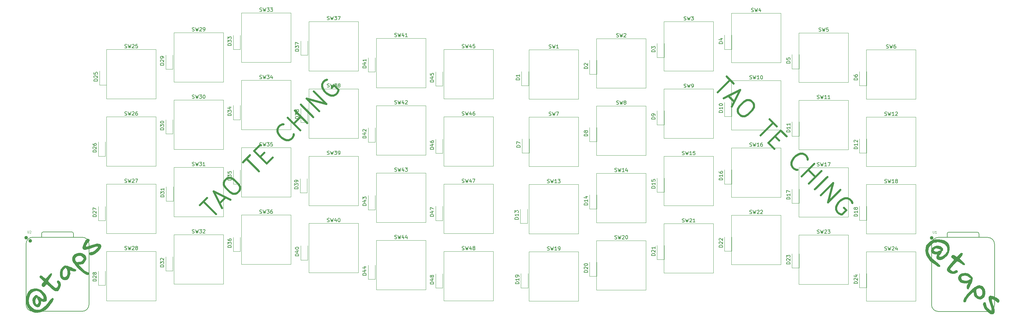
<source format=gbr>
%TF.GenerationSoftware,KiCad,Pcbnew,9.0.7*%
%TF.CreationDate,2026-02-10T15:30:13+05:30*%
%TF.ProjectId,Tao Te Ching,54616f20-5465-4204-9368-696e672e6b69,rev?*%
%TF.SameCoordinates,Original*%
%TF.FileFunction,Legend,Top*%
%TF.FilePolarity,Positive*%
%FSLAX46Y46*%
G04 Gerber Fmt 4.6, Leading zero omitted, Abs format (unit mm)*
G04 Created by KiCad (PCBNEW 9.0.7) date 2026-02-10 15:30:13*
%MOMM*%
%LPD*%
G01*
G04 APERTURE LIST*
%ADD10C,0.625000*%
%ADD11C,0.150000*%
%ADD12C,0.101600*%
%ADD13C,0.120000*%
%ADD14C,0.127000*%
%ADD15C,0.100000*%
%ADD16C,0.504000*%
%ADD17C,0.000000*%
G04 APERTURE END LIST*
D10*
X209693665Y-67061271D02*
X211713970Y-69081576D01*
X207168284Y-71606958D02*
X210703817Y-68071424D01*
X210198741Y-72617110D02*
X211882329Y-74300698D01*
X208851871Y-73290545D02*
X213565916Y-70933523D01*
X213565916Y-70933523D02*
X211208894Y-75647568D01*
X216596374Y-73963980D02*
X217269809Y-74637415D01*
X217269809Y-74637415D02*
X217438168Y-75142491D01*
X217438168Y-75142491D02*
X217438168Y-75815926D01*
X217438168Y-75815926D02*
X216933091Y-76657720D01*
X216933091Y-76657720D02*
X215754580Y-77836232D01*
X215754580Y-77836232D02*
X214912786Y-78341308D01*
X214912786Y-78341308D02*
X214239351Y-78341308D01*
X214239351Y-78341308D02*
X213734275Y-78172949D01*
X213734275Y-78172949D02*
X213060840Y-77499514D01*
X213060840Y-77499514D02*
X212892481Y-76994438D01*
X212892481Y-76994438D02*
X212892481Y-76321003D01*
X212892481Y-76321003D02*
X213397557Y-75479209D01*
X213397557Y-75479209D02*
X214576069Y-74300698D01*
X214576069Y-74300698D02*
X215417863Y-73795621D01*
X215417863Y-73795621D02*
X216091298Y-73795621D01*
X216091298Y-73795621D02*
X216596374Y-73963980D01*
X221815495Y-79183102D02*
X223835800Y-81203407D01*
X219290114Y-83728788D02*
X222825648Y-80193254D01*
X223330724Y-84065506D02*
X224509236Y-85244017D01*
X223162366Y-87601040D02*
X221478778Y-85917452D01*
X221478778Y-85917452D02*
X225014312Y-82381918D01*
X225014312Y-82381918D02*
X226697899Y-84065506D01*
X229728358Y-93493597D02*
X229391640Y-93493597D01*
X229391640Y-93493597D02*
X228718205Y-93156879D01*
X228718205Y-93156879D02*
X228381487Y-92820162D01*
X228381487Y-92820162D02*
X228044770Y-92146726D01*
X228044770Y-92146726D02*
X228044770Y-91473291D01*
X228044770Y-91473291D02*
X228213129Y-90968215D01*
X228213129Y-90968215D02*
X228718205Y-90126421D01*
X228718205Y-90126421D02*
X229223281Y-89621345D01*
X229223281Y-89621345D02*
X230065075Y-89116269D01*
X230065075Y-89116269D02*
X230570151Y-88947910D01*
X230570151Y-88947910D02*
X231243586Y-88947910D01*
X231243586Y-88947910D02*
X231917021Y-89284628D01*
X231917021Y-89284628D02*
X232253739Y-89621345D01*
X232253739Y-89621345D02*
X232590456Y-90294780D01*
X232590456Y-90294780D02*
X232590456Y-90631498D01*
X230906869Y-95345543D02*
X234442403Y-91810009D01*
X232758815Y-93493597D02*
X234779120Y-95513902D01*
X232927174Y-97365848D02*
X236462708Y-93830314D01*
X234610761Y-99049435D02*
X238146295Y-95513901D01*
X236294349Y-100733023D02*
X239829883Y-97197489D01*
X239829883Y-97197489D02*
X238314654Y-102753328D01*
X238314654Y-102753328D02*
X241850188Y-99217794D01*
X245217363Y-102921686D02*
X245049004Y-102416610D01*
X245049004Y-102416610D02*
X244543928Y-101911534D01*
X244543928Y-101911534D02*
X243870493Y-101574816D01*
X243870493Y-101574816D02*
X243197058Y-101574816D01*
X243197058Y-101574816D02*
X242691981Y-101743175D01*
X242691981Y-101743175D02*
X241850187Y-102248251D01*
X241850187Y-102248251D02*
X241345111Y-102753328D01*
X241345111Y-102753328D02*
X240840035Y-103595121D01*
X240840035Y-103595121D02*
X240671676Y-104100198D01*
X240671676Y-104100198D02*
X240671676Y-104773633D01*
X240671676Y-104773633D02*
X241008394Y-105447068D01*
X241008394Y-105447068D02*
X241345111Y-105783785D01*
X241345111Y-105783785D02*
X242018546Y-106120503D01*
X242018546Y-106120503D02*
X242355264Y-106120503D01*
X242355264Y-106120503D02*
X243533775Y-104941991D01*
X243533775Y-104941991D02*
X242860340Y-104268556D01*
X61011271Y-103506334D02*
X63031576Y-101486029D01*
X65556958Y-106031715D02*
X62021424Y-102496182D01*
X66567110Y-103001258D02*
X68250698Y-101317670D01*
X67240545Y-104348128D02*
X64883523Y-99634083D01*
X64883523Y-99634083D02*
X69597568Y-101991105D01*
X67913980Y-96603625D02*
X68587415Y-95930190D01*
X68587415Y-95930190D02*
X69092491Y-95761831D01*
X69092491Y-95761831D02*
X69765926Y-95761831D01*
X69765926Y-95761831D02*
X70607720Y-96266908D01*
X70607720Y-96266908D02*
X71786232Y-97445419D01*
X71786232Y-97445419D02*
X72291308Y-98287213D01*
X72291308Y-98287213D02*
X72291308Y-98960648D01*
X72291308Y-98960648D02*
X72122949Y-99465724D01*
X72122949Y-99465724D02*
X71449514Y-100139159D01*
X71449514Y-100139159D02*
X70944438Y-100307518D01*
X70944438Y-100307518D02*
X70271003Y-100307518D01*
X70271003Y-100307518D02*
X69429209Y-99802442D01*
X69429209Y-99802442D02*
X68250698Y-98623930D01*
X68250698Y-98623930D02*
X67745621Y-97782136D01*
X67745621Y-97782136D02*
X67745621Y-97108701D01*
X67745621Y-97108701D02*
X67913980Y-96603625D01*
X73133102Y-91384504D02*
X75153407Y-89364199D01*
X77678788Y-93909885D02*
X74143254Y-90374351D01*
X78015506Y-89869275D02*
X79194017Y-88690763D01*
X81551040Y-90037633D02*
X79867452Y-91721221D01*
X79867452Y-91721221D02*
X76331918Y-88185687D01*
X76331918Y-88185687D02*
X78015506Y-86502100D01*
X87443597Y-83471641D02*
X87443597Y-83808359D01*
X87443597Y-83808359D02*
X87106879Y-84481794D01*
X87106879Y-84481794D02*
X86770162Y-84818512D01*
X86770162Y-84818512D02*
X86096726Y-85155229D01*
X86096726Y-85155229D02*
X85423291Y-85155229D01*
X85423291Y-85155229D02*
X84918215Y-84986870D01*
X84918215Y-84986870D02*
X84076421Y-84481794D01*
X84076421Y-84481794D02*
X83571345Y-83976718D01*
X83571345Y-83976718D02*
X83066269Y-83134924D01*
X83066269Y-83134924D02*
X82897910Y-82629848D01*
X82897910Y-82629848D02*
X82897910Y-81956413D01*
X82897910Y-81956413D02*
X83234628Y-81282978D01*
X83234628Y-81282978D02*
X83571345Y-80946260D01*
X83571345Y-80946260D02*
X84244780Y-80609543D01*
X84244780Y-80609543D02*
X84581498Y-80609543D01*
X89295543Y-82293130D02*
X85760009Y-78757596D01*
X87443597Y-80441184D02*
X89463902Y-78420879D01*
X91315848Y-80272825D02*
X87780314Y-76737291D01*
X92999435Y-78589238D02*
X89463901Y-75053704D01*
X94683023Y-76905650D02*
X91147489Y-73370116D01*
X91147489Y-73370116D02*
X96703328Y-74885345D01*
X96703328Y-74885345D02*
X93167794Y-71349811D01*
X96871686Y-67982636D02*
X96366610Y-68150995D01*
X96366610Y-68150995D02*
X95861534Y-68656071D01*
X95861534Y-68656071D02*
X95524816Y-69329506D01*
X95524816Y-69329506D02*
X95524816Y-70002941D01*
X95524816Y-70002941D02*
X95693175Y-70508018D01*
X95693175Y-70508018D02*
X96198251Y-71349812D01*
X96198251Y-71349812D02*
X96703328Y-71854888D01*
X96703328Y-71854888D02*
X97545121Y-72359964D01*
X97545121Y-72359964D02*
X98050198Y-72528323D01*
X98050198Y-72528323D02*
X98723633Y-72528323D01*
X98723633Y-72528323D02*
X99397068Y-72191605D01*
X99397068Y-72191605D02*
X99733785Y-71854888D01*
X99733785Y-71854888D02*
X100070503Y-71181453D01*
X100070503Y-71181453D02*
X100070503Y-70844735D01*
X100070503Y-70844735D02*
X98891991Y-69666224D01*
X98891991Y-69666224D02*
X98218556Y-70339659D01*
D11*
X208621069Y-115396785D02*
X207621069Y-115396785D01*
X207621069Y-115396785D02*
X207621069Y-115158690D01*
X207621069Y-115158690D02*
X207668688Y-115015833D01*
X207668688Y-115015833D02*
X207763926Y-114920595D01*
X207763926Y-114920595D02*
X207859164Y-114872976D01*
X207859164Y-114872976D02*
X208049640Y-114825357D01*
X208049640Y-114825357D02*
X208192497Y-114825357D01*
X208192497Y-114825357D02*
X208382973Y-114872976D01*
X208382973Y-114872976D02*
X208478211Y-114920595D01*
X208478211Y-114920595D02*
X208573450Y-115015833D01*
X208573450Y-115015833D02*
X208621069Y-115158690D01*
X208621069Y-115158690D02*
X208621069Y-115396785D01*
X207716307Y-114444404D02*
X207668688Y-114396785D01*
X207668688Y-114396785D02*
X207621069Y-114301547D01*
X207621069Y-114301547D02*
X207621069Y-114063452D01*
X207621069Y-114063452D02*
X207668688Y-113968214D01*
X207668688Y-113968214D02*
X207716307Y-113920595D01*
X207716307Y-113920595D02*
X207811545Y-113872976D01*
X207811545Y-113872976D02*
X207906783Y-113872976D01*
X207906783Y-113872976D02*
X208049640Y-113920595D01*
X208049640Y-113920595D02*
X208621069Y-114492023D01*
X208621069Y-114492023D02*
X208621069Y-113872976D01*
X207716307Y-113492023D02*
X207668688Y-113444404D01*
X207668688Y-113444404D02*
X207621069Y-113349166D01*
X207621069Y-113349166D02*
X207621069Y-113111071D01*
X207621069Y-113111071D02*
X207668688Y-113015833D01*
X207668688Y-113015833D02*
X207716307Y-112968214D01*
X207716307Y-112968214D02*
X207811545Y-112920595D01*
X207811545Y-112920595D02*
X207906783Y-112920595D01*
X207906783Y-112920595D02*
X208049640Y-112968214D01*
X208049640Y-112968214D02*
X208621069Y-113539642D01*
X208621069Y-113539642D02*
X208621069Y-112920595D01*
X88942319Y-79001785D02*
X87942319Y-79001785D01*
X87942319Y-79001785D02*
X87942319Y-78763690D01*
X87942319Y-78763690D02*
X87989938Y-78620833D01*
X87989938Y-78620833D02*
X88085176Y-78525595D01*
X88085176Y-78525595D02*
X88180414Y-78477976D01*
X88180414Y-78477976D02*
X88370890Y-78430357D01*
X88370890Y-78430357D02*
X88513747Y-78430357D01*
X88513747Y-78430357D02*
X88704223Y-78477976D01*
X88704223Y-78477976D02*
X88799461Y-78525595D01*
X88799461Y-78525595D02*
X88894700Y-78620833D01*
X88894700Y-78620833D02*
X88942319Y-78763690D01*
X88942319Y-78763690D02*
X88942319Y-79001785D01*
X87942319Y-78097023D02*
X87942319Y-77477976D01*
X87942319Y-77477976D02*
X88323271Y-77811309D01*
X88323271Y-77811309D02*
X88323271Y-77668452D01*
X88323271Y-77668452D02*
X88370890Y-77573214D01*
X88370890Y-77573214D02*
X88418509Y-77525595D01*
X88418509Y-77525595D02*
X88513747Y-77477976D01*
X88513747Y-77477976D02*
X88751842Y-77477976D01*
X88751842Y-77477976D02*
X88847080Y-77525595D01*
X88847080Y-77525595D02*
X88894700Y-77573214D01*
X88894700Y-77573214D02*
X88942319Y-77668452D01*
X88942319Y-77668452D02*
X88942319Y-77954166D01*
X88942319Y-77954166D02*
X88894700Y-78049404D01*
X88894700Y-78049404D02*
X88847080Y-78097023D01*
X88370890Y-76906547D02*
X88323271Y-77001785D01*
X88323271Y-77001785D02*
X88275652Y-77049404D01*
X88275652Y-77049404D02*
X88180414Y-77097023D01*
X88180414Y-77097023D02*
X88132795Y-77097023D01*
X88132795Y-77097023D02*
X88037557Y-77049404D01*
X88037557Y-77049404D02*
X87989938Y-77001785D01*
X87989938Y-77001785D02*
X87942319Y-76906547D01*
X87942319Y-76906547D02*
X87942319Y-76716071D01*
X87942319Y-76716071D02*
X87989938Y-76620833D01*
X87989938Y-76620833D02*
X88037557Y-76573214D01*
X88037557Y-76573214D02*
X88132795Y-76525595D01*
X88132795Y-76525595D02*
X88180414Y-76525595D01*
X88180414Y-76525595D02*
X88275652Y-76573214D01*
X88275652Y-76573214D02*
X88323271Y-76620833D01*
X88323271Y-76620833D02*
X88370890Y-76716071D01*
X88370890Y-76716071D02*
X88370890Y-76906547D01*
X88370890Y-76906547D02*
X88418509Y-77001785D01*
X88418509Y-77001785D02*
X88466128Y-77049404D01*
X88466128Y-77049404D02*
X88561366Y-77097023D01*
X88561366Y-77097023D02*
X88751842Y-77097023D01*
X88751842Y-77097023D02*
X88847080Y-77049404D01*
X88847080Y-77049404D02*
X88894700Y-77001785D01*
X88894700Y-77001785D02*
X88942319Y-76906547D01*
X88942319Y-76906547D02*
X88942319Y-76716071D01*
X88942319Y-76716071D02*
X88894700Y-76620833D01*
X88894700Y-76620833D02*
X88847080Y-76573214D01*
X88847080Y-76573214D02*
X88751842Y-76525595D01*
X88751842Y-76525595D02*
X88561366Y-76525595D01*
X88561366Y-76525595D02*
X88466128Y-76573214D01*
X88466128Y-76573214D02*
X88418509Y-76620833D01*
X88418509Y-76620833D02*
X88370890Y-76716071D01*
X107992319Y-64714285D02*
X106992319Y-64714285D01*
X106992319Y-64714285D02*
X106992319Y-64476190D01*
X106992319Y-64476190D02*
X107039938Y-64333333D01*
X107039938Y-64333333D02*
X107135176Y-64238095D01*
X107135176Y-64238095D02*
X107230414Y-64190476D01*
X107230414Y-64190476D02*
X107420890Y-64142857D01*
X107420890Y-64142857D02*
X107563747Y-64142857D01*
X107563747Y-64142857D02*
X107754223Y-64190476D01*
X107754223Y-64190476D02*
X107849461Y-64238095D01*
X107849461Y-64238095D02*
X107944700Y-64333333D01*
X107944700Y-64333333D02*
X107992319Y-64476190D01*
X107992319Y-64476190D02*
X107992319Y-64714285D01*
X107325652Y-63285714D02*
X107992319Y-63285714D01*
X106944700Y-63523809D02*
X107658985Y-63761904D01*
X107658985Y-63761904D02*
X107658985Y-63142857D01*
X107992319Y-62238095D02*
X107992319Y-62809523D01*
X107992319Y-62523809D02*
X106992319Y-62523809D01*
X106992319Y-62523809D02*
X107135176Y-62619047D01*
X107135176Y-62619047D02*
X107230414Y-62714285D01*
X107230414Y-62714285D02*
X107278033Y-62809523D01*
X107992319Y-84558035D02*
X106992319Y-84558035D01*
X106992319Y-84558035D02*
X106992319Y-84319940D01*
X106992319Y-84319940D02*
X107039938Y-84177083D01*
X107039938Y-84177083D02*
X107135176Y-84081845D01*
X107135176Y-84081845D02*
X107230414Y-84034226D01*
X107230414Y-84034226D02*
X107420890Y-83986607D01*
X107420890Y-83986607D02*
X107563747Y-83986607D01*
X107563747Y-83986607D02*
X107754223Y-84034226D01*
X107754223Y-84034226D02*
X107849461Y-84081845D01*
X107849461Y-84081845D02*
X107944700Y-84177083D01*
X107944700Y-84177083D02*
X107992319Y-84319940D01*
X107992319Y-84319940D02*
X107992319Y-84558035D01*
X107325652Y-83129464D02*
X107992319Y-83129464D01*
X106944700Y-83367559D02*
X107658985Y-83605654D01*
X107658985Y-83605654D02*
X107658985Y-82986607D01*
X107087557Y-82653273D02*
X107039938Y-82605654D01*
X107039938Y-82605654D02*
X106992319Y-82510416D01*
X106992319Y-82510416D02*
X106992319Y-82272321D01*
X106992319Y-82272321D02*
X107039938Y-82177083D01*
X107039938Y-82177083D02*
X107087557Y-82129464D01*
X107087557Y-82129464D02*
X107182795Y-82081845D01*
X107182795Y-82081845D02*
X107278033Y-82081845D01*
X107278033Y-82081845D02*
X107420890Y-82129464D01*
X107420890Y-82129464D02*
X107992319Y-82700892D01*
X107992319Y-82700892D02*
X107992319Y-82081845D01*
X107992319Y-123389285D02*
X106992319Y-123389285D01*
X106992319Y-123389285D02*
X106992319Y-123151190D01*
X106992319Y-123151190D02*
X107039938Y-123008333D01*
X107039938Y-123008333D02*
X107135176Y-122913095D01*
X107135176Y-122913095D02*
X107230414Y-122865476D01*
X107230414Y-122865476D02*
X107420890Y-122817857D01*
X107420890Y-122817857D02*
X107563747Y-122817857D01*
X107563747Y-122817857D02*
X107754223Y-122865476D01*
X107754223Y-122865476D02*
X107849461Y-122913095D01*
X107849461Y-122913095D02*
X107944700Y-123008333D01*
X107944700Y-123008333D02*
X107992319Y-123151190D01*
X107992319Y-123151190D02*
X107992319Y-123389285D01*
X107325652Y-121960714D02*
X107992319Y-121960714D01*
X106944700Y-122198809D02*
X107658985Y-122436904D01*
X107658985Y-122436904D02*
X107658985Y-121817857D01*
X107325652Y-121008333D02*
X107992319Y-121008333D01*
X106944700Y-121246428D02*
X107658985Y-121484523D01*
X107658985Y-121484523D02*
X107658985Y-120865476D01*
X235344226Y-92438200D02*
X235487083Y-92485819D01*
X235487083Y-92485819D02*
X235725178Y-92485819D01*
X235725178Y-92485819D02*
X235820416Y-92438200D01*
X235820416Y-92438200D02*
X235868035Y-92390580D01*
X235868035Y-92390580D02*
X235915654Y-92295342D01*
X235915654Y-92295342D02*
X235915654Y-92200104D01*
X235915654Y-92200104D02*
X235868035Y-92104866D01*
X235868035Y-92104866D02*
X235820416Y-92057247D01*
X235820416Y-92057247D02*
X235725178Y-92009628D01*
X235725178Y-92009628D02*
X235534702Y-91962009D01*
X235534702Y-91962009D02*
X235439464Y-91914390D01*
X235439464Y-91914390D02*
X235391845Y-91866771D01*
X235391845Y-91866771D02*
X235344226Y-91771533D01*
X235344226Y-91771533D02*
X235344226Y-91676295D01*
X235344226Y-91676295D02*
X235391845Y-91581057D01*
X235391845Y-91581057D02*
X235439464Y-91533438D01*
X235439464Y-91533438D02*
X235534702Y-91485819D01*
X235534702Y-91485819D02*
X235772797Y-91485819D01*
X235772797Y-91485819D02*
X235915654Y-91533438D01*
X236248988Y-91485819D02*
X236487083Y-92485819D01*
X236487083Y-92485819D02*
X236677559Y-91771533D01*
X236677559Y-91771533D02*
X236868035Y-92485819D01*
X236868035Y-92485819D02*
X237106131Y-91485819D01*
X238010892Y-92485819D02*
X237439464Y-92485819D01*
X237725178Y-92485819D02*
X237725178Y-91485819D01*
X237725178Y-91485819D02*
X237629940Y-91628676D01*
X237629940Y-91628676D02*
X237534702Y-91723914D01*
X237534702Y-91723914D02*
X237439464Y-91771533D01*
X238344226Y-91485819D02*
X239010892Y-91485819D01*
X239010892Y-91485819D02*
X238582321Y-92485819D01*
X58865476Y-73298200D02*
X59008333Y-73345819D01*
X59008333Y-73345819D02*
X59246428Y-73345819D01*
X59246428Y-73345819D02*
X59341666Y-73298200D01*
X59341666Y-73298200D02*
X59389285Y-73250580D01*
X59389285Y-73250580D02*
X59436904Y-73155342D01*
X59436904Y-73155342D02*
X59436904Y-73060104D01*
X59436904Y-73060104D02*
X59389285Y-72964866D01*
X59389285Y-72964866D02*
X59341666Y-72917247D01*
X59341666Y-72917247D02*
X59246428Y-72869628D01*
X59246428Y-72869628D02*
X59055952Y-72822009D01*
X59055952Y-72822009D02*
X58960714Y-72774390D01*
X58960714Y-72774390D02*
X58913095Y-72726771D01*
X58913095Y-72726771D02*
X58865476Y-72631533D01*
X58865476Y-72631533D02*
X58865476Y-72536295D01*
X58865476Y-72536295D02*
X58913095Y-72441057D01*
X58913095Y-72441057D02*
X58960714Y-72393438D01*
X58960714Y-72393438D02*
X59055952Y-72345819D01*
X59055952Y-72345819D02*
X59294047Y-72345819D01*
X59294047Y-72345819D02*
X59436904Y-72393438D01*
X59770238Y-72345819D02*
X60008333Y-73345819D01*
X60008333Y-73345819D02*
X60198809Y-72631533D01*
X60198809Y-72631533D02*
X60389285Y-73345819D01*
X60389285Y-73345819D02*
X60627381Y-72345819D01*
X60913095Y-72345819D02*
X61532142Y-72345819D01*
X61532142Y-72345819D02*
X61198809Y-72726771D01*
X61198809Y-72726771D02*
X61341666Y-72726771D01*
X61341666Y-72726771D02*
X61436904Y-72774390D01*
X61436904Y-72774390D02*
X61484523Y-72822009D01*
X61484523Y-72822009D02*
X61532142Y-72917247D01*
X61532142Y-72917247D02*
X61532142Y-73155342D01*
X61532142Y-73155342D02*
X61484523Y-73250580D01*
X61484523Y-73250580D02*
X61436904Y-73298200D01*
X61436904Y-73298200D02*
X61341666Y-73345819D01*
X61341666Y-73345819D02*
X61055952Y-73345819D01*
X61055952Y-73345819D02*
X60960714Y-73298200D01*
X60960714Y-73298200D02*
X60913095Y-73250580D01*
X62151190Y-72345819D02*
X62246428Y-72345819D01*
X62246428Y-72345819D02*
X62341666Y-72393438D01*
X62341666Y-72393438D02*
X62389285Y-72441057D01*
X62389285Y-72441057D02*
X62436904Y-72536295D01*
X62436904Y-72536295D02*
X62484523Y-72726771D01*
X62484523Y-72726771D02*
X62484523Y-72964866D01*
X62484523Y-72964866D02*
X62436904Y-73155342D01*
X62436904Y-73155342D02*
X62389285Y-73250580D01*
X62389285Y-73250580D02*
X62341666Y-73298200D01*
X62341666Y-73298200D02*
X62246428Y-73345819D01*
X62246428Y-73345819D02*
X62151190Y-73345819D01*
X62151190Y-73345819D02*
X62055952Y-73298200D01*
X62055952Y-73298200D02*
X62008333Y-73250580D01*
X62008333Y-73250580D02*
X61960714Y-73155342D01*
X61960714Y-73155342D02*
X61913095Y-72964866D01*
X61913095Y-72964866D02*
X61913095Y-72726771D01*
X61913095Y-72726771D02*
X61960714Y-72536295D01*
X61960714Y-72536295D02*
X62008333Y-72441057D01*
X62008333Y-72441057D02*
X62055952Y-72393438D01*
X62055952Y-72393438D02*
X62151190Y-72345819D01*
X151121069Y-125778035D02*
X150121069Y-125778035D01*
X150121069Y-125778035D02*
X150121069Y-125539940D01*
X150121069Y-125539940D02*
X150168688Y-125397083D01*
X150168688Y-125397083D02*
X150263926Y-125301845D01*
X150263926Y-125301845D02*
X150359164Y-125254226D01*
X150359164Y-125254226D02*
X150549640Y-125206607D01*
X150549640Y-125206607D02*
X150692497Y-125206607D01*
X150692497Y-125206607D02*
X150882973Y-125254226D01*
X150882973Y-125254226D02*
X150978211Y-125301845D01*
X150978211Y-125301845D02*
X151073450Y-125397083D01*
X151073450Y-125397083D02*
X151121069Y-125539940D01*
X151121069Y-125539940D02*
X151121069Y-125778035D01*
X151121069Y-124254226D02*
X151121069Y-124825654D01*
X151121069Y-124539940D02*
X150121069Y-124539940D01*
X150121069Y-124539940D02*
X150263926Y-124635178D01*
X150263926Y-124635178D02*
X150359164Y-124730416D01*
X150359164Y-124730416D02*
X150406783Y-124825654D01*
X151121069Y-123778035D02*
X151121069Y-123587559D01*
X151121069Y-123587559D02*
X151073450Y-123492321D01*
X151073450Y-123492321D02*
X151025830Y-123444702D01*
X151025830Y-123444702D02*
X150882973Y-123349464D01*
X150882973Y-123349464D02*
X150692497Y-123301845D01*
X150692497Y-123301845D02*
X150311545Y-123301845D01*
X150311545Y-123301845D02*
X150216307Y-123349464D01*
X150216307Y-123349464D02*
X150168688Y-123397083D01*
X150168688Y-123397083D02*
X150121069Y-123492321D01*
X150121069Y-123492321D02*
X150121069Y-123682797D01*
X150121069Y-123682797D02*
X150168688Y-123778035D01*
X150168688Y-123778035D02*
X150216307Y-123825654D01*
X150216307Y-123825654D02*
X150311545Y-123873273D01*
X150311545Y-123873273D02*
X150549640Y-123873273D01*
X150549640Y-123873273D02*
X150644878Y-123825654D01*
X150644878Y-123825654D02*
X150692497Y-123778035D01*
X150692497Y-123778035D02*
X150740116Y-123682797D01*
X150740116Y-123682797D02*
X150740116Y-123492321D01*
X150740116Y-123492321D02*
X150692497Y-123397083D01*
X150692497Y-123397083D02*
X150644878Y-123349464D01*
X150644878Y-123349464D02*
X150549640Y-123301845D01*
X96995476Y-70125700D02*
X97138333Y-70173319D01*
X97138333Y-70173319D02*
X97376428Y-70173319D01*
X97376428Y-70173319D02*
X97471666Y-70125700D01*
X97471666Y-70125700D02*
X97519285Y-70078080D01*
X97519285Y-70078080D02*
X97566904Y-69982842D01*
X97566904Y-69982842D02*
X97566904Y-69887604D01*
X97566904Y-69887604D02*
X97519285Y-69792366D01*
X97519285Y-69792366D02*
X97471666Y-69744747D01*
X97471666Y-69744747D02*
X97376428Y-69697128D01*
X97376428Y-69697128D02*
X97185952Y-69649509D01*
X97185952Y-69649509D02*
X97090714Y-69601890D01*
X97090714Y-69601890D02*
X97043095Y-69554271D01*
X97043095Y-69554271D02*
X96995476Y-69459033D01*
X96995476Y-69459033D02*
X96995476Y-69363795D01*
X96995476Y-69363795D02*
X97043095Y-69268557D01*
X97043095Y-69268557D02*
X97090714Y-69220938D01*
X97090714Y-69220938D02*
X97185952Y-69173319D01*
X97185952Y-69173319D02*
X97424047Y-69173319D01*
X97424047Y-69173319D02*
X97566904Y-69220938D01*
X97900238Y-69173319D02*
X98138333Y-70173319D01*
X98138333Y-70173319D02*
X98328809Y-69459033D01*
X98328809Y-69459033D02*
X98519285Y-70173319D01*
X98519285Y-70173319D02*
X98757381Y-69173319D01*
X99043095Y-69173319D02*
X99662142Y-69173319D01*
X99662142Y-69173319D02*
X99328809Y-69554271D01*
X99328809Y-69554271D02*
X99471666Y-69554271D01*
X99471666Y-69554271D02*
X99566904Y-69601890D01*
X99566904Y-69601890D02*
X99614523Y-69649509D01*
X99614523Y-69649509D02*
X99662142Y-69744747D01*
X99662142Y-69744747D02*
X99662142Y-69982842D01*
X99662142Y-69982842D02*
X99614523Y-70078080D01*
X99614523Y-70078080D02*
X99566904Y-70125700D01*
X99566904Y-70125700D02*
X99471666Y-70173319D01*
X99471666Y-70173319D02*
X99185952Y-70173319D01*
X99185952Y-70173319D02*
X99090714Y-70125700D01*
X99090714Y-70125700D02*
X99043095Y-70078080D01*
X100233571Y-69601890D02*
X100138333Y-69554271D01*
X100138333Y-69554271D02*
X100090714Y-69506652D01*
X100090714Y-69506652D02*
X100043095Y-69411414D01*
X100043095Y-69411414D02*
X100043095Y-69363795D01*
X100043095Y-69363795D02*
X100090714Y-69268557D01*
X100090714Y-69268557D02*
X100138333Y-69220938D01*
X100138333Y-69220938D02*
X100233571Y-69173319D01*
X100233571Y-69173319D02*
X100424047Y-69173319D01*
X100424047Y-69173319D02*
X100519285Y-69220938D01*
X100519285Y-69220938D02*
X100566904Y-69268557D01*
X100566904Y-69268557D02*
X100614523Y-69363795D01*
X100614523Y-69363795D02*
X100614523Y-69411414D01*
X100614523Y-69411414D02*
X100566904Y-69506652D01*
X100566904Y-69506652D02*
X100519285Y-69554271D01*
X100519285Y-69554271D02*
X100424047Y-69601890D01*
X100424047Y-69601890D02*
X100233571Y-69601890D01*
X100233571Y-69601890D02*
X100138333Y-69649509D01*
X100138333Y-69649509D02*
X100090714Y-69697128D01*
X100090714Y-69697128D02*
X100043095Y-69792366D01*
X100043095Y-69792366D02*
X100043095Y-69982842D01*
X100043095Y-69982842D02*
X100090714Y-70078080D01*
X100090714Y-70078080D02*
X100138333Y-70125700D01*
X100138333Y-70125700D02*
X100233571Y-70173319D01*
X100233571Y-70173319D02*
X100424047Y-70173319D01*
X100424047Y-70173319D02*
X100519285Y-70125700D01*
X100519285Y-70125700D02*
X100566904Y-70078080D01*
X100566904Y-70078080D02*
X100614523Y-69982842D01*
X100614523Y-69982842D02*
X100614523Y-69792366D01*
X100614523Y-69792366D02*
X100566904Y-69697128D01*
X100566904Y-69697128D02*
X100519285Y-69649509D01*
X100519285Y-69649509D02*
X100424047Y-69601890D01*
X32124819Y-68411785D02*
X31124819Y-68411785D01*
X31124819Y-68411785D02*
X31124819Y-68173690D01*
X31124819Y-68173690D02*
X31172438Y-68030833D01*
X31172438Y-68030833D02*
X31267676Y-67935595D01*
X31267676Y-67935595D02*
X31362914Y-67887976D01*
X31362914Y-67887976D02*
X31553390Y-67840357D01*
X31553390Y-67840357D02*
X31696247Y-67840357D01*
X31696247Y-67840357D02*
X31886723Y-67887976D01*
X31886723Y-67887976D02*
X31981961Y-67935595D01*
X31981961Y-67935595D02*
X32077200Y-68030833D01*
X32077200Y-68030833D02*
X32124819Y-68173690D01*
X32124819Y-68173690D02*
X32124819Y-68411785D01*
X31220057Y-67459404D02*
X31172438Y-67411785D01*
X31172438Y-67411785D02*
X31124819Y-67316547D01*
X31124819Y-67316547D02*
X31124819Y-67078452D01*
X31124819Y-67078452D02*
X31172438Y-66983214D01*
X31172438Y-66983214D02*
X31220057Y-66935595D01*
X31220057Y-66935595D02*
X31315295Y-66887976D01*
X31315295Y-66887976D02*
X31410533Y-66887976D01*
X31410533Y-66887976D02*
X31553390Y-66935595D01*
X31553390Y-66935595D02*
X32124819Y-67507023D01*
X32124819Y-67507023D02*
X32124819Y-66887976D01*
X31124819Y-65983214D02*
X31124819Y-66459404D01*
X31124819Y-66459404D02*
X31601009Y-66507023D01*
X31601009Y-66507023D02*
X31553390Y-66459404D01*
X31553390Y-66459404D02*
X31505771Y-66364166D01*
X31505771Y-66364166D02*
X31505771Y-66126071D01*
X31505771Y-66126071D02*
X31553390Y-66030833D01*
X31553390Y-66030833D02*
X31601009Y-65983214D01*
X31601009Y-65983214D02*
X31696247Y-65935595D01*
X31696247Y-65935595D02*
X31934342Y-65935595D01*
X31934342Y-65935595D02*
X32029580Y-65983214D01*
X32029580Y-65983214D02*
X32077200Y-66030833D01*
X32077200Y-66030833D02*
X32124819Y-66126071D01*
X32124819Y-66126071D02*
X32124819Y-66364166D01*
X32124819Y-66364166D02*
X32077200Y-66459404D01*
X32077200Y-66459404D02*
X32029580Y-66507023D01*
X88767319Y-98908035D02*
X87767319Y-98908035D01*
X87767319Y-98908035D02*
X87767319Y-98669940D01*
X87767319Y-98669940D02*
X87814938Y-98527083D01*
X87814938Y-98527083D02*
X87910176Y-98431845D01*
X87910176Y-98431845D02*
X88005414Y-98384226D01*
X88005414Y-98384226D02*
X88195890Y-98336607D01*
X88195890Y-98336607D02*
X88338747Y-98336607D01*
X88338747Y-98336607D02*
X88529223Y-98384226D01*
X88529223Y-98384226D02*
X88624461Y-98431845D01*
X88624461Y-98431845D02*
X88719700Y-98527083D01*
X88719700Y-98527083D02*
X88767319Y-98669940D01*
X88767319Y-98669940D02*
X88767319Y-98908035D01*
X87767319Y-98003273D02*
X87767319Y-97384226D01*
X87767319Y-97384226D02*
X88148271Y-97717559D01*
X88148271Y-97717559D02*
X88148271Y-97574702D01*
X88148271Y-97574702D02*
X88195890Y-97479464D01*
X88195890Y-97479464D02*
X88243509Y-97431845D01*
X88243509Y-97431845D02*
X88338747Y-97384226D01*
X88338747Y-97384226D02*
X88576842Y-97384226D01*
X88576842Y-97384226D02*
X88672080Y-97431845D01*
X88672080Y-97431845D02*
X88719700Y-97479464D01*
X88719700Y-97479464D02*
X88767319Y-97574702D01*
X88767319Y-97574702D02*
X88767319Y-97860416D01*
X88767319Y-97860416D02*
X88719700Y-97955654D01*
X88719700Y-97955654D02*
X88672080Y-98003273D01*
X88767319Y-96908035D02*
X88767319Y-96717559D01*
X88767319Y-96717559D02*
X88719700Y-96622321D01*
X88719700Y-96622321D02*
X88672080Y-96574702D01*
X88672080Y-96574702D02*
X88529223Y-96479464D01*
X88529223Y-96479464D02*
X88338747Y-96431845D01*
X88338747Y-96431845D02*
X87957795Y-96431845D01*
X87957795Y-96431845D02*
X87862557Y-96479464D01*
X87862557Y-96479464D02*
X87814938Y-96527083D01*
X87814938Y-96527083D02*
X87767319Y-96622321D01*
X87767319Y-96622321D02*
X87767319Y-96812797D01*
X87767319Y-96812797D02*
X87814938Y-96908035D01*
X87814938Y-96908035D02*
X87862557Y-96955654D01*
X87862557Y-96955654D02*
X87957795Y-97003273D01*
X87957795Y-97003273D02*
X88195890Y-97003273D01*
X88195890Y-97003273D02*
X88291128Y-96955654D01*
X88291128Y-96955654D02*
X88338747Y-96908035D01*
X88338747Y-96908035D02*
X88386366Y-96812797D01*
X88386366Y-96812797D02*
X88386366Y-96622321D01*
X88386366Y-96622321D02*
X88338747Y-96527083D01*
X88338747Y-96527083D02*
X88291128Y-96479464D01*
X88291128Y-96479464D02*
X88195890Y-96431845D01*
X88942319Y-117895535D02*
X87942319Y-117895535D01*
X87942319Y-117895535D02*
X87942319Y-117657440D01*
X87942319Y-117657440D02*
X87989938Y-117514583D01*
X87989938Y-117514583D02*
X88085176Y-117419345D01*
X88085176Y-117419345D02*
X88180414Y-117371726D01*
X88180414Y-117371726D02*
X88370890Y-117324107D01*
X88370890Y-117324107D02*
X88513747Y-117324107D01*
X88513747Y-117324107D02*
X88704223Y-117371726D01*
X88704223Y-117371726D02*
X88799461Y-117419345D01*
X88799461Y-117419345D02*
X88894700Y-117514583D01*
X88894700Y-117514583D02*
X88942319Y-117657440D01*
X88942319Y-117657440D02*
X88942319Y-117895535D01*
X88275652Y-116466964D02*
X88942319Y-116466964D01*
X87894700Y-116705059D02*
X88608985Y-116943154D01*
X88608985Y-116943154D02*
X88608985Y-116324107D01*
X87942319Y-115752678D02*
X87942319Y-115657440D01*
X87942319Y-115657440D02*
X87989938Y-115562202D01*
X87989938Y-115562202D02*
X88037557Y-115514583D01*
X88037557Y-115514583D02*
X88132795Y-115466964D01*
X88132795Y-115466964D02*
X88323271Y-115419345D01*
X88323271Y-115419345D02*
X88561366Y-115419345D01*
X88561366Y-115419345D02*
X88751842Y-115466964D01*
X88751842Y-115466964D02*
X88847080Y-115514583D01*
X88847080Y-115514583D02*
X88894700Y-115562202D01*
X88894700Y-115562202D02*
X88942319Y-115657440D01*
X88942319Y-115657440D02*
X88942319Y-115752678D01*
X88942319Y-115752678D02*
X88894700Y-115847916D01*
X88894700Y-115847916D02*
X88847080Y-115895535D01*
X88847080Y-115895535D02*
X88751842Y-115943154D01*
X88751842Y-115943154D02*
X88561366Y-115990773D01*
X88561366Y-115990773D02*
X88323271Y-115990773D01*
X88323271Y-115990773D02*
X88132795Y-115943154D01*
X88132795Y-115943154D02*
X88037557Y-115895535D01*
X88037557Y-115895535D02*
X87989938Y-115847916D01*
X87989938Y-115847916D02*
X87942319Y-115752678D01*
X254394226Y-78140700D02*
X254537083Y-78188319D01*
X254537083Y-78188319D02*
X254775178Y-78188319D01*
X254775178Y-78188319D02*
X254870416Y-78140700D01*
X254870416Y-78140700D02*
X254918035Y-78093080D01*
X254918035Y-78093080D02*
X254965654Y-77997842D01*
X254965654Y-77997842D02*
X254965654Y-77902604D01*
X254965654Y-77902604D02*
X254918035Y-77807366D01*
X254918035Y-77807366D02*
X254870416Y-77759747D01*
X254870416Y-77759747D02*
X254775178Y-77712128D01*
X254775178Y-77712128D02*
X254584702Y-77664509D01*
X254584702Y-77664509D02*
X254489464Y-77616890D01*
X254489464Y-77616890D02*
X254441845Y-77569271D01*
X254441845Y-77569271D02*
X254394226Y-77474033D01*
X254394226Y-77474033D02*
X254394226Y-77378795D01*
X254394226Y-77378795D02*
X254441845Y-77283557D01*
X254441845Y-77283557D02*
X254489464Y-77235938D01*
X254489464Y-77235938D02*
X254584702Y-77188319D01*
X254584702Y-77188319D02*
X254822797Y-77188319D01*
X254822797Y-77188319D02*
X254965654Y-77235938D01*
X255298988Y-77188319D02*
X255537083Y-78188319D01*
X255537083Y-78188319D02*
X255727559Y-77474033D01*
X255727559Y-77474033D02*
X255918035Y-78188319D01*
X255918035Y-78188319D02*
X256156131Y-77188319D01*
X257060892Y-78188319D02*
X256489464Y-78188319D01*
X256775178Y-78188319D02*
X256775178Y-77188319D01*
X256775178Y-77188319D02*
X256679940Y-77331176D01*
X256679940Y-77331176D02*
X256584702Y-77426414D01*
X256584702Y-77426414D02*
X256489464Y-77474033D01*
X257441845Y-77283557D02*
X257489464Y-77235938D01*
X257489464Y-77235938D02*
X257584702Y-77188319D01*
X257584702Y-77188319D02*
X257822797Y-77188319D01*
X257822797Y-77188319D02*
X257918035Y-77235938D01*
X257918035Y-77235938D02*
X257965654Y-77283557D01*
X257965654Y-77283557D02*
X258013273Y-77378795D01*
X258013273Y-77378795D02*
X258013273Y-77474033D01*
X258013273Y-77474033D02*
X257965654Y-77616890D01*
X257965654Y-77616890D02*
X257394226Y-78188319D01*
X257394226Y-78188319D02*
X258013273Y-78188319D01*
X227671069Y-120159285D02*
X226671069Y-120159285D01*
X226671069Y-120159285D02*
X226671069Y-119921190D01*
X226671069Y-119921190D02*
X226718688Y-119778333D01*
X226718688Y-119778333D02*
X226813926Y-119683095D01*
X226813926Y-119683095D02*
X226909164Y-119635476D01*
X226909164Y-119635476D02*
X227099640Y-119587857D01*
X227099640Y-119587857D02*
X227242497Y-119587857D01*
X227242497Y-119587857D02*
X227432973Y-119635476D01*
X227432973Y-119635476D02*
X227528211Y-119683095D01*
X227528211Y-119683095D02*
X227623450Y-119778333D01*
X227623450Y-119778333D02*
X227671069Y-119921190D01*
X227671069Y-119921190D02*
X227671069Y-120159285D01*
X226766307Y-119206904D02*
X226718688Y-119159285D01*
X226718688Y-119159285D02*
X226671069Y-119064047D01*
X226671069Y-119064047D02*
X226671069Y-118825952D01*
X226671069Y-118825952D02*
X226718688Y-118730714D01*
X226718688Y-118730714D02*
X226766307Y-118683095D01*
X226766307Y-118683095D02*
X226861545Y-118635476D01*
X226861545Y-118635476D02*
X226956783Y-118635476D01*
X226956783Y-118635476D02*
X227099640Y-118683095D01*
X227099640Y-118683095D02*
X227671069Y-119254523D01*
X227671069Y-119254523D02*
X227671069Y-118635476D01*
X226671069Y-118302142D02*
X226671069Y-117683095D01*
X226671069Y-117683095D02*
X227052021Y-118016428D01*
X227052021Y-118016428D02*
X227052021Y-117873571D01*
X227052021Y-117873571D02*
X227099640Y-117778333D01*
X227099640Y-117778333D02*
X227147259Y-117730714D01*
X227147259Y-117730714D02*
X227242497Y-117683095D01*
X227242497Y-117683095D02*
X227480592Y-117683095D01*
X227480592Y-117683095D02*
X227575830Y-117730714D01*
X227575830Y-117730714D02*
X227623450Y-117778333D01*
X227623450Y-117778333D02*
X227671069Y-117873571D01*
X227671069Y-117873571D02*
X227671069Y-118159285D01*
X227671069Y-118159285D02*
X227623450Y-118254523D01*
X227623450Y-118254523D02*
X227575830Y-118302142D01*
X77935476Y-48686950D02*
X78078333Y-48734569D01*
X78078333Y-48734569D02*
X78316428Y-48734569D01*
X78316428Y-48734569D02*
X78411666Y-48686950D01*
X78411666Y-48686950D02*
X78459285Y-48639330D01*
X78459285Y-48639330D02*
X78506904Y-48544092D01*
X78506904Y-48544092D02*
X78506904Y-48448854D01*
X78506904Y-48448854D02*
X78459285Y-48353616D01*
X78459285Y-48353616D02*
X78411666Y-48305997D01*
X78411666Y-48305997D02*
X78316428Y-48258378D01*
X78316428Y-48258378D02*
X78125952Y-48210759D01*
X78125952Y-48210759D02*
X78030714Y-48163140D01*
X78030714Y-48163140D02*
X77983095Y-48115521D01*
X77983095Y-48115521D02*
X77935476Y-48020283D01*
X77935476Y-48020283D02*
X77935476Y-47925045D01*
X77935476Y-47925045D02*
X77983095Y-47829807D01*
X77983095Y-47829807D02*
X78030714Y-47782188D01*
X78030714Y-47782188D02*
X78125952Y-47734569D01*
X78125952Y-47734569D02*
X78364047Y-47734569D01*
X78364047Y-47734569D02*
X78506904Y-47782188D01*
X78840238Y-47734569D02*
X79078333Y-48734569D01*
X79078333Y-48734569D02*
X79268809Y-48020283D01*
X79268809Y-48020283D02*
X79459285Y-48734569D01*
X79459285Y-48734569D02*
X79697381Y-47734569D01*
X79983095Y-47734569D02*
X80602142Y-47734569D01*
X80602142Y-47734569D02*
X80268809Y-48115521D01*
X80268809Y-48115521D02*
X80411666Y-48115521D01*
X80411666Y-48115521D02*
X80506904Y-48163140D01*
X80506904Y-48163140D02*
X80554523Y-48210759D01*
X80554523Y-48210759D02*
X80602142Y-48305997D01*
X80602142Y-48305997D02*
X80602142Y-48544092D01*
X80602142Y-48544092D02*
X80554523Y-48639330D01*
X80554523Y-48639330D02*
X80506904Y-48686950D01*
X80506904Y-48686950D02*
X80411666Y-48734569D01*
X80411666Y-48734569D02*
X80125952Y-48734569D01*
X80125952Y-48734569D02*
X80030714Y-48686950D01*
X80030714Y-48686950D02*
X79983095Y-48639330D01*
X80935476Y-47734569D02*
X81554523Y-47734569D01*
X81554523Y-47734569D02*
X81221190Y-48115521D01*
X81221190Y-48115521D02*
X81364047Y-48115521D01*
X81364047Y-48115521D02*
X81459285Y-48163140D01*
X81459285Y-48163140D02*
X81506904Y-48210759D01*
X81506904Y-48210759D02*
X81554523Y-48305997D01*
X81554523Y-48305997D02*
X81554523Y-48544092D01*
X81554523Y-48544092D02*
X81506904Y-48639330D01*
X81506904Y-48639330D02*
X81459285Y-48686950D01*
X81459285Y-48686950D02*
X81364047Y-48734569D01*
X81364047Y-48734569D02*
X81078333Y-48734569D01*
X81078333Y-48734569D02*
X80983095Y-48686950D01*
X80983095Y-48686950D02*
X80935476Y-48639330D01*
X235344226Y-111478200D02*
X235487083Y-111525819D01*
X235487083Y-111525819D02*
X235725178Y-111525819D01*
X235725178Y-111525819D02*
X235820416Y-111478200D01*
X235820416Y-111478200D02*
X235868035Y-111430580D01*
X235868035Y-111430580D02*
X235915654Y-111335342D01*
X235915654Y-111335342D02*
X235915654Y-111240104D01*
X235915654Y-111240104D02*
X235868035Y-111144866D01*
X235868035Y-111144866D02*
X235820416Y-111097247D01*
X235820416Y-111097247D02*
X235725178Y-111049628D01*
X235725178Y-111049628D02*
X235534702Y-111002009D01*
X235534702Y-111002009D02*
X235439464Y-110954390D01*
X235439464Y-110954390D02*
X235391845Y-110906771D01*
X235391845Y-110906771D02*
X235344226Y-110811533D01*
X235344226Y-110811533D02*
X235344226Y-110716295D01*
X235344226Y-110716295D02*
X235391845Y-110621057D01*
X235391845Y-110621057D02*
X235439464Y-110573438D01*
X235439464Y-110573438D02*
X235534702Y-110525819D01*
X235534702Y-110525819D02*
X235772797Y-110525819D01*
X235772797Y-110525819D02*
X235915654Y-110573438D01*
X236248988Y-110525819D02*
X236487083Y-111525819D01*
X236487083Y-111525819D02*
X236677559Y-110811533D01*
X236677559Y-110811533D02*
X236868035Y-111525819D01*
X236868035Y-111525819D02*
X237106131Y-110525819D01*
X237439464Y-110621057D02*
X237487083Y-110573438D01*
X237487083Y-110573438D02*
X237582321Y-110525819D01*
X237582321Y-110525819D02*
X237820416Y-110525819D01*
X237820416Y-110525819D02*
X237915654Y-110573438D01*
X237915654Y-110573438D02*
X237963273Y-110621057D01*
X237963273Y-110621057D02*
X238010892Y-110716295D01*
X238010892Y-110716295D02*
X238010892Y-110811533D01*
X238010892Y-110811533D02*
X237963273Y-110954390D01*
X237963273Y-110954390D02*
X237391845Y-111525819D01*
X237391845Y-111525819D02*
X238010892Y-111525819D01*
X238344226Y-110525819D02*
X238963273Y-110525819D01*
X238963273Y-110525819D02*
X238629940Y-110906771D01*
X238629940Y-110906771D02*
X238772797Y-110906771D01*
X238772797Y-110906771D02*
X238868035Y-110954390D01*
X238868035Y-110954390D02*
X238915654Y-111002009D01*
X238915654Y-111002009D02*
X238963273Y-111097247D01*
X238963273Y-111097247D02*
X238963273Y-111335342D01*
X238963273Y-111335342D02*
X238915654Y-111430580D01*
X238915654Y-111430580D02*
X238868035Y-111478200D01*
X238868035Y-111478200D02*
X238772797Y-111525819D01*
X238772797Y-111525819D02*
X238487083Y-111525819D01*
X238487083Y-111525819D02*
X238391845Y-111478200D01*
X238391845Y-111478200D02*
X238344226Y-111430580D01*
X208621069Y-96409285D02*
X207621069Y-96409285D01*
X207621069Y-96409285D02*
X207621069Y-96171190D01*
X207621069Y-96171190D02*
X207668688Y-96028333D01*
X207668688Y-96028333D02*
X207763926Y-95933095D01*
X207763926Y-95933095D02*
X207859164Y-95885476D01*
X207859164Y-95885476D02*
X208049640Y-95837857D01*
X208049640Y-95837857D02*
X208192497Y-95837857D01*
X208192497Y-95837857D02*
X208382973Y-95885476D01*
X208382973Y-95885476D02*
X208478211Y-95933095D01*
X208478211Y-95933095D02*
X208573450Y-96028333D01*
X208573450Y-96028333D02*
X208621069Y-96171190D01*
X208621069Y-96171190D02*
X208621069Y-96409285D01*
X208621069Y-94885476D02*
X208621069Y-95456904D01*
X208621069Y-95171190D02*
X207621069Y-95171190D01*
X207621069Y-95171190D02*
X207763926Y-95266428D01*
X207763926Y-95266428D02*
X207859164Y-95361666D01*
X207859164Y-95361666D02*
X207906783Y-95456904D01*
X207621069Y-94028333D02*
X207621069Y-94218809D01*
X207621069Y-94218809D02*
X207668688Y-94314047D01*
X207668688Y-94314047D02*
X207716307Y-94361666D01*
X207716307Y-94361666D02*
X207859164Y-94456904D01*
X207859164Y-94456904D02*
X208049640Y-94504523D01*
X208049640Y-94504523D02*
X208430592Y-94504523D01*
X208430592Y-94504523D02*
X208525830Y-94456904D01*
X208525830Y-94456904D02*
X208573450Y-94409285D01*
X208573450Y-94409285D02*
X208621069Y-94314047D01*
X208621069Y-94314047D02*
X208621069Y-94123571D01*
X208621069Y-94123571D02*
X208573450Y-94028333D01*
X208573450Y-94028333D02*
X208525830Y-93980714D01*
X208525830Y-93980714D02*
X208430592Y-93933095D01*
X208430592Y-93933095D02*
X208192497Y-93933095D01*
X208192497Y-93933095D02*
X208097259Y-93980714D01*
X208097259Y-93980714D02*
X208049640Y-94028333D01*
X208049640Y-94028333D02*
X208002021Y-94123571D01*
X208002021Y-94123571D02*
X208002021Y-94314047D01*
X208002021Y-94314047D02*
X208049640Y-94409285D01*
X208049640Y-94409285D02*
X208097259Y-94456904D01*
X208097259Y-94456904D02*
X208192497Y-94504523D01*
D12*
X268019940Y-110863479D02*
X268019940Y-111377526D01*
X268019940Y-111377526D02*
X268050178Y-111438002D01*
X268050178Y-111438002D02*
X268080416Y-111468241D01*
X268080416Y-111468241D02*
X268140892Y-111498479D01*
X268140892Y-111498479D02*
X268261845Y-111498479D01*
X268261845Y-111498479D02*
X268322321Y-111468241D01*
X268322321Y-111468241D02*
X268352559Y-111438002D01*
X268352559Y-111438002D02*
X268382797Y-111377526D01*
X268382797Y-111377526D02*
X268382797Y-110863479D01*
X269017797Y-111498479D02*
X268654940Y-111498479D01*
X268836368Y-111498479D02*
X268836368Y-110863479D01*
X268836368Y-110863479D02*
X268775892Y-110954193D01*
X268775892Y-110954193D02*
X268715416Y-111014669D01*
X268715416Y-111014669D02*
X268654940Y-111044907D01*
D11*
X246721069Y-106665535D02*
X245721069Y-106665535D01*
X245721069Y-106665535D02*
X245721069Y-106427440D01*
X245721069Y-106427440D02*
X245768688Y-106284583D01*
X245768688Y-106284583D02*
X245863926Y-106189345D01*
X245863926Y-106189345D02*
X245959164Y-106141726D01*
X245959164Y-106141726D02*
X246149640Y-106094107D01*
X246149640Y-106094107D02*
X246292497Y-106094107D01*
X246292497Y-106094107D02*
X246482973Y-106141726D01*
X246482973Y-106141726D02*
X246578211Y-106189345D01*
X246578211Y-106189345D02*
X246673450Y-106284583D01*
X246673450Y-106284583D02*
X246721069Y-106427440D01*
X246721069Y-106427440D02*
X246721069Y-106665535D01*
X246721069Y-105141726D02*
X246721069Y-105713154D01*
X246721069Y-105427440D02*
X245721069Y-105427440D01*
X245721069Y-105427440D02*
X245863926Y-105522678D01*
X245863926Y-105522678D02*
X245959164Y-105617916D01*
X245959164Y-105617916D02*
X246006783Y-105713154D01*
X246149640Y-104570297D02*
X246102021Y-104665535D01*
X246102021Y-104665535D02*
X246054402Y-104713154D01*
X246054402Y-104713154D02*
X245959164Y-104760773D01*
X245959164Y-104760773D02*
X245911545Y-104760773D01*
X245911545Y-104760773D02*
X245816307Y-104713154D01*
X245816307Y-104713154D02*
X245768688Y-104665535D01*
X245768688Y-104665535D02*
X245721069Y-104570297D01*
X245721069Y-104570297D02*
X245721069Y-104379821D01*
X245721069Y-104379821D02*
X245768688Y-104284583D01*
X245768688Y-104284583D02*
X245816307Y-104236964D01*
X245816307Y-104236964D02*
X245911545Y-104189345D01*
X245911545Y-104189345D02*
X245959164Y-104189345D01*
X245959164Y-104189345D02*
X246054402Y-104236964D01*
X246054402Y-104236964D02*
X246102021Y-104284583D01*
X246102021Y-104284583D02*
X246149640Y-104379821D01*
X246149640Y-104379821D02*
X246149640Y-104570297D01*
X246149640Y-104570297D02*
X246197259Y-104665535D01*
X246197259Y-104665535D02*
X246244878Y-104713154D01*
X246244878Y-104713154D02*
X246340116Y-104760773D01*
X246340116Y-104760773D02*
X246530592Y-104760773D01*
X246530592Y-104760773D02*
X246625830Y-104713154D01*
X246625830Y-104713154D02*
X246673450Y-104665535D01*
X246673450Y-104665535D02*
X246721069Y-104570297D01*
X246721069Y-104570297D02*
X246721069Y-104379821D01*
X246721069Y-104379821D02*
X246673450Y-104284583D01*
X246673450Y-104284583D02*
X246625830Y-104236964D01*
X246625830Y-104236964D02*
X246530592Y-104189345D01*
X246530592Y-104189345D02*
X246340116Y-104189345D01*
X246340116Y-104189345D02*
X246244878Y-104236964D01*
X246244878Y-104236964D02*
X246197259Y-104284583D01*
X246197259Y-104284583D02*
X246149640Y-104379821D01*
X135060476Y-78063200D02*
X135203333Y-78110819D01*
X135203333Y-78110819D02*
X135441428Y-78110819D01*
X135441428Y-78110819D02*
X135536666Y-78063200D01*
X135536666Y-78063200D02*
X135584285Y-78015580D01*
X135584285Y-78015580D02*
X135631904Y-77920342D01*
X135631904Y-77920342D02*
X135631904Y-77825104D01*
X135631904Y-77825104D02*
X135584285Y-77729866D01*
X135584285Y-77729866D02*
X135536666Y-77682247D01*
X135536666Y-77682247D02*
X135441428Y-77634628D01*
X135441428Y-77634628D02*
X135250952Y-77587009D01*
X135250952Y-77587009D02*
X135155714Y-77539390D01*
X135155714Y-77539390D02*
X135108095Y-77491771D01*
X135108095Y-77491771D02*
X135060476Y-77396533D01*
X135060476Y-77396533D02*
X135060476Y-77301295D01*
X135060476Y-77301295D02*
X135108095Y-77206057D01*
X135108095Y-77206057D02*
X135155714Y-77158438D01*
X135155714Y-77158438D02*
X135250952Y-77110819D01*
X135250952Y-77110819D02*
X135489047Y-77110819D01*
X135489047Y-77110819D02*
X135631904Y-77158438D01*
X135965238Y-77110819D02*
X136203333Y-78110819D01*
X136203333Y-78110819D02*
X136393809Y-77396533D01*
X136393809Y-77396533D02*
X136584285Y-78110819D01*
X136584285Y-78110819D02*
X136822381Y-77110819D01*
X137631904Y-77444152D02*
X137631904Y-78110819D01*
X137393809Y-77063200D02*
X137155714Y-77777485D01*
X137155714Y-77777485D02*
X137774761Y-77777485D01*
X138584285Y-77110819D02*
X138393809Y-77110819D01*
X138393809Y-77110819D02*
X138298571Y-77158438D01*
X138298571Y-77158438D02*
X138250952Y-77206057D01*
X138250952Y-77206057D02*
X138155714Y-77348914D01*
X138155714Y-77348914D02*
X138108095Y-77539390D01*
X138108095Y-77539390D02*
X138108095Y-77920342D01*
X138108095Y-77920342D02*
X138155714Y-78015580D01*
X138155714Y-78015580D02*
X138203333Y-78063200D01*
X138203333Y-78063200D02*
X138298571Y-78110819D01*
X138298571Y-78110819D02*
X138489047Y-78110819D01*
X138489047Y-78110819D02*
X138584285Y-78063200D01*
X138584285Y-78063200D02*
X138631904Y-78015580D01*
X138631904Y-78015580D02*
X138679523Y-77920342D01*
X138679523Y-77920342D02*
X138679523Y-77682247D01*
X138679523Y-77682247D02*
X138631904Y-77587009D01*
X138631904Y-77587009D02*
X138584285Y-77539390D01*
X138584285Y-77539390D02*
X138489047Y-77491771D01*
X138489047Y-77491771D02*
X138298571Y-77491771D01*
X138298571Y-77491771D02*
X138203333Y-77539390D01*
X138203333Y-77539390D02*
X138155714Y-77587009D01*
X138155714Y-77587009D02*
X138108095Y-77682247D01*
X39810476Y-116115700D02*
X39953333Y-116163319D01*
X39953333Y-116163319D02*
X40191428Y-116163319D01*
X40191428Y-116163319D02*
X40286666Y-116115700D01*
X40286666Y-116115700D02*
X40334285Y-116068080D01*
X40334285Y-116068080D02*
X40381904Y-115972842D01*
X40381904Y-115972842D02*
X40381904Y-115877604D01*
X40381904Y-115877604D02*
X40334285Y-115782366D01*
X40334285Y-115782366D02*
X40286666Y-115734747D01*
X40286666Y-115734747D02*
X40191428Y-115687128D01*
X40191428Y-115687128D02*
X40000952Y-115639509D01*
X40000952Y-115639509D02*
X39905714Y-115591890D01*
X39905714Y-115591890D02*
X39858095Y-115544271D01*
X39858095Y-115544271D02*
X39810476Y-115449033D01*
X39810476Y-115449033D02*
X39810476Y-115353795D01*
X39810476Y-115353795D02*
X39858095Y-115258557D01*
X39858095Y-115258557D02*
X39905714Y-115210938D01*
X39905714Y-115210938D02*
X40000952Y-115163319D01*
X40000952Y-115163319D02*
X40239047Y-115163319D01*
X40239047Y-115163319D02*
X40381904Y-115210938D01*
X40715238Y-115163319D02*
X40953333Y-116163319D01*
X40953333Y-116163319D02*
X41143809Y-115449033D01*
X41143809Y-115449033D02*
X41334285Y-116163319D01*
X41334285Y-116163319D02*
X41572381Y-115163319D01*
X41905714Y-115258557D02*
X41953333Y-115210938D01*
X41953333Y-115210938D02*
X42048571Y-115163319D01*
X42048571Y-115163319D02*
X42286666Y-115163319D01*
X42286666Y-115163319D02*
X42381904Y-115210938D01*
X42381904Y-115210938D02*
X42429523Y-115258557D01*
X42429523Y-115258557D02*
X42477142Y-115353795D01*
X42477142Y-115353795D02*
X42477142Y-115449033D01*
X42477142Y-115449033D02*
X42429523Y-115591890D01*
X42429523Y-115591890D02*
X41858095Y-116163319D01*
X41858095Y-116163319D02*
X42477142Y-116163319D01*
X43048571Y-115591890D02*
X42953333Y-115544271D01*
X42953333Y-115544271D02*
X42905714Y-115496652D01*
X42905714Y-115496652D02*
X42858095Y-115401414D01*
X42858095Y-115401414D02*
X42858095Y-115353795D01*
X42858095Y-115353795D02*
X42905714Y-115258557D01*
X42905714Y-115258557D02*
X42953333Y-115210938D01*
X42953333Y-115210938D02*
X43048571Y-115163319D01*
X43048571Y-115163319D02*
X43239047Y-115163319D01*
X43239047Y-115163319D02*
X43334285Y-115210938D01*
X43334285Y-115210938D02*
X43381904Y-115258557D01*
X43381904Y-115258557D02*
X43429523Y-115353795D01*
X43429523Y-115353795D02*
X43429523Y-115401414D01*
X43429523Y-115401414D02*
X43381904Y-115496652D01*
X43381904Y-115496652D02*
X43334285Y-115544271D01*
X43334285Y-115544271D02*
X43239047Y-115591890D01*
X43239047Y-115591890D02*
X43048571Y-115591890D01*
X43048571Y-115591890D02*
X42953333Y-115639509D01*
X42953333Y-115639509D02*
X42905714Y-115687128D01*
X42905714Y-115687128D02*
X42858095Y-115782366D01*
X42858095Y-115782366D02*
X42858095Y-115972842D01*
X42858095Y-115972842D02*
X42905714Y-116068080D01*
X42905714Y-116068080D02*
X42953333Y-116115700D01*
X42953333Y-116115700D02*
X43048571Y-116163319D01*
X43048571Y-116163319D02*
X43239047Y-116163319D01*
X43239047Y-116163319D02*
X43334285Y-116115700D01*
X43334285Y-116115700D02*
X43381904Y-116068080D01*
X43381904Y-116068080D02*
X43429523Y-115972842D01*
X43429523Y-115972842D02*
X43429523Y-115782366D01*
X43429523Y-115782366D02*
X43381904Y-115687128D01*
X43381904Y-115687128D02*
X43334285Y-115639509D01*
X43334285Y-115639509D02*
X43239047Y-115591890D01*
X135060476Y-59013200D02*
X135203333Y-59060819D01*
X135203333Y-59060819D02*
X135441428Y-59060819D01*
X135441428Y-59060819D02*
X135536666Y-59013200D01*
X135536666Y-59013200D02*
X135584285Y-58965580D01*
X135584285Y-58965580D02*
X135631904Y-58870342D01*
X135631904Y-58870342D02*
X135631904Y-58775104D01*
X135631904Y-58775104D02*
X135584285Y-58679866D01*
X135584285Y-58679866D02*
X135536666Y-58632247D01*
X135536666Y-58632247D02*
X135441428Y-58584628D01*
X135441428Y-58584628D02*
X135250952Y-58537009D01*
X135250952Y-58537009D02*
X135155714Y-58489390D01*
X135155714Y-58489390D02*
X135108095Y-58441771D01*
X135108095Y-58441771D02*
X135060476Y-58346533D01*
X135060476Y-58346533D02*
X135060476Y-58251295D01*
X135060476Y-58251295D02*
X135108095Y-58156057D01*
X135108095Y-58156057D02*
X135155714Y-58108438D01*
X135155714Y-58108438D02*
X135250952Y-58060819D01*
X135250952Y-58060819D02*
X135489047Y-58060819D01*
X135489047Y-58060819D02*
X135631904Y-58108438D01*
X135965238Y-58060819D02*
X136203333Y-59060819D01*
X136203333Y-59060819D02*
X136393809Y-58346533D01*
X136393809Y-58346533D02*
X136584285Y-59060819D01*
X136584285Y-59060819D02*
X136822381Y-58060819D01*
X137631904Y-58394152D02*
X137631904Y-59060819D01*
X137393809Y-58013200D02*
X137155714Y-58727485D01*
X137155714Y-58727485D02*
X137774761Y-58727485D01*
X138631904Y-58060819D02*
X138155714Y-58060819D01*
X138155714Y-58060819D02*
X138108095Y-58537009D01*
X138108095Y-58537009D02*
X138155714Y-58489390D01*
X138155714Y-58489390D02*
X138250952Y-58441771D01*
X138250952Y-58441771D02*
X138489047Y-58441771D01*
X138489047Y-58441771D02*
X138584285Y-58489390D01*
X138584285Y-58489390D02*
X138631904Y-58537009D01*
X138631904Y-58537009D02*
X138679523Y-58632247D01*
X138679523Y-58632247D02*
X138679523Y-58870342D01*
X138679523Y-58870342D02*
X138631904Y-58965580D01*
X138631904Y-58965580D02*
X138584285Y-59013200D01*
X138584285Y-59013200D02*
X138489047Y-59060819D01*
X138489047Y-59060819D02*
X138250952Y-59060819D01*
X138250952Y-59060819D02*
X138155714Y-59013200D01*
X138155714Y-59013200D02*
X138108095Y-58965580D01*
X69892319Y-96464285D02*
X68892319Y-96464285D01*
X68892319Y-96464285D02*
X68892319Y-96226190D01*
X68892319Y-96226190D02*
X68939938Y-96083333D01*
X68939938Y-96083333D02*
X69035176Y-95988095D01*
X69035176Y-95988095D02*
X69130414Y-95940476D01*
X69130414Y-95940476D02*
X69320890Y-95892857D01*
X69320890Y-95892857D02*
X69463747Y-95892857D01*
X69463747Y-95892857D02*
X69654223Y-95940476D01*
X69654223Y-95940476D02*
X69749461Y-95988095D01*
X69749461Y-95988095D02*
X69844700Y-96083333D01*
X69844700Y-96083333D02*
X69892319Y-96226190D01*
X69892319Y-96226190D02*
X69892319Y-96464285D01*
X68892319Y-95559523D02*
X68892319Y-94940476D01*
X68892319Y-94940476D02*
X69273271Y-95273809D01*
X69273271Y-95273809D02*
X69273271Y-95130952D01*
X69273271Y-95130952D02*
X69320890Y-95035714D01*
X69320890Y-95035714D02*
X69368509Y-94988095D01*
X69368509Y-94988095D02*
X69463747Y-94940476D01*
X69463747Y-94940476D02*
X69701842Y-94940476D01*
X69701842Y-94940476D02*
X69797080Y-94988095D01*
X69797080Y-94988095D02*
X69844700Y-95035714D01*
X69844700Y-95035714D02*
X69892319Y-95130952D01*
X69892319Y-95130952D02*
X69892319Y-95416666D01*
X69892319Y-95416666D02*
X69844700Y-95511904D01*
X69844700Y-95511904D02*
X69797080Y-95559523D01*
X68892319Y-94035714D02*
X68892319Y-94511904D01*
X68892319Y-94511904D02*
X69368509Y-94559523D01*
X69368509Y-94559523D02*
X69320890Y-94511904D01*
X69320890Y-94511904D02*
X69273271Y-94416666D01*
X69273271Y-94416666D02*
X69273271Y-94178571D01*
X69273271Y-94178571D02*
X69320890Y-94083333D01*
X69320890Y-94083333D02*
X69368509Y-94035714D01*
X69368509Y-94035714D02*
X69463747Y-93988095D01*
X69463747Y-93988095D02*
X69701842Y-93988095D01*
X69701842Y-93988095D02*
X69797080Y-94035714D01*
X69797080Y-94035714D02*
X69844700Y-94083333D01*
X69844700Y-94083333D02*
X69892319Y-94178571D01*
X69892319Y-94178571D02*
X69892319Y-94416666D01*
X69892319Y-94416666D02*
X69844700Y-94511904D01*
X69844700Y-94511904D02*
X69797080Y-94559523D01*
X246721069Y-125715535D02*
X245721069Y-125715535D01*
X245721069Y-125715535D02*
X245721069Y-125477440D01*
X245721069Y-125477440D02*
X245768688Y-125334583D01*
X245768688Y-125334583D02*
X245863926Y-125239345D01*
X245863926Y-125239345D02*
X245959164Y-125191726D01*
X245959164Y-125191726D02*
X246149640Y-125144107D01*
X246149640Y-125144107D02*
X246292497Y-125144107D01*
X246292497Y-125144107D02*
X246482973Y-125191726D01*
X246482973Y-125191726D02*
X246578211Y-125239345D01*
X246578211Y-125239345D02*
X246673450Y-125334583D01*
X246673450Y-125334583D02*
X246721069Y-125477440D01*
X246721069Y-125477440D02*
X246721069Y-125715535D01*
X245816307Y-124763154D02*
X245768688Y-124715535D01*
X245768688Y-124715535D02*
X245721069Y-124620297D01*
X245721069Y-124620297D02*
X245721069Y-124382202D01*
X245721069Y-124382202D02*
X245768688Y-124286964D01*
X245768688Y-124286964D02*
X245816307Y-124239345D01*
X245816307Y-124239345D02*
X245911545Y-124191726D01*
X245911545Y-124191726D02*
X246006783Y-124191726D01*
X246006783Y-124191726D02*
X246149640Y-124239345D01*
X246149640Y-124239345D02*
X246721069Y-124810773D01*
X246721069Y-124810773D02*
X246721069Y-124191726D01*
X246054402Y-123334583D02*
X246721069Y-123334583D01*
X245673450Y-123572678D02*
X246387735Y-123810773D01*
X246387735Y-123810773D02*
X246387735Y-123191726D01*
X159144226Y-97190700D02*
X159287083Y-97238319D01*
X159287083Y-97238319D02*
X159525178Y-97238319D01*
X159525178Y-97238319D02*
X159620416Y-97190700D01*
X159620416Y-97190700D02*
X159668035Y-97143080D01*
X159668035Y-97143080D02*
X159715654Y-97047842D01*
X159715654Y-97047842D02*
X159715654Y-96952604D01*
X159715654Y-96952604D02*
X159668035Y-96857366D01*
X159668035Y-96857366D02*
X159620416Y-96809747D01*
X159620416Y-96809747D02*
X159525178Y-96762128D01*
X159525178Y-96762128D02*
X159334702Y-96714509D01*
X159334702Y-96714509D02*
X159239464Y-96666890D01*
X159239464Y-96666890D02*
X159191845Y-96619271D01*
X159191845Y-96619271D02*
X159144226Y-96524033D01*
X159144226Y-96524033D02*
X159144226Y-96428795D01*
X159144226Y-96428795D02*
X159191845Y-96333557D01*
X159191845Y-96333557D02*
X159239464Y-96285938D01*
X159239464Y-96285938D02*
X159334702Y-96238319D01*
X159334702Y-96238319D02*
X159572797Y-96238319D01*
X159572797Y-96238319D02*
X159715654Y-96285938D01*
X160048988Y-96238319D02*
X160287083Y-97238319D01*
X160287083Y-97238319D02*
X160477559Y-96524033D01*
X160477559Y-96524033D02*
X160668035Y-97238319D01*
X160668035Y-97238319D02*
X160906131Y-96238319D01*
X161810892Y-97238319D02*
X161239464Y-97238319D01*
X161525178Y-97238319D02*
X161525178Y-96238319D01*
X161525178Y-96238319D02*
X161429940Y-96381176D01*
X161429940Y-96381176D02*
X161334702Y-96476414D01*
X161334702Y-96476414D02*
X161239464Y-96524033D01*
X162144226Y-96238319D02*
X162763273Y-96238319D01*
X162763273Y-96238319D02*
X162429940Y-96619271D01*
X162429940Y-96619271D02*
X162572797Y-96619271D01*
X162572797Y-96619271D02*
X162668035Y-96666890D01*
X162668035Y-96666890D02*
X162715654Y-96714509D01*
X162715654Y-96714509D02*
X162763273Y-96809747D01*
X162763273Y-96809747D02*
X162763273Y-97047842D01*
X162763273Y-97047842D02*
X162715654Y-97143080D01*
X162715654Y-97143080D02*
X162668035Y-97190700D01*
X162668035Y-97190700D02*
X162572797Y-97238319D01*
X162572797Y-97238319D02*
X162287083Y-97238319D01*
X162287083Y-97238319D02*
X162191845Y-97190700D01*
X162191845Y-97190700D02*
X162144226Y-97143080D01*
X227671069Y-101840535D02*
X226671069Y-101840535D01*
X226671069Y-101840535D02*
X226671069Y-101602440D01*
X226671069Y-101602440D02*
X226718688Y-101459583D01*
X226718688Y-101459583D02*
X226813926Y-101364345D01*
X226813926Y-101364345D02*
X226909164Y-101316726D01*
X226909164Y-101316726D02*
X227099640Y-101269107D01*
X227099640Y-101269107D02*
X227242497Y-101269107D01*
X227242497Y-101269107D02*
X227432973Y-101316726D01*
X227432973Y-101316726D02*
X227528211Y-101364345D01*
X227528211Y-101364345D02*
X227623450Y-101459583D01*
X227623450Y-101459583D02*
X227671069Y-101602440D01*
X227671069Y-101602440D02*
X227671069Y-101840535D01*
X227671069Y-100316726D02*
X227671069Y-100888154D01*
X227671069Y-100602440D02*
X226671069Y-100602440D01*
X226671069Y-100602440D02*
X226813926Y-100697678D01*
X226813926Y-100697678D02*
X226909164Y-100792916D01*
X226909164Y-100792916D02*
X226956783Y-100888154D01*
X226671069Y-99983392D02*
X226671069Y-99316726D01*
X226671069Y-99316726D02*
X227671069Y-99745297D01*
X254394226Y-116240700D02*
X254537083Y-116288319D01*
X254537083Y-116288319D02*
X254775178Y-116288319D01*
X254775178Y-116288319D02*
X254870416Y-116240700D01*
X254870416Y-116240700D02*
X254918035Y-116193080D01*
X254918035Y-116193080D02*
X254965654Y-116097842D01*
X254965654Y-116097842D02*
X254965654Y-116002604D01*
X254965654Y-116002604D02*
X254918035Y-115907366D01*
X254918035Y-115907366D02*
X254870416Y-115859747D01*
X254870416Y-115859747D02*
X254775178Y-115812128D01*
X254775178Y-115812128D02*
X254584702Y-115764509D01*
X254584702Y-115764509D02*
X254489464Y-115716890D01*
X254489464Y-115716890D02*
X254441845Y-115669271D01*
X254441845Y-115669271D02*
X254394226Y-115574033D01*
X254394226Y-115574033D02*
X254394226Y-115478795D01*
X254394226Y-115478795D02*
X254441845Y-115383557D01*
X254441845Y-115383557D02*
X254489464Y-115335938D01*
X254489464Y-115335938D02*
X254584702Y-115288319D01*
X254584702Y-115288319D02*
X254822797Y-115288319D01*
X254822797Y-115288319D02*
X254965654Y-115335938D01*
X255298988Y-115288319D02*
X255537083Y-116288319D01*
X255537083Y-116288319D02*
X255727559Y-115574033D01*
X255727559Y-115574033D02*
X255918035Y-116288319D01*
X255918035Y-116288319D02*
X256156131Y-115288319D01*
X256489464Y-115383557D02*
X256537083Y-115335938D01*
X256537083Y-115335938D02*
X256632321Y-115288319D01*
X256632321Y-115288319D02*
X256870416Y-115288319D01*
X256870416Y-115288319D02*
X256965654Y-115335938D01*
X256965654Y-115335938D02*
X257013273Y-115383557D01*
X257013273Y-115383557D02*
X257060892Y-115478795D01*
X257060892Y-115478795D02*
X257060892Y-115574033D01*
X257060892Y-115574033D02*
X257013273Y-115716890D01*
X257013273Y-115716890D02*
X256441845Y-116288319D01*
X256441845Y-116288319D02*
X257060892Y-116288319D01*
X257918035Y-115621652D02*
X257918035Y-116288319D01*
X257679940Y-115240700D02*
X257441845Y-115954985D01*
X257441845Y-115954985D02*
X258060892Y-115954985D01*
X170521069Y-103490535D02*
X169521069Y-103490535D01*
X169521069Y-103490535D02*
X169521069Y-103252440D01*
X169521069Y-103252440D02*
X169568688Y-103109583D01*
X169568688Y-103109583D02*
X169663926Y-103014345D01*
X169663926Y-103014345D02*
X169759164Y-102966726D01*
X169759164Y-102966726D02*
X169949640Y-102919107D01*
X169949640Y-102919107D02*
X170092497Y-102919107D01*
X170092497Y-102919107D02*
X170282973Y-102966726D01*
X170282973Y-102966726D02*
X170378211Y-103014345D01*
X170378211Y-103014345D02*
X170473450Y-103109583D01*
X170473450Y-103109583D02*
X170521069Y-103252440D01*
X170521069Y-103252440D02*
X170521069Y-103490535D01*
X170521069Y-101966726D02*
X170521069Y-102538154D01*
X170521069Y-102252440D02*
X169521069Y-102252440D01*
X169521069Y-102252440D02*
X169663926Y-102347678D01*
X169663926Y-102347678D02*
X169759164Y-102442916D01*
X169759164Y-102442916D02*
X169806783Y-102538154D01*
X169854402Y-101109583D02*
X170521069Y-101109583D01*
X169473450Y-101347678D02*
X170187735Y-101585773D01*
X170187735Y-101585773D02*
X170187735Y-100966726D01*
X116010476Y-112988200D02*
X116153333Y-113035819D01*
X116153333Y-113035819D02*
X116391428Y-113035819D01*
X116391428Y-113035819D02*
X116486666Y-112988200D01*
X116486666Y-112988200D02*
X116534285Y-112940580D01*
X116534285Y-112940580D02*
X116581904Y-112845342D01*
X116581904Y-112845342D02*
X116581904Y-112750104D01*
X116581904Y-112750104D02*
X116534285Y-112654866D01*
X116534285Y-112654866D02*
X116486666Y-112607247D01*
X116486666Y-112607247D02*
X116391428Y-112559628D01*
X116391428Y-112559628D02*
X116200952Y-112512009D01*
X116200952Y-112512009D02*
X116105714Y-112464390D01*
X116105714Y-112464390D02*
X116058095Y-112416771D01*
X116058095Y-112416771D02*
X116010476Y-112321533D01*
X116010476Y-112321533D02*
X116010476Y-112226295D01*
X116010476Y-112226295D02*
X116058095Y-112131057D01*
X116058095Y-112131057D02*
X116105714Y-112083438D01*
X116105714Y-112083438D02*
X116200952Y-112035819D01*
X116200952Y-112035819D02*
X116439047Y-112035819D01*
X116439047Y-112035819D02*
X116581904Y-112083438D01*
X116915238Y-112035819D02*
X117153333Y-113035819D01*
X117153333Y-113035819D02*
X117343809Y-112321533D01*
X117343809Y-112321533D02*
X117534285Y-113035819D01*
X117534285Y-113035819D02*
X117772381Y-112035819D01*
X118581904Y-112369152D02*
X118581904Y-113035819D01*
X118343809Y-111988200D02*
X118105714Y-112702485D01*
X118105714Y-112702485D02*
X118724761Y-112702485D01*
X119534285Y-112369152D02*
X119534285Y-113035819D01*
X119296190Y-111988200D02*
X119058095Y-112702485D01*
X119058095Y-112702485D02*
X119677142Y-112702485D01*
X77930476Y-86794450D02*
X78073333Y-86842069D01*
X78073333Y-86842069D02*
X78311428Y-86842069D01*
X78311428Y-86842069D02*
X78406666Y-86794450D01*
X78406666Y-86794450D02*
X78454285Y-86746830D01*
X78454285Y-86746830D02*
X78501904Y-86651592D01*
X78501904Y-86651592D02*
X78501904Y-86556354D01*
X78501904Y-86556354D02*
X78454285Y-86461116D01*
X78454285Y-86461116D02*
X78406666Y-86413497D01*
X78406666Y-86413497D02*
X78311428Y-86365878D01*
X78311428Y-86365878D02*
X78120952Y-86318259D01*
X78120952Y-86318259D02*
X78025714Y-86270640D01*
X78025714Y-86270640D02*
X77978095Y-86223021D01*
X77978095Y-86223021D02*
X77930476Y-86127783D01*
X77930476Y-86127783D02*
X77930476Y-86032545D01*
X77930476Y-86032545D02*
X77978095Y-85937307D01*
X77978095Y-85937307D02*
X78025714Y-85889688D01*
X78025714Y-85889688D02*
X78120952Y-85842069D01*
X78120952Y-85842069D02*
X78359047Y-85842069D01*
X78359047Y-85842069D02*
X78501904Y-85889688D01*
X78835238Y-85842069D02*
X79073333Y-86842069D01*
X79073333Y-86842069D02*
X79263809Y-86127783D01*
X79263809Y-86127783D02*
X79454285Y-86842069D01*
X79454285Y-86842069D02*
X79692381Y-85842069D01*
X79978095Y-85842069D02*
X80597142Y-85842069D01*
X80597142Y-85842069D02*
X80263809Y-86223021D01*
X80263809Y-86223021D02*
X80406666Y-86223021D01*
X80406666Y-86223021D02*
X80501904Y-86270640D01*
X80501904Y-86270640D02*
X80549523Y-86318259D01*
X80549523Y-86318259D02*
X80597142Y-86413497D01*
X80597142Y-86413497D02*
X80597142Y-86651592D01*
X80597142Y-86651592D02*
X80549523Y-86746830D01*
X80549523Y-86746830D02*
X80501904Y-86794450D01*
X80501904Y-86794450D02*
X80406666Y-86842069D01*
X80406666Y-86842069D02*
X80120952Y-86842069D01*
X80120952Y-86842069D02*
X80025714Y-86794450D01*
X80025714Y-86794450D02*
X79978095Y-86746830D01*
X81501904Y-85842069D02*
X81025714Y-85842069D01*
X81025714Y-85842069D02*
X80978095Y-86318259D01*
X80978095Y-86318259D02*
X81025714Y-86270640D01*
X81025714Y-86270640D02*
X81120952Y-86223021D01*
X81120952Y-86223021D02*
X81359047Y-86223021D01*
X81359047Y-86223021D02*
X81454285Y-86270640D01*
X81454285Y-86270640D02*
X81501904Y-86318259D01*
X81501904Y-86318259D02*
X81549523Y-86413497D01*
X81549523Y-86413497D02*
X81549523Y-86651592D01*
X81549523Y-86651592D02*
X81501904Y-86746830D01*
X81501904Y-86746830D02*
X81454285Y-86794450D01*
X81454285Y-86794450D02*
X81359047Y-86842069D01*
X81359047Y-86842069D02*
X81120952Y-86842069D01*
X81120952Y-86842069D02*
X81025714Y-86794450D01*
X81025714Y-86794450D02*
X80978095Y-86746830D01*
X127042319Y-125833035D02*
X126042319Y-125833035D01*
X126042319Y-125833035D02*
X126042319Y-125594940D01*
X126042319Y-125594940D02*
X126089938Y-125452083D01*
X126089938Y-125452083D02*
X126185176Y-125356845D01*
X126185176Y-125356845D02*
X126280414Y-125309226D01*
X126280414Y-125309226D02*
X126470890Y-125261607D01*
X126470890Y-125261607D02*
X126613747Y-125261607D01*
X126613747Y-125261607D02*
X126804223Y-125309226D01*
X126804223Y-125309226D02*
X126899461Y-125356845D01*
X126899461Y-125356845D02*
X126994700Y-125452083D01*
X126994700Y-125452083D02*
X127042319Y-125594940D01*
X127042319Y-125594940D02*
X127042319Y-125833035D01*
X126375652Y-124404464D02*
X127042319Y-124404464D01*
X125994700Y-124642559D02*
X126708985Y-124880654D01*
X126708985Y-124880654D02*
X126708985Y-124261607D01*
X126470890Y-123737797D02*
X126423271Y-123833035D01*
X126423271Y-123833035D02*
X126375652Y-123880654D01*
X126375652Y-123880654D02*
X126280414Y-123928273D01*
X126280414Y-123928273D02*
X126232795Y-123928273D01*
X126232795Y-123928273D02*
X126137557Y-123880654D01*
X126137557Y-123880654D02*
X126089938Y-123833035D01*
X126089938Y-123833035D02*
X126042319Y-123737797D01*
X126042319Y-123737797D02*
X126042319Y-123547321D01*
X126042319Y-123547321D02*
X126089938Y-123452083D01*
X126089938Y-123452083D02*
X126137557Y-123404464D01*
X126137557Y-123404464D02*
X126232795Y-123356845D01*
X126232795Y-123356845D02*
X126280414Y-123356845D01*
X126280414Y-123356845D02*
X126375652Y-123404464D01*
X126375652Y-123404464D02*
X126423271Y-123452083D01*
X126423271Y-123452083D02*
X126470890Y-123547321D01*
X126470890Y-123547321D02*
X126470890Y-123737797D01*
X126470890Y-123737797D02*
X126518509Y-123833035D01*
X126518509Y-123833035D02*
X126566128Y-123880654D01*
X126566128Y-123880654D02*
X126661366Y-123928273D01*
X126661366Y-123928273D02*
X126851842Y-123928273D01*
X126851842Y-123928273D02*
X126947080Y-123880654D01*
X126947080Y-123880654D02*
X126994700Y-123833035D01*
X126994700Y-123833035D02*
X127042319Y-123737797D01*
X127042319Y-123737797D02*
X127042319Y-123547321D01*
X127042319Y-123547321D02*
X126994700Y-123452083D01*
X126994700Y-123452083D02*
X126947080Y-123404464D01*
X126947080Y-123404464D02*
X126851842Y-123356845D01*
X126851842Y-123356845D02*
X126661366Y-123356845D01*
X126661366Y-123356845D02*
X126566128Y-123404464D01*
X126566128Y-123404464D02*
X126518509Y-123452083D01*
X126518509Y-123452083D02*
X126470890Y-123547321D01*
X178670417Y-55915700D02*
X178813274Y-55963319D01*
X178813274Y-55963319D02*
X179051369Y-55963319D01*
X179051369Y-55963319D02*
X179146607Y-55915700D01*
X179146607Y-55915700D02*
X179194226Y-55868080D01*
X179194226Y-55868080D02*
X179241845Y-55772842D01*
X179241845Y-55772842D02*
X179241845Y-55677604D01*
X179241845Y-55677604D02*
X179194226Y-55582366D01*
X179194226Y-55582366D02*
X179146607Y-55534747D01*
X179146607Y-55534747D02*
X179051369Y-55487128D01*
X179051369Y-55487128D02*
X178860893Y-55439509D01*
X178860893Y-55439509D02*
X178765655Y-55391890D01*
X178765655Y-55391890D02*
X178718036Y-55344271D01*
X178718036Y-55344271D02*
X178670417Y-55249033D01*
X178670417Y-55249033D02*
X178670417Y-55153795D01*
X178670417Y-55153795D02*
X178718036Y-55058557D01*
X178718036Y-55058557D02*
X178765655Y-55010938D01*
X178765655Y-55010938D02*
X178860893Y-54963319D01*
X178860893Y-54963319D02*
X179098988Y-54963319D01*
X179098988Y-54963319D02*
X179241845Y-55010938D01*
X179575179Y-54963319D02*
X179813274Y-55963319D01*
X179813274Y-55963319D02*
X180003750Y-55249033D01*
X180003750Y-55249033D02*
X180194226Y-55963319D01*
X180194226Y-55963319D02*
X180432322Y-54963319D01*
X180765655Y-55058557D02*
X180813274Y-55010938D01*
X180813274Y-55010938D02*
X180908512Y-54963319D01*
X180908512Y-54963319D02*
X181146607Y-54963319D01*
X181146607Y-54963319D02*
X181241845Y-55010938D01*
X181241845Y-55010938D02*
X181289464Y-55058557D01*
X181289464Y-55058557D02*
X181337083Y-55153795D01*
X181337083Y-55153795D02*
X181337083Y-55249033D01*
X181337083Y-55249033D02*
X181289464Y-55391890D01*
X181289464Y-55391890D02*
X180718036Y-55963319D01*
X180718036Y-55963319D02*
X181337083Y-55963319D01*
X50842319Y-121008035D02*
X49842319Y-121008035D01*
X49842319Y-121008035D02*
X49842319Y-120769940D01*
X49842319Y-120769940D02*
X49889938Y-120627083D01*
X49889938Y-120627083D02*
X49985176Y-120531845D01*
X49985176Y-120531845D02*
X50080414Y-120484226D01*
X50080414Y-120484226D02*
X50270890Y-120436607D01*
X50270890Y-120436607D02*
X50413747Y-120436607D01*
X50413747Y-120436607D02*
X50604223Y-120484226D01*
X50604223Y-120484226D02*
X50699461Y-120531845D01*
X50699461Y-120531845D02*
X50794700Y-120627083D01*
X50794700Y-120627083D02*
X50842319Y-120769940D01*
X50842319Y-120769940D02*
X50842319Y-121008035D01*
X49842319Y-120103273D02*
X49842319Y-119484226D01*
X49842319Y-119484226D02*
X50223271Y-119817559D01*
X50223271Y-119817559D02*
X50223271Y-119674702D01*
X50223271Y-119674702D02*
X50270890Y-119579464D01*
X50270890Y-119579464D02*
X50318509Y-119531845D01*
X50318509Y-119531845D02*
X50413747Y-119484226D01*
X50413747Y-119484226D02*
X50651842Y-119484226D01*
X50651842Y-119484226D02*
X50747080Y-119531845D01*
X50747080Y-119531845D02*
X50794700Y-119579464D01*
X50794700Y-119579464D02*
X50842319Y-119674702D01*
X50842319Y-119674702D02*
X50842319Y-119960416D01*
X50842319Y-119960416D02*
X50794700Y-120055654D01*
X50794700Y-120055654D02*
X50747080Y-120103273D01*
X49937557Y-119103273D02*
X49889938Y-119055654D01*
X49889938Y-119055654D02*
X49842319Y-118960416D01*
X49842319Y-118960416D02*
X49842319Y-118722321D01*
X49842319Y-118722321D02*
X49889938Y-118627083D01*
X49889938Y-118627083D02*
X49937557Y-118579464D01*
X49937557Y-118579464D02*
X50032795Y-118531845D01*
X50032795Y-118531845D02*
X50128033Y-118531845D01*
X50128033Y-118531845D02*
X50270890Y-118579464D01*
X50270890Y-118579464D02*
X50842319Y-119150892D01*
X50842319Y-119150892D02*
X50842319Y-118531845D01*
X31792319Y-106783035D02*
X30792319Y-106783035D01*
X30792319Y-106783035D02*
X30792319Y-106544940D01*
X30792319Y-106544940D02*
X30839938Y-106402083D01*
X30839938Y-106402083D02*
X30935176Y-106306845D01*
X30935176Y-106306845D02*
X31030414Y-106259226D01*
X31030414Y-106259226D02*
X31220890Y-106211607D01*
X31220890Y-106211607D02*
X31363747Y-106211607D01*
X31363747Y-106211607D02*
X31554223Y-106259226D01*
X31554223Y-106259226D02*
X31649461Y-106306845D01*
X31649461Y-106306845D02*
X31744700Y-106402083D01*
X31744700Y-106402083D02*
X31792319Y-106544940D01*
X31792319Y-106544940D02*
X31792319Y-106783035D01*
X30887557Y-105830654D02*
X30839938Y-105783035D01*
X30839938Y-105783035D02*
X30792319Y-105687797D01*
X30792319Y-105687797D02*
X30792319Y-105449702D01*
X30792319Y-105449702D02*
X30839938Y-105354464D01*
X30839938Y-105354464D02*
X30887557Y-105306845D01*
X30887557Y-105306845D02*
X30982795Y-105259226D01*
X30982795Y-105259226D02*
X31078033Y-105259226D01*
X31078033Y-105259226D02*
X31220890Y-105306845D01*
X31220890Y-105306845D02*
X31792319Y-105878273D01*
X31792319Y-105878273D02*
X31792319Y-105259226D01*
X30792319Y-104925892D02*
X30792319Y-104259226D01*
X30792319Y-104259226D02*
X31792319Y-104687797D01*
X227671069Y-63326844D02*
X226671069Y-63326844D01*
X226671069Y-63326844D02*
X226671069Y-63088749D01*
X226671069Y-63088749D02*
X226718688Y-62945892D01*
X226718688Y-62945892D02*
X226813926Y-62850654D01*
X226813926Y-62850654D02*
X226909164Y-62803035D01*
X226909164Y-62803035D02*
X227099640Y-62755416D01*
X227099640Y-62755416D02*
X227242497Y-62755416D01*
X227242497Y-62755416D02*
X227432973Y-62803035D01*
X227432973Y-62803035D02*
X227528211Y-62850654D01*
X227528211Y-62850654D02*
X227623450Y-62945892D01*
X227623450Y-62945892D02*
X227671069Y-63088749D01*
X227671069Y-63088749D02*
X227671069Y-63326844D01*
X226671069Y-61850654D02*
X226671069Y-62326844D01*
X226671069Y-62326844D02*
X227147259Y-62374463D01*
X227147259Y-62374463D02*
X227099640Y-62326844D01*
X227099640Y-62326844D02*
X227052021Y-62231606D01*
X227052021Y-62231606D02*
X227052021Y-61993511D01*
X227052021Y-61993511D02*
X227099640Y-61898273D01*
X227099640Y-61898273D02*
X227147259Y-61850654D01*
X227147259Y-61850654D02*
X227242497Y-61803035D01*
X227242497Y-61803035D02*
X227480592Y-61803035D01*
X227480592Y-61803035D02*
X227575830Y-61850654D01*
X227575830Y-61850654D02*
X227623450Y-61898273D01*
X227623450Y-61898273D02*
X227671069Y-61993511D01*
X227671069Y-61993511D02*
X227671069Y-62231606D01*
X227671069Y-62231606D02*
X227623450Y-62326844D01*
X227623450Y-62326844D02*
X227575830Y-62374463D01*
X116010476Y-74888200D02*
X116153333Y-74935819D01*
X116153333Y-74935819D02*
X116391428Y-74935819D01*
X116391428Y-74935819D02*
X116486666Y-74888200D01*
X116486666Y-74888200D02*
X116534285Y-74840580D01*
X116534285Y-74840580D02*
X116581904Y-74745342D01*
X116581904Y-74745342D02*
X116581904Y-74650104D01*
X116581904Y-74650104D02*
X116534285Y-74554866D01*
X116534285Y-74554866D02*
X116486666Y-74507247D01*
X116486666Y-74507247D02*
X116391428Y-74459628D01*
X116391428Y-74459628D02*
X116200952Y-74412009D01*
X116200952Y-74412009D02*
X116105714Y-74364390D01*
X116105714Y-74364390D02*
X116058095Y-74316771D01*
X116058095Y-74316771D02*
X116010476Y-74221533D01*
X116010476Y-74221533D02*
X116010476Y-74126295D01*
X116010476Y-74126295D02*
X116058095Y-74031057D01*
X116058095Y-74031057D02*
X116105714Y-73983438D01*
X116105714Y-73983438D02*
X116200952Y-73935819D01*
X116200952Y-73935819D02*
X116439047Y-73935819D01*
X116439047Y-73935819D02*
X116581904Y-73983438D01*
X116915238Y-73935819D02*
X117153333Y-74935819D01*
X117153333Y-74935819D02*
X117343809Y-74221533D01*
X117343809Y-74221533D02*
X117534285Y-74935819D01*
X117534285Y-74935819D02*
X117772381Y-73935819D01*
X118581904Y-74269152D02*
X118581904Y-74935819D01*
X118343809Y-73888200D02*
X118105714Y-74602485D01*
X118105714Y-74602485D02*
X118724761Y-74602485D01*
X119058095Y-74031057D02*
X119105714Y-73983438D01*
X119105714Y-73983438D02*
X119200952Y-73935819D01*
X119200952Y-73935819D02*
X119439047Y-73935819D01*
X119439047Y-73935819D02*
X119534285Y-73983438D01*
X119534285Y-73983438D02*
X119581904Y-74031057D01*
X119581904Y-74031057D02*
X119629523Y-74126295D01*
X119629523Y-74126295D02*
X119629523Y-74221533D01*
X119629523Y-74221533D02*
X119581904Y-74364390D01*
X119581904Y-74364390D02*
X119010476Y-74935819D01*
X119010476Y-74935819D02*
X119629523Y-74935819D01*
X150946069Y-107521785D02*
X149946069Y-107521785D01*
X149946069Y-107521785D02*
X149946069Y-107283690D01*
X149946069Y-107283690D02*
X149993688Y-107140833D01*
X149993688Y-107140833D02*
X150088926Y-107045595D01*
X150088926Y-107045595D02*
X150184164Y-106997976D01*
X150184164Y-106997976D02*
X150374640Y-106950357D01*
X150374640Y-106950357D02*
X150517497Y-106950357D01*
X150517497Y-106950357D02*
X150707973Y-106997976D01*
X150707973Y-106997976D02*
X150803211Y-107045595D01*
X150803211Y-107045595D02*
X150898450Y-107140833D01*
X150898450Y-107140833D02*
X150946069Y-107283690D01*
X150946069Y-107283690D02*
X150946069Y-107521785D01*
X150946069Y-105997976D02*
X150946069Y-106569404D01*
X150946069Y-106283690D02*
X149946069Y-106283690D01*
X149946069Y-106283690D02*
X150088926Y-106378928D01*
X150088926Y-106378928D02*
X150184164Y-106474166D01*
X150184164Y-106474166D02*
X150231783Y-106569404D01*
X149946069Y-105664642D02*
X149946069Y-105045595D01*
X149946069Y-105045595D02*
X150327021Y-105378928D01*
X150327021Y-105378928D02*
X150327021Y-105236071D01*
X150327021Y-105236071D02*
X150374640Y-105140833D01*
X150374640Y-105140833D02*
X150422259Y-105093214D01*
X150422259Y-105093214D02*
X150517497Y-105045595D01*
X150517497Y-105045595D02*
X150755592Y-105045595D01*
X150755592Y-105045595D02*
X150850830Y-105093214D01*
X150850830Y-105093214D02*
X150898450Y-105140833D01*
X150898450Y-105140833D02*
X150946069Y-105236071D01*
X150946069Y-105236071D02*
X150946069Y-105521785D01*
X150946069Y-105521785D02*
X150898450Y-105617023D01*
X150898450Y-105617023D02*
X150850830Y-105664642D01*
X178194226Y-113065700D02*
X178337083Y-113113319D01*
X178337083Y-113113319D02*
X178575178Y-113113319D01*
X178575178Y-113113319D02*
X178670416Y-113065700D01*
X178670416Y-113065700D02*
X178718035Y-113018080D01*
X178718035Y-113018080D02*
X178765654Y-112922842D01*
X178765654Y-112922842D02*
X178765654Y-112827604D01*
X178765654Y-112827604D02*
X178718035Y-112732366D01*
X178718035Y-112732366D02*
X178670416Y-112684747D01*
X178670416Y-112684747D02*
X178575178Y-112637128D01*
X178575178Y-112637128D02*
X178384702Y-112589509D01*
X178384702Y-112589509D02*
X178289464Y-112541890D01*
X178289464Y-112541890D02*
X178241845Y-112494271D01*
X178241845Y-112494271D02*
X178194226Y-112399033D01*
X178194226Y-112399033D02*
X178194226Y-112303795D01*
X178194226Y-112303795D02*
X178241845Y-112208557D01*
X178241845Y-112208557D02*
X178289464Y-112160938D01*
X178289464Y-112160938D02*
X178384702Y-112113319D01*
X178384702Y-112113319D02*
X178622797Y-112113319D01*
X178622797Y-112113319D02*
X178765654Y-112160938D01*
X179098988Y-112113319D02*
X179337083Y-113113319D01*
X179337083Y-113113319D02*
X179527559Y-112399033D01*
X179527559Y-112399033D02*
X179718035Y-113113319D01*
X179718035Y-113113319D02*
X179956131Y-112113319D01*
X180289464Y-112208557D02*
X180337083Y-112160938D01*
X180337083Y-112160938D02*
X180432321Y-112113319D01*
X180432321Y-112113319D02*
X180670416Y-112113319D01*
X180670416Y-112113319D02*
X180765654Y-112160938D01*
X180765654Y-112160938D02*
X180813273Y-112208557D01*
X180813273Y-112208557D02*
X180860892Y-112303795D01*
X180860892Y-112303795D02*
X180860892Y-112399033D01*
X180860892Y-112399033D02*
X180813273Y-112541890D01*
X180813273Y-112541890D02*
X180241845Y-113113319D01*
X180241845Y-113113319D02*
X180860892Y-113113319D01*
X181479940Y-112113319D02*
X181575178Y-112113319D01*
X181575178Y-112113319D02*
X181670416Y-112160938D01*
X181670416Y-112160938D02*
X181718035Y-112208557D01*
X181718035Y-112208557D02*
X181765654Y-112303795D01*
X181765654Y-112303795D02*
X181813273Y-112494271D01*
X181813273Y-112494271D02*
X181813273Y-112732366D01*
X181813273Y-112732366D02*
X181765654Y-112922842D01*
X181765654Y-112922842D02*
X181718035Y-113018080D01*
X181718035Y-113018080D02*
X181670416Y-113065700D01*
X181670416Y-113065700D02*
X181575178Y-113113319D01*
X181575178Y-113113319D02*
X181479940Y-113113319D01*
X181479940Y-113113319D02*
X181384702Y-113065700D01*
X181384702Y-113065700D02*
X181337083Y-113018080D01*
X181337083Y-113018080D02*
X181289464Y-112922842D01*
X181289464Y-112922842D02*
X181241845Y-112732366D01*
X181241845Y-112732366D02*
X181241845Y-112494271D01*
X181241845Y-112494271D02*
X181289464Y-112303795D01*
X181289464Y-112303795D02*
X181337083Y-112208557D01*
X181337083Y-112208557D02*
X181384702Y-112160938D01*
X181384702Y-112160938D02*
X181479940Y-112113319D01*
X50842319Y-63920535D02*
X49842319Y-63920535D01*
X49842319Y-63920535D02*
X49842319Y-63682440D01*
X49842319Y-63682440D02*
X49889938Y-63539583D01*
X49889938Y-63539583D02*
X49985176Y-63444345D01*
X49985176Y-63444345D02*
X50080414Y-63396726D01*
X50080414Y-63396726D02*
X50270890Y-63349107D01*
X50270890Y-63349107D02*
X50413747Y-63349107D01*
X50413747Y-63349107D02*
X50604223Y-63396726D01*
X50604223Y-63396726D02*
X50699461Y-63444345D01*
X50699461Y-63444345D02*
X50794700Y-63539583D01*
X50794700Y-63539583D02*
X50842319Y-63682440D01*
X50842319Y-63682440D02*
X50842319Y-63920535D01*
X49937557Y-62968154D02*
X49889938Y-62920535D01*
X49889938Y-62920535D02*
X49842319Y-62825297D01*
X49842319Y-62825297D02*
X49842319Y-62587202D01*
X49842319Y-62587202D02*
X49889938Y-62491964D01*
X49889938Y-62491964D02*
X49937557Y-62444345D01*
X49937557Y-62444345D02*
X50032795Y-62396726D01*
X50032795Y-62396726D02*
X50128033Y-62396726D01*
X50128033Y-62396726D02*
X50270890Y-62444345D01*
X50270890Y-62444345D02*
X50842319Y-63015773D01*
X50842319Y-63015773D02*
X50842319Y-62396726D01*
X50842319Y-61920535D02*
X50842319Y-61730059D01*
X50842319Y-61730059D02*
X50794700Y-61634821D01*
X50794700Y-61634821D02*
X50747080Y-61587202D01*
X50747080Y-61587202D02*
X50604223Y-61491964D01*
X50604223Y-61491964D02*
X50413747Y-61444345D01*
X50413747Y-61444345D02*
X50032795Y-61444345D01*
X50032795Y-61444345D02*
X49937557Y-61491964D01*
X49937557Y-61491964D02*
X49889938Y-61539583D01*
X49889938Y-61539583D02*
X49842319Y-61634821D01*
X49842319Y-61634821D02*
X49842319Y-61825297D01*
X49842319Y-61825297D02*
X49889938Y-61920535D01*
X49889938Y-61920535D02*
X49937557Y-61968154D01*
X49937557Y-61968154D02*
X50032795Y-62015773D01*
X50032795Y-62015773D02*
X50270890Y-62015773D01*
X50270890Y-62015773D02*
X50366128Y-61968154D01*
X50366128Y-61968154D02*
X50413747Y-61920535D01*
X50413747Y-61920535D02*
X50461366Y-61825297D01*
X50461366Y-61825297D02*
X50461366Y-61634821D01*
X50461366Y-61634821D02*
X50413747Y-61539583D01*
X50413747Y-61539583D02*
X50366128Y-61491964D01*
X50366128Y-61491964D02*
X50270890Y-61444345D01*
X216294226Y-105921950D02*
X216437083Y-105969569D01*
X216437083Y-105969569D02*
X216675178Y-105969569D01*
X216675178Y-105969569D02*
X216770416Y-105921950D01*
X216770416Y-105921950D02*
X216818035Y-105874330D01*
X216818035Y-105874330D02*
X216865654Y-105779092D01*
X216865654Y-105779092D02*
X216865654Y-105683854D01*
X216865654Y-105683854D02*
X216818035Y-105588616D01*
X216818035Y-105588616D02*
X216770416Y-105540997D01*
X216770416Y-105540997D02*
X216675178Y-105493378D01*
X216675178Y-105493378D02*
X216484702Y-105445759D01*
X216484702Y-105445759D02*
X216389464Y-105398140D01*
X216389464Y-105398140D02*
X216341845Y-105350521D01*
X216341845Y-105350521D02*
X216294226Y-105255283D01*
X216294226Y-105255283D02*
X216294226Y-105160045D01*
X216294226Y-105160045D02*
X216341845Y-105064807D01*
X216341845Y-105064807D02*
X216389464Y-105017188D01*
X216389464Y-105017188D02*
X216484702Y-104969569D01*
X216484702Y-104969569D02*
X216722797Y-104969569D01*
X216722797Y-104969569D02*
X216865654Y-105017188D01*
X217198988Y-104969569D02*
X217437083Y-105969569D01*
X217437083Y-105969569D02*
X217627559Y-105255283D01*
X217627559Y-105255283D02*
X217818035Y-105969569D01*
X217818035Y-105969569D02*
X218056131Y-104969569D01*
X218389464Y-105064807D02*
X218437083Y-105017188D01*
X218437083Y-105017188D02*
X218532321Y-104969569D01*
X218532321Y-104969569D02*
X218770416Y-104969569D01*
X218770416Y-104969569D02*
X218865654Y-105017188D01*
X218865654Y-105017188D02*
X218913273Y-105064807D01*
X218913273Y-105064807D02*
X218960892Y-105160045D01*
X218960892Y-105160045D02*
X218960892Y-105255283D01*
X218960892Y-105255283D02*
X218913273Y-105398140D01*
X218913273Y-105398140D02*
X218341845Y-105969569D01*
X218341845Y-105969569D02*
X218960892Y-105969569D01*
X219341845Y-105064807D02*
X219389464Y-105017188D01*
X219389464Y-105017188D02*
X219484702Y-104969569D01*
X219484702Y-104969569D02*
X219722797Y-104969569D01*
X219722797Y-104969569D02*
X219818035Y-105017188D01*
X219818035Y-105017188D02*
X219865654Y-105064807D01*
X219865654Y-105064807D02*
X219913273Y-105160045D01*
X219913273Y-105160045D02*
X219913273Y-105255283D01*
X219913273Y-105255283D02*
X219865654Y-105398140D01*
X219865654Y-105398140D02*
X219294226Y-105969569D01*
X219294226Y-105969569D02*
X219913273Y-105969569D01*
X116010476Y-93938200D02*
X116153333Y-93985819D01*
X116153333Y-93985819D02*
X116391428Y-93985819D01*
X116391428Y-93985819D02*
X116486666Y-93938200D01*
X116486666Y-93938200D02*
X116534285Y-93890580D01*
X116534285Y-93890580D02*
X116581904Y-93795342D01*
X116581904Y-93795342D02*
X116581904Y-93700104D01*
X116581904Y-93700104D02*
X116534285Y-93604866D01*
X116534285Y-93604866D02*
X116486666Y-93557247D01*
X116486666Y-93557247D02*
X116391428Y-93509628D01*
X116391428Y-93509628D02*
X116200952Y-93462009D01*
X116200952Y-93462009D02*
X116105714Y-93414390D01*
X116105714Y-93414390D02*
X116058095Y-93366771D01*
X116058095Y-93366771D02*
X116010476Y-93271533D01*
X116010476Y-93271533D02*
X116010476Y-93176295D01*
X116010476Y-93176295D02*
X116058095Y-93081057D01*
X116058095Y-93081057D02*
X116105714Y-93033438D01*
X116105714Y-93033438D02*
X116200952Y-92985819D01*
X116200952Y-92985819D02*
X116439047Y-92985819D01*
X116439047Y-92985819D02*
X116581904Y-93033438D01*
X116915238Y-92985819D02*
X117153333Y-93985819D01*
X117153333Y-93985819D02*
X117343809Y-93271533D01*
X117343809Y-93271533D02*
X117534285Y-93985819D01*
X117534285Y-93985819D02*
X117772381Y-92985819D01*
X118581904Y-93319152D02*
X118581904Y-93985819D01*
X118343809Y-92938200D02*
X118105714Y-93652485D01*
X118105714Y-93652485D02*
X118724761Y-93652485D01*
X119010476Y-92985819D02*
X119629523Y-92985819D01*
X119629523Y-92985819D02*
X119296190Y-93366771D01*
X119296190Y-93366771D02*
X119439047Y-93366771D01*
X119439047Y-93366771D02*
X119534285Y-93414390D01*
X119534285Y-93414390D02*
X119581904Y-93462009D01*
X119581904Y-93462009D02*
X119629523Y-93557247D01*
X119629523Y-93557247D02*
X119629523Y-93795342D01*
X119629523Y-93795342D02*
X119581904Y-93890580D01*
X119581904Y-93890580D02*
X119534285Y-93938200D01*
X119534285Y-93938200D02*
X119439047Y-93985819D01*
X119439047Y-93985819D02*
X119153333Y-93985819D01*
X119153333Y-93985819D02*
X119058095Y-93938200D01*
X119058095Y-93938200D02*
X119010476Y-93890580D01*
X31792319Y-125039285D02*
X30792319Y-125039285D01*
X30792319Y-125039285D02*
X30792319Y-124801190D01*
X30792319Y-124801190D02*
X30839938Y-124658333D01*
X30839938Y-124658333D02*
X30935176Y-124563095D01*
X30935176Y-124563095D02*
X31030414Y-124515476D01*
X31030414Y-124515476D02*
X31220890Y-124467857D01*
X31220890Y-124467857D02*
X31363747Y-124467857D01*
X31363747Y-124467857D02*
X31554223Y-124515476D01*
X31554223Y-124515476D02*
X31649461Y-124563095D01*
X31649461Y-124563095D02*
X31744700Y-124658333D01*
X31744700Y-124658333D02*
X31792319Y-124801190D01*
X31792319Y-124801190D02*
X31792319Y-125039285D01*
X30887557Y-124086904D02*
X30839938Y-124039285D01*
X30839938Y-124039285D02*
X30792319Y-123944047D01*
X30792319Y-123944047D02*
X30792319Y-123705952D01*
X30792319Y-123705952D02*
X30839938Y-123610714D01*
X30839938Y-123610714D02*
X30887557Y-123563095D01*
X30887557Y-123563095D02*
X30982795Y-123515476D01*
X30982795Y-123515476D02*
X31078033Y-123515476D01*
X31078033Y-123515476D02*
X31220890Y-123563095D01*
X31220890Y-123563095D02*
X31792319Y-124134523D01*
X31792319Y-124134523D02*
X31792319Y-123515476D01*
X31220890Y-122944047D02*
X31173271Y-123039285D01*
X31173271Y-123039285D02*
X31125652Y-123086904D01*
X31125652Y-123086904D02*
X31030414Y-123134523D01*
X31030414Y-123134523D02*
X30982795Y-123134523D01*
X30982795Y-123134523D02*
X30887557Y-123086904D01*
X30887557Y-123086904D02*
X30839938Y-123039285D01*
X30839938Y-123039285D02*
X30792319Y-122944047D01*
X30792319Y-122944047D02*
X30792319Y-122753571D01*
X30792319Y-122753571D02*
X30839938Y-122658333D01*
X30839938Y-122658333D02*
X30887557Y-122610714D01*
X30887557Y-122610714D02*
X30982795Y-122563095D01*
X30982795Y-122563095D02*
X31030414Y-122563095D01*
X31030414Y-122563095D02*
X31125652Y-122610714D01*
X31125652Y-122610714D02*
X31173271Y-122658333D01*
X31173271Y-122658333D02*
X31220890Y-122753571D01*
X31220890Y-122753571D02*
X31220890Y-122944047D01*
X31220890Y-122944047D02*
X31268509Y-123039285D01*
X31268509Y-123039285D02*
X31316128Y-123086904D01*
X31316128Y-123086904D02*
X31411366Y-123134523D01*
X31411366Y-123134523D02*
X31601842Y-123134523D01*
X31601842Y-123134523D02*
X31697080Y-123086904D01*
X31697080Y-123086904D02*
X31744700Y-123039285D01*
X31744700Y-123039285D02*
X31792319Y-122944047D01*
X31792319Y-122944047D02*
X31792319Y-122753571D01*
X31792319Y-122753571D02*
X31744700Y-122658333D01*
X31744700Y-122658333D02*
X31697080Y-122610714D01*
X31697080Y-122610714D02*
X31601842Y-122563095D01*
X31601842Y-122563095D02*
X31411366Y-122563095D01*
X31411366Y-122563095D02*
X31316128Y-122610714D01*
X31316128Y-122610714D02*
X31268509Y-122658333D01*
X31268509Y-122658333D02*
X31220890Y-122753571D01*
X235344226Y-73378200D02*
X235487083Y-73425819D01*
X235487083Y-73425819D02*
X235725178Y-73425819D01*
X235725178Y-73425819D02*
X235820416Y-73378200D01*
X235820416Y-73378200D02*
X235868035Y-73330580D01*
X235868035Y-73330580D02*
X235915654Y-73235342D01*
X235915654Y-73235342D02*
X235915654Y-73140104D01*
X235915654Y-73140104D02*
X235868035Y-73044866D01*
X235868035Y-73044866D02*
X235820416Y-72997247D01*
X235820416Y-72997247D02*
X235725178Y-72949628D01*
X235725178Y-72949628D02*
X235534702Y-72902009D01*
X235534702Y-72902009D02*
X235439464Y-72854390D01*
X235439464Y-72854390D02*
X235391845Y-72806771D01*
X235391845Y-72806771D02*
X235344226Y-72711533D01*
X235344226Y-72711533D02*
X235344226Y-72616295D01*
X235344226Y-72616295D02*
X235391845Y-72521057D01*
X235391845Y-72521057D02*
X235439464Y-72473438D01*
X235439464Y-72473438D02*
X235534702Y-72425819D01*
X235534702Y-72425819D02*
X235772797Y-72425819D01*
X235772797Y-72425819D02*
X235915654Y-72473438D01*
X236248988Y-72425819D02*
X236487083Y-73425819D01*
X236487083Y-73425819D02*
X236677559Y-72711533D01*
X236677559Y-72711533D02*
X236868035Y-73425819D01*
X236868035Y-73425819D02*
X237106131Y-72425819D01*
X238010892Y-73425819D02*
X237439464Y-73425819D01*
X237725178Y-73425819D02*
X237725178Y-72425819D01*
X237725178Y-72425819D02*
X237629940Y-72568676D01*
X237629940Y-72568676D02*
X237534702Y-72663914D01*
X237534702Y-72663914D02*
X237439464Y-72711533D01*
X238963273Y-73425819D02*
X238391845Y-73425819D01*
X238677559Y-73425819D02*
X238677559Y-72425819D01*
X238677559Y-72425819D02*
X238582321Y-72568676D01*
X238582321Y-72568676D02*
X238487083Y-72663914D01*
X238487083Y-72663914D02*
X238391845Y-72711533D01*
X151471069Y-87139344D02*
X150471069Y-87139344D01*
X150471069Y-87139344D02*
X150471069Y-86901249D01*
X150471069Y-86901249D02*
X150518688Y-86758392D01*
X150518688Y-86758392D02*
X150613926Y-86663154D01*
X150613926Y-86663154D02*
X150709164Y-86615535D01*
X150709164Y-86615535D02*
X150899640Y-86567916D01*
X150899640Y-86567916D02*
X151042497Y-86567916D01*
X151042497Y-86567916D02*
X151232973Y-86615535D01*
X151232973Y-86615535D02*
X151328211Y-86663154D01*
X151328211Y-86663154D02*
X151423450Y-86758392D01*
X151423450Y-86758392D02*
X151471069Y-86901249D01*
X151471069Y-86901249D02*
X151471069Y-87139344D01*
X150471069Y-86234582D02*
X150471069Y-85567916D01*
X150471069Y-85567916D02*
X151471069Y-85996487D01*
X216770417Y-48771950D02*
X216913274Y-48819569D01*
X216913274Y-48819569D02*
X217151369Y-48819569D01*
X217151369Y-48819569D02*
X217246607Y-48771950D01*
X217246607Y-48771950D02*
X217294226Y-48724330D01*
X217294226Y-48724330D02*
X217341845Y-48629092D01*
X217341845Y-48629092D02*
X217341845Y-48533854D01*
X217341845Y-48533854D02*
X217294226Y-48438616D01*
X217294226Y-48438616D02*
X217246607Y-48390997D01*
X217246607Y-48390997D02*
X217151369Y-48343378D01*
X217151369Y-48343378D02*
X216960893Y-48295759D01*
X216960893Y-48295759D02*
X216865655Y-48248140D01*
X216865655Y-48248140D02*
X216818036Y-48200521D01*
X216818036Y-48200521D02*
X216770417Y-48105283D01*
X216770417Y-48105283D02*
X216770417Y-48010045D01*
X216770417Y-48010045D02*
X216818036Y-47914807D01*
X216818036Y-47914807D02*
X216865655Y-47867188D01*
X216865655Y-47867188D02*
X216960893Y-47819569D01*
X216960893Y-47819569D02*
X217198988Y-47819569D01*
X217198988Y-47819569D02*
X217341845Y-47867188D01*
X217675179Y-47819569D02*
X217913274Y-48819569D01*
X217913274Y-48819569D02*
X218103750Y-48105283D01*
X218103750Y-48105283D02*
X218294226Y-48819569D01*
X218294226Y-48819569D02*
X218532322Y-47819569D01*
X219341845Y-48152902D02*
X219341845Y-48819569D01*
X219103750Y-47771950D02*
X218865655Y-48486235D01*
X218865655Y-48486235D02*
X219484702Y-48486235D01*
X135060476Y-97113200D02*
X135203333Y-97160819D01*
X135203333Y-97160819D02*
X135441428Y-97160819D01*
X135441428Y-97160819D02*
X135536666Y-97113200D01*
X135536666Y-97113200D02*
X135584285Y-97065580D01*
X135584285Y-97065580D02*
X135631904Y-96970342D01*
X135631904Y-96970342D02*
X135631904Y-96875104D01*
X135631904Y-96875104D02*
X135584285Y-96779866D01*
X135584285Y-96779866D02*
X135536666Y-96732247D01*
X135536666Y-96732247D02*
X135441428Y-96684628D01*
X135441428Y-96684628D02*
X135250952Y-96637009D01*
X135250952Y-96637009D02*
X135155714Y-96589390D01*
X135155714Y-96589390D02*
X135108095Y-96541771D01*
X135108095Y-96541771D02*
X135060476Y-96446533D01*
X135060476Y-96446533D02*
X135060476Y-96351295D01*
X135060476Y-96351295D02*
X135108095Y-96256057D01*
X135108095Y-96256057D02*
X135155714Y-96208438D01*
X135155714Y-96208438D02*
X135250952Y-96160819D01*
X135250952Y-96160819D02*
X135489047Y-96160819D01*
X135489047Y-96160819D02*
X135631904Y-96208438D01*
X135965238Y-96160819D02*
X136203333Y-97160819D01*
X136203333Y-97160819D02*
X136393809Y-96446533D01*
X136393809Y-96446533D02*
X136584285Y-97160819D01*
X136584285Y-97160819D02*
X136822381Y-96160819D01*
X137631904Y-96494152D02*
X137631904Y-97160819D01*
X137393809Y-96113200D02*
X137155714Y-96827485D01*
X137155714Y-96827485D02*
X137774761Y-96827485D01*
X138060476Y-96160819D02*
X138727142Y-96160819D01*
X138727142Y-96160819D02*
X138298571Y-97160819D01*
X77910476Y-105844450D02*
X78053333Y-105892069D01*
X78053333Y-105892069D02*
X78291428Y-105892069D01*
X78291428Y-105892069D02*
X78386666Y-105844450D01*
X78386666Y-105844450D02*
X78434285Y-105796830D01*
X78434285Y-105796830D02*
X78481904Y-105701592D01*
X78481904Y-105701592D02*
X78481904Y-105606354D01*
X78481904Y-105606354D02*
X78434285Y-105511116D01*
X78434285Y-105511116D02*
X78386666Y-105463497D01*
X78386666Y-105463497D02*
X78291428Y-105415878D01*
X78291428Y-105415878D02*
X78100952Y-105368259D01*
X78100952Y-105368259D02*
X78005714Y-105320640D01*
X78005714Y-105320640D02*
X77958095Y-105273021D01*
X77958095Y-105273021D02*
X77910476Y-105177783D01*
X77910476Y-105177783D02*
X77910476Y-105082545D01*
X77910476Y-105082545D02*
X77958095Y-104987307D01*
X77958095Y-104987307D02*
X78005714Y-104939688D01*
X78005714Y-104939688D02*
X78100952Y-104892069D01*
X78100952Y-104892069D02*
X78339047Y-104892069D01*
X78339047Y-104892069D02*
X78481904Y-104939688D01*
X78815238Y-104892069D02*
X79053333Y-105892069D01*
X79053333Y-105892069D02*
X79243809Y-105177783D01*
X79243809Y-105177783D02*
X79434285Y-105892069D01*
X79434285Y-105892069D02*
X79672381Y-104892069D01*
X79958095Y-104892069D02*
X80577142Y-104892069D01*
X80577142Y-104892069D02*
X80243809Y-105273021D01*
X80243809Y-105273021D02*
X80386666Y-105273021D01*
X80386666Y-105273021D02*
X80481904Y-105320640D01*
X80481904Y-105320640D02*
X80529523Y-105368259D01*
X80529523Y-105368259D02*
X80577142Y-105463497D01*
X80577142Y-105463497D02*
X80577142Y-105701592D01*
X80577142Y-105701592D02*
X80529523Y-105796830D01*
X80529523Y-105796830D02*
X80481904Y-105844450D01*
X80481904Y-105844450D02*
X80386666Y-105892069D01*
X80386666Y-105892069D02*
X80100952Y-105892069D01*
X80100952Y-105892069D02*
X80005714Y-105844450D01*
X80005714Y-105844450D02*
X79958095Y-105796830D01*
X81434285Y-104892069D02*
X81243809Y-104892069D01*
X81243809Y-104892069D02*
X81148571Y-104939688D01*
X81148571Y-104939688D02*
X81100952Y-104987307D01*
X81100952Y-104987307D02*
X81005714Y-105130164D01*
X81005714Y-105130164D02*
X80958095Y-105320640D01*
X80958095Y-105320640D02*
X80958095Y-105701592D01*
X80958095Y-105701592D02*
X81005714Y-105796830D01*
X81005714Y-105796830D02*
X81053333Y-105844450D01*
X81053333Y-105844450D02*
X81148571Y-105892069D01*
X81148571Y-105892069D02*
X81339047Y-105892069D01*
X81339047Y-105892069D02*
X81434285Y-105844450D01*
X81434285Y-105844450D02*
X81481904Y-105796830D01*
X81481904Y-105796830D02*
X81529523Y-105701592D01*
X81529523Y-105701592D02*
X81529523Y-105463497D01*
X81529523Y-105463497D02*
X81481904Y-105368259D01*
X81481904Y-105368259D02*
X81434285Y-105320640D01*
X81434285Y-105320640D02*
X81339047Y-105273021D01*
X81339047Y-105273021D02*
X81148571Y-105273021D01*
X81148571Y-105273021D02*
X81053333Y-105320640D01*
X81053333Y-105320640D02*
X81005714Y-105368259D01*
X81005714Y-105368259D02*
X80958095Y-105463497D01*
X197720417Y-70203200D02*
X197863274Y-70250819D01*
X197863274Y-70250819D02*
X198101369Y-70250819D01*
X198101369Y-70250819D02*
X198196607Y-70203200D01*
X198196607Y-70203200D02*
X198244226Y-70155580D01*
X198244226Y-70155580D02*
X198291845Y-70060342D01*
X198291845Y-70060342D02*
X198291845Y-69965104D01*
X198291845Y-69965104D02*
X198244226Y-69869866D01*
X198244226Y-69869866D02*
X198196607Y-69822247D01*
X198196607Y-69822247D02*
X198101369Y-69774628D01*
X198101369Y-69774628D02*
X197910893Y-69727009D01*
X197910893Y-69727009D02*
X197815655Y-69679390D01*
X197815655Y-69679390D02*
X197768036Y-69631771D01*
X197768036Y-69631771D02*
X197720417Y-69536533D01*
X197720417Y-69536533D02*
X197720417Y-69441295D01*
X197720417Y-69441295D02*
X197768036Y-69346057D01*
X197768036Y-69346057D02*
X197815655Y-69298438D01*
X197815655Y-69298438D02*
X197910893Y-69250819D01*
X197910893Y-69250819D02*
X198148988Y-69250819D01*
X198148988Y-69250819D02*
X198291845Y-69298438D01*
X198625179Y-69250819D02*
X198863274Y-70250819D01*
X198863274Y-70250819D02*
X199053750Y-69536533D01*
X199053750Y-69536533D02*
X199244226Y-70250819D01*
X199244226Y-70250819D02*
X199482322Y-69250819D01*
X199910893Y-70250819D02*
X200101369Y-70250819D01*
X200101369Y-70250819D02*
X200196607Y-70203200D01*
X200196607Y-70203200D02*
X200244226Y-70155580D01*
X200244226Y-70155580D02*
X200339464Y-70012723D01*
X200339464Y-70012723D02*
X200387083Y-69822247D01*
X200387083Y-69822247D02*
X200387083Y-69441295D01*
X200387083Y-69441295D02*
X200339464Y-69346057D01*
X200339464Y-69346057D02*
X200291845Y-69298438D01*
X200291845Y-69298438D02*
X200196607Y-69250819D01*
X200196607Y-69250819D02*
X200006131Y-69250819D01*
X200006131Y-69250819D02*
X199910893Y-69298438D01*
X199910893Y-69298438D02*
X199863274Y-69346057D01*
X199863274Y-69346057D02*
X199815655Y-69441295D01*
X199815655Y-69441295D02*
X199815655Y-69679390D01*
X199815655Y-69679390D02*
X199863274Y-69774628D01*
X199863274Y-69774628D02*
X199910893Y-69822247D01*
X199910893Y-69822247D02*
X200006131Y-69869866D01*
X200006131Y-69869866D02*
X200196607Y-69869866D01*
X200196607Y-69869866D02*
X200291845Y-69822247D01*
X200291845Y-69822247D02*
X200339464Y-69774628D01*
X200339464Y-69774628D02*
X200387083Y-69679390D01*
X116010476Y-55838200D02*
X116153333Y-55885819D01*
X116153333Y-55885819D02*
X116391428Y-55885819D01*
X116391428Y-55885819D02*
X116486666Y-55838200D01*
X116486666Y-55838200D02*
X116534285Y-55790580D01*
X116534285Y-55790580D02*
X116581904Y-55695342D01*
X116581904Y-55695342D02*
X116581904Y-55600104D01*
X116581904Y-55600104D02*
X116534285Y-55504866D01*
X116534285Y-55504866D02*
X116486666Y-55457247D01*
X116486666Y-55457247D02*
X116391428Y-55409628D01*
X116391428Y-55409628D02*
X116200952Y-55362009D01*
X116200952Y-55362009D02*
X116105714Y-55314390D01*
X116105714Y-55314390D02*
X116058095Y-55266771D01*
X116058095Y-55266771D02*
X116010476Y-55171533D01*
X116010476Y-55171533D02*
X116010476Y-55076295D01*
X116010476Y-55076295D02*
X116058095Y-54981057D01*
X116058095Y-54981057D02*
X116105714Y-54933438D01*
X116105714Y-54933438D02*
X116200952Y-54885819D01*
X116200952Y-54885819D02*
X116439047Y-54885819D01*
X116439047Y-54885819D02*
X116581904Y-54933438D01*
X116915238Y-54885819D02*
X117153333Y-55885819D01*
X117153333Y-55885819D02*
X117343809Y-55171533D01*
X117343809Y-55171533D02*
X117534285Y-55885819D01*
X117534285Y-55885819D02*
X117772381Y-54885819D01*
X118581904Y-55219152D02*
X118581904Y-55885819D01*
X118343809Y-54838200D02*
X118105714Y-55552485D01*
X118105714Y-55552485D02*
X118724761Y-55552485D01*
X119629523Y-55885819D02*
X119058095Y-55885819D01*
X119343809Y-55885819D02*
X119343809Y-54885819D01*
X119343809Y-54885819D02*
X119248571Y-55028676D01*
X119248571Y-55028676D02*
X119153333Y-55123914D01*
X119153333Y-55123914D02*
X119058095Y-55171533D01*
X246721069Y-68089344D02*
X245721069Y-68089344D01*
X245721069Y-68089344D02*
X245721069Y-67851249D01*
X245721069Y-67851249D02*
X245768688Y-67708392D01*
X245768688Y-67708392D02*
X245863926Y-67613154D01*
X245863926Y-67613154D02*
X245959164Y-67565535D01*
X245959164Y-67565535D02*
X246149640Y-67517916D01*
X246149640Y-67517916D02*
X246292497Y-67517916D01*
X246292497Y-67517916D02*
X246482973Y-67565535D01*
X246482973Y-67565535D02*
X246578211Y-67613154D01*
X246578211Y-67613154D02*
X246673450Y-67708392D01*
X246673450Y-67708392D02*
X246721069Y-67851249D01*
X246721069Y-67851249D02*
X246721069Y-68089344D01*
X245721069Y-66660773D02*
X245721069Y-66851249D01*
X245721069Y-66851249D02*
X245768688Y-66946487D01*
X245768688Y-66946487D02*
X245816307Y-66994106D01*
X245816307Y-66994106D02*
X245959164Y-67089344D01*
X245959164Y-67089344D02*
X246149640Y-67136963D01*
X246149640Y-67136963D02*
X246530592Y-67136963D01*
X246530592Y-67136963D02*
X246625830Y-67089344D01*
X246625830Y-67089344D02*
X246673450Y-67041725D01*
X246673450Y-67041725D02*
X246721069Y-66946487D01*
X246721069Y-66946487D02*
X246721069Y-66756011D01*
X246721069Y-66756011D02*
X246673450Y-66660773D01*
X246673450Y-66660773D02*
X246625830Y-66613154D01*
X246625830Y-66613154D02*
X246530592Y-66565535D01*
X246530592Y-66565535D02*
X246292497Y-66565535D01*
X246292497Y-66565535D02*
X246197259Y-66613154D01*
X246197259Y-66613154D02*
X246149640Y-66660773D01*
X246149640Y-66660773D02*
X246102021Y-66756011D01*
X246102021Y-66756011D02*
X246102021Y-66946487D01*
X246102021Y-66946487D02*
X246149640Y-67041725D01*
X246149640Y-67041725D02*
X246197259Y-67089344D01*
X246197259Y-67089344D02*
X246292497Y-67136963D01*
X170521069Y-83964344D02*
X169521069Y-83964344D01*
X169521069Y-83964344D02*
X169521069Y-83726249D01*
X169521069Y-83726249D02*
X169568688Y-83583392D01*
X169568688Y-83583392D02*
X169663926Y-83488154D01*
X169663926Y-83488154D02*
X169759164Y-83440535D01*
X169759164Y-83440535D02*
X169949640Y-83392916D01*
X169949640Y-83392916D02*
X170092497Y-83392916D01*
X170092497Y-83392916D02*
X170282973Y-83440535D01*
X170282973Y-83440535D02*
X170378211Y-83488154D01*
X170378211Y-83488154D02*
X170473450Y-83583392D01*
X170473450Y-83583392D02*
X170521069Y-83726249D01*
X170521069Y-83726249D02*
X170521069Y-83964344D01*
X169949640Y-82821487D02*
X169902021Y-82916725D01*
X169902021Y-82916725D02*
X169854402Y-82964344D01*
X169854402Y-82964344D02*
X169759164Y-83011963D01*
X169759164Y-83011963D02*
X169711545Y-83011963D01*
X169711545Y-83011963D02*
X169616307Y-82964344D01*
X169616307Y-82964344D02*
X169568688Y-82916725D01*
X169568688Y-82916725D02*
X169521069Y-82821487D01*
X169521069Y-82821487D02*
X169521069Y-82631011D01*
X169521069Y-82631011D02*
X169568688Y-82535773D01*
X169568688Y-82535773D02*
X169616307Y-82488154D01*
X169616307Y-82488154D02*
X169711545Y-82440535D01*
X169711545Y-82440535D02*
X169759164Y-82440535D01*
X169759164Y-82440535D02*
X169854402Y-82488154D01*
X169854402Y-82488154D02*
X169902021Y-82535773D01*
X169902021Y-82535773D02*
X169949640Y-82631011D01*
X169949640Y-82631011D02*
X169949640Y-82821487D01*
X169949640Y-82821487D02*
X169997259Y-82916725D01*
X169997259Y-82916725D02*
X170044878Y-82964344D01*
X170044878Y-82964344D02*
X170140116Y-83011963D01*
X170140116Y-83011963D02*
X170330592Y-83011963D01*
X170330592Y-83011963D02*
X170425830Y-82964344D01*
X170425830Y-82964344D02*
X170473450Y-82916725D01*
X170473450Y-82916725D02*
X170521069Y-82821487D01*
X170521069Y-82821487D02*
X170521069Y-82631011D01*
X170521069Y-82631011D02*
X170473450Y-82535773D01*
X170473450Y-82535773D02*
X170425830Y-82488154D01*
X170425830Y-82488154D02*
X170330592Y-82440535D01*
X170330592Y-82440535D02*
X170140116Y-82440535D01*
X170140116Y-82440535D02*
X170044878Y-82488154D01*
X170044878Y-82488154D02*
X169997259Y-82535773D01*
X169997259Y-82535773D02*
X169949640Y-82631011D01*
X151296069Y-68089344D02*
X150296069Y-68089344D01*
X150296069Y-68089344D02*
X150296069Y-67851249D01*
X150296069Y-67851249D02*
X150343688Y-67708392D01*
X150343688Y-67708392D02*
X150438926Y-67613154D01*
X150438926Y-67613154D02*
X150534164Y-67565535D01*
X150534164Y-67565535D02*
X150724640Y-67517916D01*
X150724640Y-67517916D02*
X150867497Y-67517916D01*
X150867497Y-67517916D02*
X151057973Y-67565535D01*
X151057973Y-67565535D02*
X151153211Y-67613154D01*
X151153211Y-67613154D02*
X151248450Y-67708392D01*
X151248450Y-67708392D02*
X151296069Y-67851249D01*
X151296069Y-67851249D02*
X151296069Y-68089344D01*
X151296069Y-66565535D02*
X151296069Y-67136963D01*
X151296069Y-66851249D02*
X150296069Y-66851249D01*
X150296069Y-66851249D02*
X150438926Y-66946487D01*
X150438926Y-66946487D02*
X150534164Y-67041725D01*
X150534164Y-67041725D02*
X150581783Y-67136963D01*
X39815476Y-78063200D02*
X39958333Y-78110819D01*
X39958333Y-78110819D02*
X40196428Y-78110819D01*
X40196428Y-78110819D02*
X40291666Y-78063200D01*
X40291666Y-78063200D02*
X40339285Y-78015580D01*
X40339285Y-78015580D02*
X40386904Y-77920342D01*
X40386904Y-77920342D02*
X40386904Y-77825104D01*
X40386904Y-77825104D02*
X40339285Y-77729866D01*
X40339285Y-77729866D02*
X40291666Y-77682247D01*
X40291666Y-77682247D02*
X40196428Y-77634628D01*
X40196428Y-77634628D02*
X40005952Y-77587009D01*
X40005952Y-77587009D02*
X39910714Y-77539390D01*
X39910714Y-77539390D02*
X39863095Y-77491771D01*
X39863095Y-77491771D02*
X39815476Y-77396533D01*
X39815476Y-77396533D02*
X39815476Y-77301295D01*
X39815476Y-77301295D02*
X39863095Y-77206057D01*
X39863095Y-77206057D02*
X39910714Y-77158438D01*
X39910714Y-77158438D02*
X40005952Y-77110819D01*
X40005952Y-77110819D02*
X40244047Y-77110819D01*
X40244047Y-77110819D02*
X40386904Y-77158438D01*
X40720238Y-77110819D02*
X40958333Y-78110819D01*
X40958333Y-78110819D02*
X41148809Y-77396533D01*
X41148809Y-77396533D02*
X41339285Y-78110819D01*
X41339285Y-78110819D02*
X41577381Y-77110819D01*
X41910714Y-77206057D02*
X41958333Y-77158438D01*
X41958333Y-77158438D02*
X42053571Y-77110819D01*
X42053571Y-77110819D02*
X42291666Y-77110819D01*
X42291666Y-77110819D02*
X42386904Y-77158438D01*
X42386904Y-77158438D02*
X42434523Y-77206057D01*
X42434523Y-77206057D02*
X42482142Y-77301295D01*
X42482142Y-77301295D02*
X42482142Y-77396533D01*
X42482142Y-77396533D02*
X42434523Y-77539390D01*
X42434523Y-77539390D02*
X41863095Y-78110819D01*
X41863095Y-78110819D02*
X42482142Y-78110819D01*
X43339285Y-77110819D02*
X43148809Y-77110819D01*
X43148809Y-77110819D02*
X43053571Y-77158438D01*
X43053571Y-77158438D02*
X43005952Y-77206057D01*
X43005952Y-77206057D02*
X42910714Y-77348914D01*
X42910714Y-77348914D02*
X42863095Y-77539390D01*
X42863095Y-77539390D02*
X42863095Y-77920342D01*
X42863095Y-77920342D02*
X42910714Y-78015580D01*
X42910714Y-78015580D02*
X42958333Y-78063200D01*
X42958333Y-78063200D02*
X43053571Y-78110819D01*
X43053571Y-78110819D02*
X43244047Y-78110819D01*
X43244047Y-78110819D02*
X43339285Y-78063200D01*
X43339285Y-78063200D02*
X43386904Y-78015580D01*
X43386904Y-78015580D02*
X43434523Y-77920342D01*
X43434523Y-77920342D02*
X43434523Y-77682247D01*
X43434523Y-77682247D02*
X43386904Y-77587009D01*
X43386904Y-77587009D02*
X43339285Y-77539390D01*
X43339285Y-77539390D02*
X43244047Y-77491771D01*
X43244047Y-77491771D02*
X43053571Y-77491771D01*
X43053571Y-77491771D02*
X42958333Y-77539390D01*
X42958333Y-77539390D02*
X42910714Y-77587009D01*
X42910714Y-77587009D02*
X42863095Y-77682247D01*
X96995476Y-89175700D02*
X97138333Y-89223319D01*
X97138333Y-89223319D02*
X97376428Y-89223319D01*
X97376428Y-89223319D02*
X97471666Y-89175700D01*
X97471666Y-89175700D02*
X97519285Y-89128080D01*
X97519285Y-89128080D02*
X97566904Y-89032842D01*
X97566904Y-89032842D02*
X97566904Y-88937604D01*
X97566904Y-88937604D02*
X97519285Y-88842366D01*
X97519285Y-88842366D02*
X97471666Y-88794747D01*
X97471666Y-88794747D02*
X97376428Y-88747128D01*
X97376428Y-88747128D02*
X97185952Y-88699509D01*
X97185952Y-88699509D02*
X97090714Y-88651890D01*
X97090714Y-88651890D02*
X97043095Y-88604271D01*
X97043095Y-88604271D02*
X96995476Y-88509033D01*
X96995476Y-88509033D02*
X96995476Y-88413795D01*
X96995476Y-88413795D02*
X97043095Y-88318557D01*
X97043095Y-88318557D02*
X97090714Y-88270938D01*
X97090714Y-88270938D02*
X97185952Y-88223319D01*
X97185952Y-88223319D02*
X97424047Y-88223319D01*
X97424047Y-88223319D02*
X97566904Y-88270938D01*
X97900238Y-88223319D02*
X98138333Y-89223319D01*
X98138333Y-89223319D02*
X98328809Y-88509033D01*
X98328809Y-88509033D02*
X98519285Y-89223319D01*
X98519285Y-89223319D02*
X98757381Y-88223319D01*
X99043095Y-88223319D02*
X99662142Y-88223319D01*
X99662142Y-88223319D02*
X99328809Y-88604271D01*
X99328809Y-88604271D02*
X99471666Y-88604271D01*
X99471666Y-88604271D02*
X99566904Y-88651890D01*
X99566904Y-88651890D02*
X99614523Y-88699509D01*
X99614523Y-88699509D02*
X99662142Y-88794747D01*
X99662142Y-88794747D02*
X99662142Y-89032842D01*
X99662142Y-89032842D02*
X99614523Y-89128080D01*
X99614523Y-89128080D02*
X99566904Y-89175700D01*
X99566904Y-89175700D02*
X99471666Y-89223319D01*
X99471666Y-89223319D02*
X99185952Y-89223319D01*
X99185952Y-89223319D02*
X99090714Y-89175700D01*
X99090714Y-89175700D02*
X99043095Y-89128080D01*
X100138333Y-89223319D02*
X100328809Y-89223319D01*
X100328809Y-89223319D02*
X100424047Y-89175700D01*
X100424047Y-89175700D02*
X100471666Y-89128080D01*
X100471666Y-89128080D02*
X100566904Y-88985223D01*
X100566904Y-88985223D02*
X100614523Y-88794747D01*
X100614523Y-88794747D02*
X100614523Y-88413795D01*
X100614523Y-88413795D02*
X100566904Y-88318557D01*
X100566904Y-88318557D02*
X100519285Y-88270938D01*
X100519285Y-88270938D02*
X100424047Y-88223319D01*
X100424047Y-88223319D02*
X100233571Y-88223319D01*
X100233571Y-88223319D02*
X100138333Y-88270938D01*
X100138333Y-88270938D02*
X100090714Y-88318557D01*
X100090714Y-88318557D02*
X100043095Y-88413795D01*
X100043095Y-88413795D02*
X100043095Y-88651890D01*
X100043095Y-88651890D02*
X100090714Y-88747128D01*
X100090714Y-88747128D02*
X100138333Y-88794747D01*
X100138333Y-88794747D02*
X100233571Y-88842366D01*
X100233571Y-88842366D02*
X100424047Y-88842366D01*
X100424047Y-88842366D02*
X100519285Y-88794747D01*
X100519285Y-88794747D02*
X100566904Y-88747128D01*
X100566904Y-88747128D02*
X100614523Y-88651890D01*
X135060476Y-116163200D02*
X135203333Y-116210819D01*
X135203333Y-116210819D02*
X135441428Y-116210819D01*
X135441428Y-116210819D02*
X135536666Y-116163200D01*
X135536666Y-116163200D02*
X135584285Y-116115580D01*
X135584285Y-116115580D02*
X135631904Y-116020342D01*
X135631904Y-116020342D02*
X135631904Y-115925104D01*
X135631904Y-115925104D02*
X135584285Y-115829866D01*
X135584285Y-115829866D02*
X135536666Y-115782247D01*
X135536666Y-115782247D02*
X135441428Y-115734628D01*
X135441428Y-115734628D02*
X135250952Y-115687009D01*
X135250952Y-115687009D02*
X135155714Y-115639390D01*
X135155714Y-115639390D02*
X135108095Y-115591771D01*
X135108095Y-115591771D02*
X135060476Y-115496533D01*
X135060476Y-115496533D02*
X135060476Y-115401295D01*
X135060476Y-115401295D02*
X135108095Y-115306057D01*
X135108095Y-115306057D02*
X135155714Y-115258438D01*
X135155714Y-115258438D02*
X135250952Y-115210819D01*
X135250952Y-115210819D02*
X135489047Y-115210819D01*
X135489047Y-115210819D02*
X135631904Y-115258438D01*
X135965238Y-115210819D02*
X136203333Y-116210819D01*
X136203333Y-116210819D02*
X136393809Y-115496533D01*
X136393809Y-115496533D02*
X136584285Y-116210819D01*
X136584285Y-116210819D02*
X136822381Y-115210819D01*
X137631904Y-115544152D02*
X137631904Y-116210819D01*
X137393809Y-115163200D02*
X137155714Y-115877485D01*
X137155714Y-115877485D02*
X137774761Y-115877485D01*
X138298571Y-115639390D02*
X138203333Y-115591771D01*
X138203333Y-115591771D02*
X138155714Y-115544152D01*
X138155714Y-115544152D02*
X138108095Y-115448914D01*
X138108095Y-115448914D02*
X138108095Y-115401295D01*
X138108095Y-115401295D02*
X138155714Y-115306057D01*
X138155714Y-115306057D02*
X138203333Y-115258438D01*
X138203333Y-115258438D02*
X138298571Y-115210819D01*
X138298571Y-115210819D02*
X138489047Y-115210819D01*
X138489047Y-115210819D02*
X138584285Y-115258438D01*
X138584285Y-115258438D02*
X138631904Y-115306057D01*
X138631904Y-115306057D02*
X138679523Y-115401295D01*
X138679523Y-115401295D02*
X138679523Y-115448914D01*
X138679523Y-115448914D02*
X138631904Y-115544152D01*
X138631904Y-115544152D02*
X138584285Y-115591771D01*
X138584285Y-115591771D02*
X138489047Y-115639390D01*
X138489047Y-115639390D02*
X138298571Y-115639390D01*
X138298571Y-115639390D02*
X138203333Y-115687009D01*
X138203333Y-115687009D02*
X138155714Y-115734628D01*
X138155714Y-115734628D02*
X138108095Y-115829866D01*
X138108095Y-115829866D02*
X138108095Y-116020342D01*
X138108095Y-116020342D02*
X138155714Y-116115580D01*
X138155714Y-116115580D02*
X138203333Y-116163200D01*
X138203333Y-116163200D02*
X138298571Y-116210819D01*
X138298571Y-116210819D02*
X138489047Y-116210819D01*
X138489047Y-116210819D02*
X138584285Y-116163200D01*
X138584285Y-116163200D02*
X138631904Y-116115580D01*
X138631904Y-116115580D02*
X138679523Y-116020342D01*
X138679523Y-116020342D02*
X138679523Y-115829866D01*
X138679523Y-115829866D02*
X138631904Y-115734628D01*
X138631904Y-115734628D02*
X138584285Y-115687009D01*
X138584285Y-115687009D02*
X138489047Y-115639390D01*
X254394226Y-97190700D02*
X254537083Y-97238319D01*
X254537083Y-97238319D02*
X254775178Y-97238319D01*
X254775178Y-97238319D02*
X254870416Y-97190700D01*
X254870416Y-97190700D02*
X254918035Y-97143080D01*
X254918035Y-97143080D02*
X254965654Y-97047842D01*
X254965654Y-97047842D02*
X254965654Y-96952604D01*
X254965654Y-96952604D02*
X254918035Y-96857366D01*
X254918035Y-96857366D02*
X254870416Y-96809747D01*
X254870416Y-96809747D02*
X254775178Y-96762128D01*
X254775178Y-96762128D02*
X254584702Y-96714509D01*
X254584702Y-96714509D02*
X254489464Y-96666890D01*
X254489464Y-96666890D02*
X254441845Y-96619271D01*
X254441845Y-96619271D02*
X254394226Y-96524033D01*
X254394226Y-96524033D02*
X254394226Y-96428795D01*
X254394226Y-96428795D02*
X254441845Y-96333557D01*
X254441845Y-96333557D02*
X254489464Y-96285938D01*
X254489464Y-96285938D02*
X254584702Y-96238319D01*
X254584702Y-96238319D02*
X254822797Y-96238319D01*
X254822797Y-96238319D02*
X254965654Y-96285938D01*
X255298988Y-96238319D02*
X255537083Y-97238319D01*
X255537083Y-97238319D02*
X255727559Y-96524033D01*
X255727559Y-96524033D02*
X255918035Y-97238319D01*
X255918035Y-97238319D02*
X256156131Y-96238319D01*
X257060892Y-97238319D02*
X256489464Y-97238319D01*
X256775178Y-97238319D02*
X256775178Y-96238319D01*
X256775178Y-96238319D02*
X256679940Y-96381176D01*
X256679940Y-96381176D02*
X256584702Y-96476414D01*
X256584702Y-96476414D02*
X256489464Y-96524033D01*
X257632321Y-96666890D02*
X257537083Y-96619271D01*
X257537083Y-96619271D02*
X257489464Y-96571652D01*
X257489464Y-96571652D02*
X257441845Y-96476414D01*
X257441845Y-96476414D02*
X257441845Y-96428795D01*
X257441845Y-96428795D02*
X257489464Y-96333557D01*
X257489464Y-96333557D02*
X257537083Y-96285938D01*
X257537083Y-96285938D02*
X257632321Y-96238319D01*
X257632321Y-96238319D02*
X257822797Y-96238319D01*
X257822797Y-96238319D02*
X257918035Y-96285938D01*
X257918035Y-96285938D02*
X257965654Y-96333557D01*
X257965654Y-96333557D02*
X258013273Y-96428795D01*
X258013273Y-96428795D02*
X258013273Y-96476414D01*
X258013273Y-96476414D02*
X257965654Y-96571652D01*
X257965654Y-96571652D02*
X257918035Y-96619271D01*
X257918035Y-96619271D02*
X257822797Y-96666890D01*
X257822797Y-96666890D02*
X257632321Y-96666890D01*
X257632321Y-96666890D02*
X257537083Y-96714509D01*
X257537083Y-96714509D02*
X257489464Y-96762128D01*
X257489464Y-96762128D02*
X257441845Y-96857366D01*
X257441845Y-96857366D02*
X257441845Y-97047842D01*
X257441845Y-97047842D02*
X257489464Y-97143080D01*
X257489464Y-97143080D02*
X257537083Y-97190700D01*
X257537083Y-97190700D02*
X257632321Y-97238319D01*
X257632321Y-97238319D02*
X257822797Y-97238319D01*
X257822797Y-97238319D02*
X257918035Y-97190700D01*
X257918035Y-97190700D02*
X257965654Y-97143080D01*
X257965654Y-97143080D02*
X258013273Y-97047842D01*
X258013273Y-97047842D02*
X258013273Y-96857366D01*
X258013273Y-96857366D02*
X257965654Y-96762128D01*
X257965654Y-96762128D02*
X257918035Y-96714509D01*
X257918035Y-96714509D02*
X257822797Y-96666890D01*
X127042319Y-68683035D02*
X126042319Y-68683035D01*
X126042319Y-68683035D02*
X126042319Y-68444940D01*
X126042319Y-68444940D02*
X126089938Y-68302083D01*
X126089938Y-68302083D02*
X126185176Y-68206845D01*
X126185176Y-68206845D02*
X126280414Y-68159226D01*
X126280414Y-68159226D02*
X126470890Y-68111607D01*
X126470890Y-68111607D02*
X126613747Y-68111607D01*
X126613747Y-68111607D02*
X126804223Y-68159226D01*
X126804223Y-68159226D02*
X126899461Y-68206845D01*
X126899461Y-68206845D02*
X126994700Y-68302083D01*
X126994700Y-68302083D02*
X127042319Y-68444940D01*
X127042319Y-68444940D02*
X127042319Y-68683035D01*
X126375652Y-67254464D02*
X127042319Y-67254464D01*
X125994700Y-67492559D02*
X126708985Y-67730654D01*
X126708985Y-67730654D02*
X126708985Y-67111607D01*
X126042319Y-66254464D02*
X126042319Y-66730654D01*
X126042319Y-66730654D02*
X126518509Y-66778273D01*
X126518509Y-66778273D02*
X126470890Y-66730654D01*
X126470890Y-66730654D02*
X126423271Y-66635416D01*
X126423271Y-66635416D02*
X126423271Y-66397321D01*
X126423271Y-66397321D02*
X126470890Y-66302083D01*
X126470890Y-66302083D02*
X126518509Y-66254464D01*
X126518509Y-66254464D02*
X126613747Y-66206845D01*
X126613747Y-66206845D02*
X126851842Y-66206845D01*
X126851842Y-66206845D02*
X126947080Y-66254464D01*
X126947080Y-66254464D02*
X126994700Y-66302083D01*
X126994700Y-66302083D02*
X127042319Y-66397321D01*
X127042319Y-66397321D02*
X127042319Y-66635416D01*
X127042319Y-66635416D02*
X126994700Y-66730654D01*
X126994700Y-66730654D02*
X126947080Y-66778273D01*
X189571069Y-117778035D02*
X188571069Y-117778035D01*
X188571069Y-117778035D02*
X188571069Y-117539940D01*
X188571069Y-117539940D02*
X188618688Y-117397083D01*
X188618688Y-117397083D02*
X188713926Y-117301845D01*
X188713926Y-117301845D02*
X188809164Y-117254226D01*
X188809164Y-117254226D02*
X188999640Y-117206607D01*
X188999640Y-117206607D02*
X189142497Y-117206607D01*
X189142497Y-117206607D02*
X189332973Y-117254226D01*
X189332973Y-117254226D02*
X189428211Y-117301845D01*
X189428211Y-117301845D02*
X189523450Y-117397083D01*
X189523450Y-117397083D02*
X189571069Y-117539940D01*
X189571069Y-117539940D02*
X189571069Y-117778035D01*
X188666307Y-116825654D02*
X188618688Y-116778035D01*
X188618688Y-116778035D02*
X188571069Y-116682797D01*
X188571069Y-116682797D02*
X188571069Y-116444702D01*
X188571069Y-116444702D02*
X188618688Y-116349464D01*
X188618688Y-116349464D02*
X188666307Y-116301845D01*
X188666307Y-116301845D02*
X188761545Y-116254226D01*
X188761545Y-116254226D02*
X188856783Y-116254226D01*
X188856783Y-116254226D02*
X188999640Y-116301845D01*
X188999640Y-116301845D02*
X189571069Y-116873273D01*
X189571069Y-116873273D02*
X189571069Y-116254226D01*
X189571069Y-115301845D02*
X189571069Y-115873273D01*
X189571069Y-115587559D02*
X188571069Y-115587559D01*
X188571069Y-115587559D02*
X188713926Y-115682797D01*
X188713926Y-115682797D02*
X188809164Y-115778035D01*
X188809164Y-115778035D02*
X188856783Y-115873273D01*
X254870417Y-59090700D02*
X255013274Y-59138319D01*
X255013274Y-59138319D02*
X255251369Y-59138319D01*
X255251369Y-59138319D02*
X255346607Y-59090700D01*
X255346607Y-59090700D02*
X255394226Y-59043080D01*
X255394226Y-59043080D02*
X255441845Y-58947842D01*
X255441845Y-58947842D02*
X255441845Y-58852604D01*
X255441845Y-58852604D02*
X255394226Y-58757366D01*
X255394226Y-58757366D02*
X255346607Y-58709747D01*
X255346607Y-58709747D02*
X255251369Y-58662128D01*
X255251369Y-58662128D02*
X255060893Y-58614509D01*
X255060893Y-58614509D02*
X254965655Y-58566890D01*
X254965655Y-58566890D02*
X254918036Y-58519271D01*
X254918036Y-58519271D02*
X254870417Y-58424033D01*
X254870417Y-58424033D02*
X254870417Y-58328795D01*
X254870417Y-58328795D02*
X254918036Y-58233557D01*
X254918036Y-58233557D02*
X254965655Y-58185938D01*
X254965655Y-58185938D02*
X255060893Y-58138319D01*
X255060893Y-58138319D02*
X255298988Y-58138319D01*
X255298988Y-58138319D02*
X255441845Y-58185938D01*
X255775179Y-58138319D02*
X256013274Y-59138319D01*
X256013274Y-59138319D02*
X256203750Y-58424033D01*
X256203750Y-58424033D02*
X256394226Y-59138319D01*
X256394226Y-59138319D02*
X256632322Y-58138319D01*
X257441845Y-58138319D02*
X257251369Y-58138319D01*
X257251369Y-58138319D02*
X257156131Y-58185938D01*
X257156131Y-58185938D02*
X257108512Y-58233557D01*
X257108512Y-58233557D02*
X257013274Y-58376414D01*
X257013274Y-58376414D02*
X256965655Y-58566890D01*
X256965655Y-58566890D02*
X256965655Y-58947842D01*
X256965655Y-58947842D02*
X257013274Y-59043080D01*
X257013274Y-59043080D02*
X257060893Y-59090700D01*
X257060893Y-59090700D02*
X257156131Y-59138319D01*
X257156131Y-59138319D02*
X257346607Y-59138319D01*
X257346607Y-59138319D02*
X257441845Y-59090700D01*
X257441845Y-59090700D02*
X257489464Y-59043080D01*
X257489464Y-59043080D02*
X257537083Y-58947842D01*
X257537083Y-58947842D02*
X257537083Y-58709747D01*
X257537083Y-58709747D02*
X257489464Y-58614509D01*
X257489464Y-58614509D02*
X257441845Y-58566890D01*
X257441845Y-58566890D02*
X257346607Y-58519271D01*
X257346607Y-58519271D02*
X257156131Y-58519271D01*
X257156131Y-58519271D02*
X257060893Y-58566890D01*
X257060893Y-58566890D02*
X257013274Y-58614509D01*
X257013274Y-58614509D02*
X256965655Y-58709747D01*
D12*
X12339940Y-110807229D02*
X12339940Y-111321276D01*
X12339940Y-111321276D02*
X12370178Y-111381752D01*
X12370178Y-111381752D02*
X12400416Y-111411991D01*
X12400416Y-111411991D02*
X12460892Y-111442229D01*
X12460892Y-111442229D02*
X12581845Y-111442229D01*
X12581845Y-111442229D02*
X12642321Y-111411991D01*
X12642321Y-111411991D02*
X12672559Y-111381752D01*
X12672559Y-111381752D02*
X12702797Y-111321276D01*
X12702797Y-111321276D02*
X12702797Y-110807229D01*
X12974940Y-110867705D02*
X13005178Y-110837467D01*
X13005178Y-110837467D02*
X13065654Y-110807229D01*
X13065654Y-110807229D02*
X13216845Y-110807229D01*
X13216845Y-110807229D02*
X13277321Y-110837467D01*
X13277321Y-110837467D02*
X13307559Y-110867705D01*
X13307559Y-110867705D02*
X13337797Y-110928181D01*
X13337797Y-110928181D02*
X13337797Y-110988657D01*
X13337797Y-110988657D02*
X13307559Y-111079371D01*
X13307559Y-111079371D02*
X12944702Y-111442229D01*
X12944702Y-111442229D02*
X13337797Y-111442229D01*
D11*
X127042319Y-87733035D02*
X126042319Y-87733035D01*
X126042319Y-87733035D02*
X126042319Y-87494940D01*
X126042319Y-87494940D02*
X126089938Y-87352083D01*
X126089938Y-87352083D02*
X126185176Y-87256845D01*
X126185176Y-87256845D02*
X126280414Y-87209226D01*
X126280414Y-87209226D02*
X126470890Y-87161607D01*
X126470890Y-87161607D02*
X126613747Y-87161607D01*
X126613747Y-87161607D02*
X126804223Y-87209226D01*
X126804223Y-87209226D02*
X126899461Y-87256845D01*
X126899461Y-87256845D02*
X126994700Y-87352083D01*
X126994700Y-87352083D02*
X127042319Y-87494940D01*
X127042319Y-87494940D02*
X127042319Y-87733035D01*
X126375652Y-86304464D02*
X127042319Y-86304464D01*
X125994700Y-86542559D02*
X126708985Y-86780654D01*
X126708985Y-86780654D02*
X126708985Y-86161607D01*
X126042319Y-85352083D02*
X126042319Y-85542559D01*
X126042319Y-85542559D02*
X126089938Y-85637797D01*
X126089938Y-85637797D02*
X126137557Y-85685416D01*
X126137557Y-85685416D02*
X126280414Y-85780654D01*
X126280414Y-85780654D02*
X126470890Y-85828273D01*
X126470890Y-85828273D02*
X126851842Y-85828273D01*
X126851842Y-85828273D02*
X126947080Y-85780654D01*
X126947080Y-85780654D02*
X126994700Y-85733035D01*
X126994700Y-85733035D02*
X127042319Y-85637797D01*
X127042319Y-85637797D02*
X127042319Y-85447321D01*
X127042319Y-85447321D02*
X126994700Y-85352083D01*
X126994700Y-85352083D02*
X126947080Y-85304464D01*
X126947080Y-85304464D02*
X126851842Y-85256845D01*
X126851842Y-85256845D02*
X126613747Y-85256845D01*
X126613747Y-85256845D02*
X126518509Y-85304464D01*
X126518509Y-85304464D02*
X126470890Y-85352083D01*
X126470890Y-85352083D02*
X126423271Y-85447321D01*
X126423271Y-85447321D02*
X126423271Y-85637797D01*
X126423271Y-85637797D02*
X126470890Y-85733035D01*
X126470890Y-85733035D02*
X126518509Y-85780654D01*
X126518509Y-85780654D02*
X126613747Y-85828273D01*
X107992319Y-103670535D02*
X106992319Y-103670535D01*
X106992319Y-103670535D02*
X106992319Y-103432440D01*
X106992319Y-103432440D02*
X107039938Y-103289583D01*
X107039938Y-103289583D02*
X107135176Y-103194345D01*
X107135176Y-103194345D02*
X107230414Y-103146726D01*
X107230414Y-103146726D02*
X107420890Y-103099107D01*
X107420890Y-103099107D02*
X107563747Y-103099107D01*
X107563747Y-103099107D02*
X107754223Y-103146726D01*
X107754223Y-103146726D02*
X107849461Y-103194345D01*
X107849461Y-103194345D02*
X107944700Y-103289583D01*
X107944700Y-103289583D02*
X107992319Y-103432440D01*
X107992319Y-103432440D02*
X107992319Y-103670535D01*
X107325652Y-102241964D02*
X107992319Y-102241964D01*
X106944700Y-102480059D02*
X107658985Y-102718154D01*
X107658985Y-102718154D02*
X107658985Y-102099107D01*
X106992319Y-101813392D02*
X106992319Y-101194345D01*
X106992319Y-101194345D02*
X107373271Y-101527678D01*
X107373271Y-101527678D02*
X107373271Y-101384821D01*
X107373271Y-101384821D02*
X107420890Y-101289583D01*
X107420890Y-101289583D02*
X107468509Y-101241964D01*
X107468509Y-101241964D02*
X107563747Y-101194345D01*
X107563747Y-101194345D02*
X107801842Y-101194345D01*
X107801842Y-101194345D02*
X107897080Y-101241964D01*
X107897080Y-101241964D02*
X107944700Y-101289583D01*
X107944700Y-101289583D02*
X107992319Y-101384821D01*
X107992319Y-101384821D02*
X107992319Y-101670535D01*
X107992319Y-101670535D02*
X107944700Y-101765773D01*
X107944700Y-101765773D02*
X107897080Y-101813392D01*
X159620417Y-78140700D02*
X159763274Y-78188319D01*
X159763274Y-78188319D02*
X160001369Y-78188319D01*
X160001369Y-78188319D02*
X160096607Y-78140700D01*
X160096607Y-78140700D02*
X160144226Y-78093080D01*
X160144226Y-78093080D02*
X160191845Y-77997842D01*
X160191845Y-77997842D02*
X160191845Y-77902604D01*
X160191845Y-77902604D02*
X160144226Y-77807366D01*
X160144226Y-77807366D02*
X160096607Y-77759747D01*
X160096607Y-77759747D02*
X160001369Y-77712128D01*
X160001369Y-77712128D02*
X159810893Y-77664509D01*
X159810893Y-77664509D02*
X159715655Y-77616890D01*
X159715655Y-77616890D02*
X159668036Y-77569271D01*
X159668036Y-77569271D02*
X159620417Y-77474033D01*
X159620417Y-77474033D02*
X159620417Y-77378795D01*
X159620417Y-77378795D02*
X159668036Y-77283557D01*
X159668036Y-77283557D02*
X159715655Y-77235938D01*
X159715655Y-77235938D02*
X159810893Y-77188319D01*
X159810893Y-77188319D02*
X160048988Y-77188319D01*
X160048988Y-77188319D02*
X160191845Y-77235938D01*
X160525179Y-77188319D02*
X160763274Y-78188319D01*
X160763274Y-78188319D02*
X160953750Y-77474033D01*
X160953750Y-77474033D02*
X161144226Y-78188319D01*
X161144226Y-78188319D02*
X161382322Y-77188319D01*
X161668036Y-77188319D02*
X162334702Y-77188319D01*
X162334702Y-77188319D02*
X161906131Y-78188319D01*
X69892319Y-58364285D02*
X68892319Y-58364285D01*
X68892319Y-58364285D02*
X68892319Y-58126190D01*
X68892319Y-58126190D02*
X68939938Y-57983333D01*
X68939938Y-57983333D02*
X69035176Y-57888095D01*
X69035176Y-57888095D02*
X69130414Y-57840476D01*
X69130414Y-57840476D02*
X69320890Y-57792857D01*
X69320890Y-57792857D02*
X69463747Y-57792857D01*
X69463747Y-57792857D02*
X69654223Y-57840476D01*
X69654223Y-57840476D02*
X69749461Y-57888095D01*
X69749461Y-57888095D02*
X69844700Y-57983333D01*
X69844700Y-57983333D02*
X69892319Y-58126190D01*
X69892319Y-58126190D02*
X69892319Y-58364285D01*
X68892319Y-57459523D02*
X68892319Y-56840476D01*
X68892319Y-56840476D02*
X69273271Y-57173809D01*
X69273271Y-57173809D02*
X69273271Y-57030952D01*
X69273271Y-57030952D02*
X69320890Y-56935714D01*
X69320890Y-56935714D02*
X69368509Y-56888095D01*
X69368509Y-56888095D02*
X69463747Y-56840476D01*
X69463747Y-56840476D02*
X69701842Y-56840476D01*
X69701842Y-56840476D02*
X69797080Y-56888095D01*
X69797080Y-56888095D02*
X69844700Y-56935714D01*
X69844700Y-56935714D02*
X69892319Y-57030952D01*
X69892319Y-57030952D02*
X69892319Y-57316666D01*
X69892319Y-57316666D02*
X69844700Y-57411904D01*
X69844700Y-57411904D02*
X69797080Y-57459523D01*
X68892319Y-56507142D02*
X68892319Y-55888095D01*
X68892319Y-55888095D02*
X69273271Y-56221428D01*
X69273271Y-56221428D02*
X69273271Y-56078571D01*
X69273271Y-56078571D02*
X69320890Y-55983333D01*
X69320890Y-55983333D02*
X69368509Y-55935714D01*
X69368509Y-55935714D02*
X69463747Y-55888095D01*
X69463747Y-55888095D02*
X69701842Y-55888095D01*
X69701842Y-55888095D02*
X69797080Y-55935714D01*
X69797080Y-55935714D02*
X69844700Y-55983333D01*
X69844700Y-55983333D02*
X69892319Y-56078571D01*
X69892319Y-56078571D02*
X69892319Y-56364285D01*
X69892319Y-56364285D02*
X69844700Y-56459523D01*
X69844700Y-56459523D02*
X69797080Y-56507142D01*
X189571069Y-98728035D02*
X188571069Y-98728035D01*
X188571069Y-98728035D02*
X188571069Y-98489940D01*
X188571069Y-98489940D02*
X188618688Y-98347083D01*
X188618688Y-98347083D02*
X188713926Y-98251845D01*
X188713926Y-98251845D02*
X188809164Y-98204226D01*
X188809164Y-98204226D02*
X188999640Y-98156607D01*
X188999640Y-98156607D02*
X189142497Y-98156607D01*
X189142497Y-98156607D02*
X189332973Y-98204226D01*
X189332973Y-98204226D02*
X189428211Y-98251845D01*
X189428211Y-98251845D02*
X189523450Y-98347083D01*
X189523450Y-98347083D02*
X189571069Y-98489940D01*
X189571069Y-98489940D02*
X189571069Y-98728035D01*
X189571069Y-97204226D02*
X189571069Y-97775654D01*
X189571069Y-97489940D02*
X188571069Y-97489940D01*
X188571069Y-97489940D02*
X188713926Y-97585178D01*
X188713926Y-97585178D02*
X188809164Y-97680416D01*
X188809164Y-97680416D02*
X188856783Y-97775654D01*
X188571069Y-96299464D02*
X188571069Y-96775654D01*
X188571069Y-96775654D02*
X189047259Y-96823273D01*
X189047259Y-96823273D02*
X188999640Y-96775654D01*
X188999640Y-96775654D02*
X188952021Y-96680416D01*
X188952021Y-96680416D02*
X188952021Y-96442321D01*
X188952021Y-96442321D02*
X188999640Y-96347083D01*
X188999640Y-96347083D02*
X189047259Y-96299464D01*
X189047259Y-96299464D02*
X189142497Y-96251845D01*
X189142497Y-96251845D02*
X189380592Y-96251845D01*
X189380592Y-96251845D02*
X189475830Y-96299464D01*
X189475830Y-96299464D02*
X189523450Y-96347083D01*
X189523450Y-96347083D02*
X189571069Y-96442321D01*
X189571069Y-96442321D02*
X189571069Y-96680416D01*
X189571069Y-96680416D02*
X189523450Y-96775654D01*
X189523450Y-96775654D02*
X189475830Y-96823273D01*
X208621069Y-77296785D02*
X207621069Y-77296785D01*
X207621069Y-77296785D02*
X207621069Y-77058690D01*
X207621069Y-77058690D02*
X207668688Y-76915833D01*
X207668688Y-76915833D02*
X207763926Y-76820595D01*
X207763926Y-76820595D02*
X207859164Y-76772976D01*
X207859164Y-76772976D02*
X208049640Y-76725357D01*
X208049640Y-76725357D02*
X208192497Y-76725357D01*
X208192497Y-76725357D02*
X208382973Y-76772976D01*
X208382973Y-76772976D02*
X208478211Y-76820595D01*
X208478211Y-76820595D02*
X208573450Y-76915833D01*
X208573450Y-76915833D02*
X208621069Y-77058690D01*
X208621069Y-77058690D02*
X208621069Y-77296785D01*
X208621069Y-75772976D02*
X208621069Y-76344404D01*
X208621069Y-76058690D02*
X207621069Y-76058690D01*
X207621069Y-76058690D02*
X207763926Y-76153928D01*
X207763926Y-76153928D02*
X207859164Y-76249166D01*
X207859164Y-76249166D02*
X207906783Y-76344404D01*
X207621069Y-75153928D02*
X207621069Y-75058690D01*
X207621069Y-75058690D02*
X207668688Y-74963452D01*
X207668688Y-74963452D02*
X207716307Y-74915833D01*
X207716307Y-74915833D02*
X207811545Y-74868214D01*
X207811545Y-74868214D02*
X208002021Y-74820595D01*
X208002021Y-74820595D02*
X208240116Y-74820595D01*
X208240116Y-74820595D02*
X208430592Y-74868214D01*
X208430592Y-74868214D02*
X208525830Y-74915833D01*
X208525830Y-74915833D02*
X208573450Y-74963452D01*
X208573450Y-74963452D02*
X208621069Y-75058690D01*
X208621069Y-75058690D02*
X208621069Y-75153928D01*
X208621069Y-75153928D02*
X208573450Y-75249166D01*
X208573450Y-75249166D02*
X208525830Y-75296785D01*
X208525830Y-75296785D02*
X208430592Y-75344404D01*
X208430592Y-75344404D02*
X208240116Y-75392023D01*
X208240116Y-75392023D02*
X208002021Y-75392023D01*
X208002021Y-75392023D02*
X207811545Y-75344404D01*
X207811545Y-75344404D02*
X207716307Y-75296785D01*
X207716307Y-75296785D02*
X207668688Y-75249166D01*
X207668688Y-75249166D02*
X207621069Y-75153928D01*
X69892319Y-78208035D02*
X68892319Y-78208035D01*
X68892319Y-78208035D02*
X68892319Y-77969940D01*
X68892319Y-77969940D02*
X68939938Y-77827083D01*
X68939938Y-77827083D02*
X69035176Y-77731845D01*
X69035176Y-77731845D02*
X69130414Y-77684226D01*
X69130414Y-77684226D02*
X69320890Y-77636607D01*
X69320890Y-77636607D02*
X69463747Y-77636607D01*
X69463747Y-77636607D02*
X69654223Y-77684226D01*
X69654223Y-77684226D02*
X69749461Y-77731845D01*
X69749461Y-77731845D02*
X69844700Y-77827083D01*
X69844700Y-77827083D02*
X69892319Y-77969940D01*
X69892319Y-77969940D02*
X69892319Y-78208035D01*
X68892319Y-77303273D02*
X68892319Y-76684226D01*
X68892319Y-76684226D02*
X69273271Y-77017559D01*
X69273271Y-77017559D02*
X69273271Y-76874702D01*
X69273271Y-76874702D02*
X69320890Y-76779464D01*
X69320890Y-76779464D02*
X69368509Y-76731845D01*
X69368509Y-76731845D02*
X69463747Y-76684226D01*
X69463747Y-76684226D02*
X69701842Y-76684226D01*
X69701842Y-76684226D02*
X69797080Y-76731845D01*
X69797080Y-76731845D02*
X69844700Y-76779464D01*
X69844700Y-76779464D02*
X69892319Y-76874702D01*
X69892319Y-76874702D02*
X69892319Y-77160416D01*
X69892319Y-77160416D02*
X69844700Y-77255654D01*
X69844700Y-77255654D02*
X69797080Y-77303273D01*
X69225652Y-75827083D02*
X69892319Y-75827083D01*
X68844700Y-76065178D02*
X69558985Y-76303273D01*
X69558985Y-76303273D02*
X69558985Y-75684226D01*
X197244226Y-89253200D02*
X197387083Y-89300819D01*
X197387083Y-89300819D02*
X197625178Y-89300819D01*
X197625178Y-89300819D02*
X197720416Y-89253200D01*
X197720416Y-89253200D02*
X197768035Y-89205580D01*
X197768035Y-89205580D02*
X197815654Y-89110342D01*
X197815654Y-89110342D02*
X197815654Y-89015104D01*
X197815654Y-89015104D02*
X197768035Y-88919866D01*
X197768035Y-88919866D02*
X197720416Y-88872247D01*
X197720416Y-88872247D02*
X197625178Y-88824628D01*
X197625178Y-88824628D02*
X197434702Y-88777009D01*
X197434702Y-88777009D02*
X197339464Y-88729390D01*
X197339464Y-88729390D02*
X197291845Y-88681771D01*
X197291845Y-88681771D02*
X197244226Y-88586533D01*
X197244226Y-88586533D02*
X197244226Y-88491295D01*
X197244226Y-88491295D02*
X197291845Y-88396057D01*
X197291845Y-88396057D02*
X197339464Y-88348438D01*
X197339464Y-88348438D02*
X197434702Y-88300819D01*
X197434702Y-88300819D02*
X197672797Y-88300819D01*
X197672797Y-88300819D02*
X197815654Y-88348438D01*
X198148988Y-88300819D02*
X198387083Y-89300819D01*
X198387083Y-89300819D02*
X198577559Y-88586533D01*
X198577559Y-88586533D02*
X198768035Y-89300819D01*
X198768035Y-89300819D02*
X199006131Y-88300819D01*
X199910892Y-89300819D02*
X199339464Y-89300819D01*
X199625178Y-89300819D02*
X199625178Y-88300819D01*
X199625178Y-88300819D02*
X199529940Y-88443676D01*
X199529940Y-88443676D02*
X199434702Y-88538914D01*
X199434702Y-88538914D02*
X199339464Y-88586533D01*
X200815654Y-88300819D02*
X200339464Y-88300819D01*
X200339464Y-88300819D02*
X200291845Y-88777009D01*
X200291845Y-88777009D02*
X200339464Y-88729390D01*
X200339464Y-88729390D02*
X200434702Y-88681771D01*
X200434702Y-88681771D02*
X200672797Y-88681771D01*
X200672797Y-88681771D02*
X200768035Y-88729390D01*
X200768035Y-88729390D02*
X200815654Y-88777009D01*
X200815654Y-88777009D02*
X200863273Y-88872247D01*
X200863273Y-88872247D02*
X200863273Y-89110342D01*
X200863273Y-89110342D02*
X200815654Y-89205580D01*
X200815654Y-89205580D02*
X200768035Y-89253200D01*
X200768035Y-89253200D02*
X200672797Y-89300819D01*
X200672797Y-89300819D02*
X200434702Y-89300819D01*
X200434702Y-89300819D02*
X200339464Y-89253200D01*
X200339464Y-89253200D02*
X200291845Y-89205580D01*
X208621069Y-57833094D02*
X207621069Y-57833094D01*
X207621069Y-57833094D02*
X207621069Y-57594999D01*
X207621069Y-57594999D02*
X207668688Y-57452142D01*
X207668688Y-57452142D02*
X207763926Y-57356904D01*
X207763926Y-57356904D02*
X207859164Y-57309285D01*
X207859164Y-57309285D02*
X208049640Y-57261666D01*
X208049640Y-57261666D02*
X208192497Y-57261666D01*
X208192497Y-57261666D02*
X208382973Y-57309285D01*
X208382973Y-57309285D02*
X208478211Y-57356904D01*
X208478211Y-57356904D02*
X208573450Y-57452142D01*
X208573450Y-57452142D02*
X208621069Y-57594999D01*
X208621069Y-57594999D02*
X208621069Y-57833094D01*
X207954402Y-56404523D02*
X208621069Y-56404523D01*
X207573450Y-56642618D02*
X208287735Y-56880713D01*
X208287735Y-56880713D02*
X208287735Y-56261666D01*
X159620417Y-59090700D02*
X159763274Y-59138319D01*
X159763274Y-59138319D02*
X160001369Y-59138319D01*
X160001369Y-59138319D02*
X160096607Y-59090700D01*
X160096607Y-59090700D02*
X160144226Y-59043080D01*
X160144226Y-59043080D02*
X160191845Y-58947842D01*
X160191845Y-58947842D02*
X160191845Y-58852604D01*
X160191845Y-58852604D02*
X160144226Y-58757366D01*
X160144226Y-58757366D02*
X160096607Y-58709747D01*
X160096607Y-58709747D02*
X160001369Y-58662128D01*
X160001369Y-58662128D02*
X159810893Y-58614509D01*
X159810893Y-58614509D02*
X159715655Y-58566890D01*
X159715655Y-58566890D02*
X159668036Y-58519271D01*
X159668036Y-58519271D02*
X159620417Y-58424033D01*
X159620417Y-58424033D02*
X159620417Y-58328795D01*
X159620417Y-58328795D02*
X159668036Y-58233557D01*
X159668036Y-58233557D02*
X159715655Y-58185938D01*
X159715655Y-58185938D02*
X159810893Y-58138319D01*
X159810893Y-58138319D02*
X160048988Y-58138319D01*
X160048988Y-58138319D02*
X160191845Y-58185938D01*
X160525179Y-58138319D02*
X160763274Y-59138319D01*
X160763274Y-59138319D02*
X160953750Y-58424033D01*
X160953750Y-58424033D02*
X161144226Y-59138319D01*
X161144226Y-59138319D02*
X161382322Y-58138319D01*
X162287083Y-59138319D02*
X161715655Y-59138319D01*
X162001369Y-59138319D02*
X162001369Y-58138319D01*
X162001369Y-58138319D02*
X161906131Y-58281176D01*
X161906131Y-58281176D02*
X161810893Y-58376414D01*
X161810893Y-58376414D02*
X161715655Y-58424033D01*
X235820417Y-54328200D02*
X235963274Y-54375819D01*
X235963274Y-54375819D02*
X236201369Y-54375819D01*
X236201369Y-54375819D02*
X236296607Y-54328200D01*
X236296607Y-54328200D02*
X236344226Y-54280580D01*
X236344226Y-54280580D02*
X236391845Y-54185342D01*
X236391845Y-54185342D02*
X236391845Y-54090104D01*
X236391845Y-54090104D02*
X236344226Y-53994866D01*
X236344226Y-53994866D02*
X236296607Y-53947247D01*
X236296607Y-53947247D02*
X236201369Y-53899628D01*
X236201369Y-53899628D02*
X236010893Y-53852009D01*
X236010893Y-53852009D02*
X235915655Y-53804390D01*
X235915655Y-53804390D02*
X235868036Y-53756771D01*
X235868036Y-53756771D02*
X235820417Y-53661533D01*
X235820417Y-53661533D02*
X235820417Y-53566295D01*
X235820417Y-53566295D02*
X235868036Y-53471057D01*
X235868036Y-53471057D02*
X235915655Y-53423438D01*
X235915655Y-53423438D02*
X236010893Y-53375819D01*
X236010893Y-53375819D02*
X236248988Y-53375819D01*
X236248988Y-53375819D02*
X236391845Y-53423438D01*
X236725179Y-53375819D02*
X236963274Y-54375819D01*
X236963274Y-54375819D02*
X237153750Y-53661533D01*
X237153750Y-53661533D02*
X237344226Y-54375819D01*
X237344226Y-54375819D02*
X237582322Y-53375819D01*
X238439464Y-53375819D02*
X237963274Y-53375819D01*
X237963274Y-53375819D02*
X237915655Y-53852009D01*
X237915655Y-53852009D02*
X237963274Y-53804390D01*
X237963274Y-53804390D02*
X238058512Y-53756771D01*
X238058512Y-53756771D02*
X238296607Y-53756771D01*
X238296607Y-53756771D02*
X238391845Y-53804390D01*
X238391845Y-53804390D02*
X238439464Y-53852009D01*
X238439464Y-53852009D02*
X238487083Y-53947247D01*
X238487083Y-53947247D02*
X238487083Y-54185342D01*
X238487083Y-54185342D02*
X238439464Y-54280580D01*
X238439464Y-54280580D02*
X238391845Y-54328200D01*
X238391845Y-54328200D02*
X238296607Y-54375819D01*
X238296607Y-54375819D02*
X238058512Y-54375819D01*
X238058512Y-54375819D02*
X237963274Y-54328200D01*
X237963274Y-54328200D02*
X237915655Y-54280580D01*
X39815476Y-97113200D02*
X39958333Y-97160819D01*
X39958333Y-97160819D02*
X40196428Y-97160819D01*
X40196428Y-97160819D02*
X40291666Y-97113200D01*
X40291666Y-97113200D02*
X40339285Y-97065580D01*
X40339285Y-97065580D02*
X40386904Y-96970342D01*
X40386904Y-96970342D02*
X40386904Y-96875104D01*
X40386904Y-96875104D02*
X40339285Y-96779866D01*
X40339285Y-96779866D02*
X40291666Y-96732247D01*
X40291666Y-96732247D02*
X40196428Y-96684628D01*
X40196428Y-96684628D02*
X40005952Y-96637009D01*
X40005952Y-96637009D02*
X39910714Y-96589390D01*
X39910714Y-96589390D02*
X39863095Y-96541771D01*
X39863095Y-96541771D02*
X39815476Y-96446533D01*
X39815476Y-96446533D02*
X39815476Y-96351295D01*
X39815476Y-96351295D02*
X39863095Y-96256057D01*
X39863095Y-96256057D02*
X39910714Y-96208438D01*
X39910714Y-96208438D02*
X40005952Y-96160819D01*
X40005952Y-96160819D02*
X40244047Y-96160819D01*
X40244047Y-96160819D02*
X40386904Y-96208438D01*
X40720238Y-96160819D02*
X40958333Y-97160819D01*
X40958333Y-97160819D02*
X41148809Y-96446533D01*
X41148809Y-96446533D02*
X41339285Y-97160819D01*
X41339285Y-97160819D02*
X41577381Y-96160819D01*
X41910714Y-96256057D02*
X41958333Y-96208438D01*
X41958333Y-96208438D02*
X42053571Y-96160819D01*
X42053571Y-96160819D02*
X42291666Y-96160819D01*
X42291666Y-96160819D02*
X42386904Y-96208438D01*
X42386904Y-96208438D02*
X42434523Y-96256057D01*
X42434523Y-96256057D02*
X42482142Y-96351295D01*
X42482142Y-96351295D02*
X42482142Y-96446533D01*
X42482142Y-96446533D02*
X42434523Y-96589390D01*
X42434523Y-96589390D02*
X41863095Y-97160819D01*
X41863095Y-97160819D02*
X42482142Y-97160819D01*
X42815476Y-96160819D02*
X43482142Y-96160819D01*
X43482142Y-96160819D02*
X43053571Y-97160819D01*
X178670417Y-74965700D02*
X178813274Y-75013319D01*
X178813274Y-75013319D02*
X179051369Y-75013319D01*
X179051369Y-75013319D02*
X179146607Y-74965700D01*
X179146607Y-74965700D02*
X179194226Y-74918080D01*
X179194226Y-74918080D02*
X179241845Y-74822842D01*
X179241845Y-74822842D02*
X179241845Y-74727604D01*
X179241845Y-74727604D02*
X179194226Y-74632366D01*
X179194226Y-74632366D02*
X179146607Y-74584747D01*
X179146607Y-74584747D02*
X179051369Y-74537128D01*
X179051369Y-74537128D02*
X178860893Y-74489509D01*
X178860893Y-74489509D02*
X178765655Y-74441890D01*
X178765655Y-74441890D02*
X178718036Y-74394271D01*
X178718036Y-74394271D02*
X178670417Y-74299033D01*
X178670417Y-74299033D02*
X178670417Y-74203795D01*
X178670417Y-74203795D02*
X178718036Y-74108557D01*
X178718036Y-74108557D02*
X178765655Y-74060938D01*
X178765655Y-74060938D02*
X178860893Y-74013319D01*
X178860893Y-74013319D02*
X179098988Y-74013319D01*
X179098988Y-74013319D02*
X179241845Y-74060938D01*
X179575179Y-74013319D02*
X179813274Y-75013319D01*
X179813274Y-75013319D02*
X180003750Y-74299033D01*
X180003750Y-74299033D02*
X180194226Y-75013319D01*
X180194226Y-75013319D02*
X180432322Y-74013319D01*
X180956131Y-74441890D02*
X180860893Y-74394271D01*
X180860893Y-74394271D02*
X180813274Y-74346652D01*
X180813274Y-74346652D02*
X180765655Y-74251414D01*
X180765655Y-74251414D02*
X180765655Y-74203795D01*
X180765655Y-74203795D02*
X180813274Y-74108557D01*
X180813274Y-74108557D02*
X180860893Y-74060938D01*
X180860893Y-74060938D02*
X180956131Y-74013319D01*
X180956131Y-74013319D02*
X181146607Y-74013319D01*
X181146607Y-74013319D02*
X181241845Y-74060938D01*
X181241845Y-74060938D02*
X181289464Y-74108557D01*
X181289464Y-74108557D02*
X181337083Y-74203795D01*
X181337083Y-74203795D02*
X181337083Y-74251414D01*
X181337083Y-74251414D02*
X181289464Y-74346652D01*
X181289464Y-74346652D02*
X181241845Y-74394271D01*
X181241845Y-74394271D02*
X181146607Y-74441890D01*
X181146607Y-74441890D02*
X180956131Y-74441890D01*
X180956131Y-74441890D02*
X180860893Y-74489509D01*
X180860893Y-74489509D02*
X180813274Y-74537128D01*
X180813274Y-74537128D02*
X180765655Y-74632366D01*
X180765655Y-74632366D02*
X180765655Y-74822842D01*
X180765655Y-74822842D02*
X180813274Y-74918080D01*
X180813274Y-74918080D02*
X180860893Y-74965700D01*
X180860893Y-74965700D02*
X180956131Y-75013319D01*
X180956131Y-75013319D02*
X181146607Y-75013319D01*
X181146607Y-75013319D02*
X181241845Y-74965700D01*
X181241845Y-74965700D02*
X181289464Y-74918080D01*
X181289464Y-74918080D02*
X181337083Y-74822842D01*
X181337083Y-74822842D02*
X181337083Y-74632366D01*
X181337083Y-74632366D02*
X181289464Y-74537128D01*
X181289464Y-74537128D02*
X181241845Y-74489509D01*
X181241845Y-74489509D02*
X181146607Y-74441890D01*
X58865476Y-92348200D02*
X59008333Y-92395819D01*
X59008333Y-92395819D02*
X59246428Y-92395819D01*
X59246428Y-92395819D02*
X59341666Y-92348200D01*
X59341666Y-92348200D02*
X59389285Y-92300580D01*
X59389285Y-92300580D02*
X59436904Y-92205342D01*
X59436904Y-92205342D02*
X59436904Y-92110104D01*
X59436904Y-92110104D02*
X59389285Y-92014866D01*
X59389285Y-92014866D02*
X59341666Y-91967247D01*
X59341666Y-91967247D02*
X59246428Y-91919628D01*
X59246428Y-91919628D02*
X59055952Y-91872009D01*
X59055952Y-91872009D02*
X58960714Y-91824390D01*
X58960714Y-91824390D02*
X58913095Y-91776771D01*
X58913095Y-91776771D02*
X58865476Y-91681533D01*
X58865476Y-91681533D02*
X58865476Y-91586295D01*
X58865476Y-91586295D02*
X58913095Y-91491057D01*
X58913095Y-91491057D02*
X58960714Y-91443438D01*
X58960714Y-91443438D02*
X59055952Y-91395819D01*
X59055952Y-91395819D02*
X59294047Y-91395819D01*
X59294047Y-91395819D02*
X59436904Y-91443438D01*
X59770238Y-91395819D02*
X60008333Y-92395819D01*
X60008333Y-92395819D02*
X60198809Y-91681533D01*
X60198809Y-91681533D02*
X60389285Y-92395819D01*
X60389285Y-92395819D02*
X60627381Y-91395819D01*
X60913095Y-91395819D02*
X61532142Y-91395819D01*
X61532142Y-91395819D02*
X61198809Y-91776771D01*
X61198809Y-91776771D02*
X61341666Y-91776771D01*
X61341666Y-91776771D02*
X61436904Y-91824390D01*
X61436904Y-91824390D02*
X61484523Y-91872009D01*
X61484523Y-91872009D02*
X61532142Y-91967247D01*
X61532142Y-91967247D02*
X61532142Y-92205342D01*
X61532142Y-92205342D02*
X61484523Y-92300580D01*
X61484523Y-92300580D02*
X61436904Y-92348200D01*
X61436904Y-92348200D02*
X61341666Y-92395819D01*
X61341666Y-92395819D02*
X61055952Y-92395819D01*
X61055952Y-92395819D02*
X60960714Y-92348200D01*
X60960714Y-92348200D02*
X60913095Y-92300580D01*
X62484523Y-92395819D02*
X61913095Y-92395819D01*
X62198809Y-92395819D02*
X62198809Y-91395819D01*
X62198809Y-91395819D02*
X62103571Y-91538676D01*
X62103571Y-91538676D02*
X62008333Y-91633914D01*
X62008333Y-91633914D02*
X61913095Y-91681533D01*
X50842319Y-82239285D02*
X49842319Y-82239285D01*
X49842319Y-82239285D02*
X49842319Y-82001190D01*
X49842319Y-82001190D02*
X49889938Y-81858333D01*
X49889938Y-81858333D02*
X49985176Y-81763095D01*
X49985176Y-81763095D02*
X50080414Y-81715476D01*
X50080414Y-81715476D02*
X50270890Y-81667857D01*
X50270890Y-81667857D02*
X50413747Y-81667857D01*
X50413747Y-81667857D02*
X50604223Y-81715476D01*
X50604223Y-81715476D02*
X50699461Y-81763095D01*
X50699461Y-81763095D02*
X50794700Y-81858333D01*
X50794700Y-81858333D02*
X50842319Y-82001190D01*
X50842319Y-82001190D02*
X50842319Y-82239285D01*
X49842319Y-81334523D02*
X49842319Y-80715476D01*
X49842319Y-80715476D02*
X50223271Y-81048809D01*
X50223271Y-81048809D02*
X50223271Y-80905952D01*
X50223271Y-80905952D02*
X50270890Y-80810714D01*
X50270890Y-80810714D02*
X50318509Y-80763095D01*
X50318509Y-80763095D02*
X50413747Y-80715476D01*
X50413747Y-80715476D02*
X50651842Y-80715476D01*
X50651842Y-80715476D02*
X50747080Y-80763095D01*
X50747080Y-80763095D02*
X50794700Y-80810714D01*
X50794700Y-80810714D02*
X50842319Y-80905952D01*
X50842319Y-80905952D02*
X50842319Y-81191666D01*
X50842319Y-81191666D02*
X50794700Y-81286904D01*
X50794700Y-81286904D02*
X50747080Y-81334523D01*
X49842319Y-80096428D02*
X49842319Y-80001190D01*
X49842319Y-80001190D02*
X49889938Y-79905952D01*
X49889938Y-79905952D02*
X49937557Y-79858333D01*
X49937557Y-79858333D02*
X50032795Y-79810714D01*
X50032795Y-79810714D02*
X50223271Y-79763095D01*
X50223271Y-79763095D02*
X50461366Y-79763095D01*
X50461366Y-79763095D02*
X50651842Y-79810714D01*
X50651842Y-79810714D02*
X50747080Y-79858333D01*
X50747080Y-79858333D02*
X50794700Y-79905952D01*
X50794700Y-79905952D02*
X50842319Y-80001190D01*
X50842319Y-80001190D02*
X50842319Y-80096428D01*
X50842319Y-80096428D02*
X50794700Y-80191666D01*
X50794700Y-80191666D02*
X50747080Y-80239285D01*
X50747080Y-80239285D02*
X50651842Y-80286904D01*
X50651842Y-80286904D02*
X50461366Y-80334523D01*
X50461366Y-80334523D02*
X50223271Y-80334523D01*
X50223271Y-80334523D02*
X50032795Y-80286904D01*
X50032795Y-80286904D02*
X49937557Y-80239285D01*
X49937557Y-80239285D02*
X49889938Y-80191666D01*
X49889938Y-80191666D02*
X49842319Y-80096428D01*
X197244226Y-108303200D02*
X197387083Y-108350819D01*
X197387083Y-108350819D02*
X197625178Y-108350819D01*
X197625178Y-108350819D02*
X197720416Y-108303200D01*
X197720416Y-108303200D02*
X197768035Y-108255580D01*
X197768035Y-108255580D02*
X197815654Y-108160342D01*
X197815654Y-108160342D02*
X197815654Y-108065104D01*
X197815654Y-108065104D02*
X197768035Y-107969866D01*
X197768035Y-107969866D02*
X197720416Y-107922247D01*
X197720416Y-107922247D02*
X197625178Y-107874628D01*
X197625178Y-107874628D02*
X197434702Y-107827009D01*
X197434702Y-107827009D02*
X197339464Y-107779390D01*
X197339464Y-107779390D02*
X197291845Y-107731771D01*
X197291845Y-107731771D02*
X197244226Y-107636533D01*
X197244226Y-107636533D02*
X197244226Y-107541295D01*
X197244226Y-107541295D02*
X197291845Y-107446057D01*
X197291845Y-107446057D02*
X197339464Y-107398438D01*
X197339464Y-107398438D02*
X197434702Y-107350819D01*
X197434702Y-107350819D02*
X197672797Y-107350819D01*
X197672797Y-107350819D02*
X197815654Y-107398438D01*
X198148988Y-107350819D02*
X198387083Y-108350819D01*
X198387083Y-108350819D02*
X198577559Y-107636533D01*
X198577559Y-107636533D02*
X198768035Y-108350819D01*
X198768035Y-108350819D02*
X199006131Y-107350819D01*
X199339464Y-107446057D02*
X199387083Y-107398438D01*
X199387083Y-107398438D02*
X199482321Y-107350819D01*
X199482321Y-107350819D02*
X199720416Y-107350819D01*
X199720416Y-107350819D02*
X199815654Y-107398438D01*
X199815654Y-107398438D02*
X199863273Y-107446057D01*
X199863273Y-107446057D02*
X199910892Y-107541295D01*
X199910892Y-107541295D02*
X199910892Y-107636533D01*
X199910892Y-107636533D02*
X199863273Y-107779390D01*
X199863273Y-107779390D02*
X199291845Y-108350819D01*
X199291845Y-108350819D02*
X199910892Y-108350819D01*
X200863273Y-108350819D02*
X200291845Y-108350819D01*
X200577559Y-108350819D02*
X200577559Y-107350819D01*
X200577559Y-107350819D02*
X200482321Y-107493676D01*
X200482321Y-107493676D02*
X200387083Y-107588914D01*
X200387083Y-107588914D02*
X200291845Y-107636533D01*
X189571069Y-60151844D02*
X188571069Y-60151844D01*
X188571069Y-60151844D02*
X188571069Y-59913749D01*
X188571069Y-59913749D02*
X188618688Y-59770892D01*
X188618688Y-59770892D02*
X188713926Y-59675654D01*
X188713926Y-59675654D02*
X188809164Y-59628035D01*
X188809164Y-59628035D02*
X188999640Y-59580416D01*
X188999640Y-59580416D02*
X189142497Y-59580416D01*
X189142497Y-59580416D02*
X189332973Y-59628035D01*
X189332973Y-59628035D02*
X189428211Y-59675654D01*
X189428211Y-59675654D02*
X189523450Y-59770892D01*
X189523450Y-59770892D02*
X189571069Y-59913749D01*
X189571069Y-59913749D02*
X189571069Y-60151844D01*
X188571069Y-59247082D02*
X188571069Y-58628035D01*
X188571069Y-58628035D02*
X188952021Y-58961368D01*
X188952021Y-58961368D02*
X188952021Y-58818511D01*
X188952021Y-58818511D02*
X188999640Y-58723273D01*
X188999640Y-58723273D02*
X189047259Y-58675654D01*
X189047259Y-58675654D02*
X189142497Y-58628035D01*
X189142497Y-58628035D02*
X189380592Y-58628035D01*
X189380592Y-58628035D02*
X189475830Y-58675654D01*
X189475830Y-58675654D02*
X189523450Y-58723273D01*
X189523450Y-58723273D02*
X189571069Y-58818511D01*
X189571069Y-58818511D02*
X189571069Y-59104225D01*
X189571069Y-59104225D02*
X189523450Y-59199463D01*
X189523450Y-59199463D02*
X189475830Y-59247082D01*
X96995476Y-108203200D02*
X97138333Y-108250819D01*
X97138333Y-108250819D02*
X97376428Y-108250819D01*
X97376428Y-108250819D02*
X97471666Y-108203200D01*
X97471666Y-108203200D02*
X97519285Y-108155580D01*
X97519285Y-108155580D02*
X97566904Y-108060342D01*
X97566904Y-108060342D02*
X97566904Y-107965104D01*
X97566904Y-107965104D02*
X97519285Y-107869866D01*
X97519285Y-107869866D02*
X97471666Y-107822247D01*
X97471666Y-107822247D02*
X97376428Y-107774628D01*
X97376428Y-107774628D02*
X97185952Y-107727009D01*
X97185952Y-107727009D02*
X97090714Y-107679390D01*
X97090714Y-107679390D02*
X97043095Y-107631771D01*
X97043095Y-107631771D02*
X96995476Y-107536533D01*
X96995476Y-107536533D02*
X96995476Y-107441295D01*
X96995476Y-107441295D02*
X97043095Y-107346057D01*
X97043095Y-107346057D02*
X97090714Y-107298438D01*
X97090714Y-107298438D02*
X97185952Y-107250819D01*
X97185952Y-107250819D02*
X97424047Y-107250819D01*
X97424047Y-107250819D02*
X97566904Y-107298438D01*
X97900238Y-107250819D02*
X98138333Y-108250819D01*
X98138333Y-108250819D02*
X98328809Y-107536533D01*
X98328809Y-107536533D02*
X98519285Y-108250819D01*
X98519285Y-108250819D02*
X98757381Y-107250819D01*
X99566904Y-107584152D02*
X99566904Y-108250819D01*
X99328809Y-107203200D02*
X99090714Y-107917485D01*
X99090714Y-107917485D02*
X99709761Y-107917485D01*
X100281190Y-107250819D02*
X100376428Y-107250819D01*
X100376428Y-107250819D02*
X100471666Y-107298438D01*
X100471666Y-107298438D02*
X100519285Y-107346057D01*
X100519285Y-107346057D02*
X100566904Y-107441295D01*
X100566904Y-107441295D02*
X100614523Y-107631771D01*
X100614523Y-107631771D02*
X100614523Y-107869866D01*
X100614523Y-107869866D02*
X100566904Y-108060342D01*
X100566904Y-108060342D02*
X100519285Y-108155580D01*
X100519285Y-108155580D02*
X100471666Y-108203200D01*
X100471666Y-108203200D02*
X100376428Y-108250819D01*
X100376428Y-108250819D02*
X100281190Y-108250819D01*
X100281190Y-108250819D02*
X100185952Y-108203200D01*
X100185952Y-108203200D02*
X100138333Y-108155580D01*
X100138333Y-108155580D02*
X100090714Y-108060342D01*
X100090714Y-108060342D02*
X100043095Y-107869866D01*
X100043095Y-107869866D02*
X100043095Y-107631771D01*
X100043095Y-107631771D02*
X100090714Y-107441295D01*
X100090714Y-107441295D02*
X100138333Y-107346057D01*
X100138333Y-107346057D02*
X100185952Y-107298438D01*
X100185952Y-107298438D02*
X100281190Y-107250819D01*
X216294226Y-86871950D02*
X216437083Y-86919569D01*
X216437083Y-86919569D02*
X216675178Y-86919569D01*
X216675178Y-86919569D02*
X216770416Y-86871950D01*
X216770416Y-86871950D02*
X216818035Y-86824330D01*
X216818035Y-86824330D02*
X216865654Y-86729092D01*
X216865654Y-86729092D02*
X216865654Y-86633854D01*
X216865654Y-86633854D02*
X216818035Y-86538616D01*
X216818035Y-86538616D02*
X216770416Y-86490997D01*
X216770416Y-86490997D02*
X216675178Y-86443378D01*
X216675178Y-86443378D02*
X216484702Y-86395759D01*
X216484702Y-86395759D02*
X216389464Y-86348140D01*
X216389464Y-86348140D02*
X216341845Y-86300521D01*
X216341845Y-86300521D02*
X216294226Y-86205283D01*
X216294226Y-86205283D02*
X216294226Y-86110045D01*
X216294226Y-86110045D02*
X216341845Y-86014807D01*
X216341845Y-86014807D02*
X216389464Y-85967188D01*
X216389464Y-85967188D02*
X216484702Y-85919569D01*
X216484702Y-85919569D02*
X216722797Y-85919569D01*
X216722797Y-85919569D02*
X216865654Y-85967188D01*
X217198988Y-85919569D02*
X217437083Y-86919569D01*
X217437083Y-86919569D02*
X217627559Y-86205283D01*
X217627559Y-86205283D02*
X217818035Y-86919569D01*
X217818035Y-86919569D02*
X218056131Y-85919569D01*
X218960892Y-86919569D02*
X218389464Y-86919569D01*
X218675178Y-86919569D02*
X218675178Y-85919569D01*
X218675178Y-85919569D02*
X218579940Y-86062426D01*
X218579940Y-86062426D02*
X218484702Y-86157664D01*
X218484702Y-86157664D02*
X218389464Y-86205283D01*
X219818035Y-85919569D02*
X219627559Y-85919569D01*
X219627559Y-85919569D02*
X219532321Y-85967188D01*
X219532321Y-85967188D02*
X219484702Y-86014807D01*
X219484702Y-86014807D02*
X219389464Y-86157664D01*
X219389464Y-86157664D02*
X219341845Y-86348140D01*
X219341845Y-86348140D02*
X219341845Y-86729092D01*
X219341845Y-86729092D02*
X219389464Y-86824330D01*
X219389464Y-86824330D02*
X219437083Y-86871950D01*
X219437083Y-86871950D02*
X219532321Y-86919569D01*
X219532321Y-86919569D02*
X219722797Y-86919569D01*
X219722797Y-86919569D02*
X219818035Y-86871950D01*
X219818035Y-86871950D02*
X219865654Y-86824330D01*
X219865654Y-86824330D02*
X219913273Y-86729092D01*
X219913273Y-86729092D02*
X219913273Y-86490997D01*
X219913273Y-86490997D02*
X219865654Y-86395759D01*
X219865654Y-86395759D02*
X219818035Y-86348140D01*
X219818035Y-86348140D02*
X219722797Y-86300521D01*
X219722797Y-86300521D02*
X219532321Y-86300521D01*
X219532321Y-86300521D02*
X219437083Y-86348140D01*
X219437083Y-86348140D02*
X219389464Y-86395759D01*
X219389464Y-86395759D02*
X219341845Y-86490997D01*
X96995476Y-51075700D02*
X97138333Y-51123319D01*
X97138333Y-51123319D02*
X97376428Y-51123319D01*
X97376428Y-51123319D02*
X97471666Y-51075700D01*
X97471666Y-51075700D02*
X97519285Y-51028080D01*
X97519285Y-51028080D02*
X97566904Y-50932842D01*
X97566904Y-50932842D02*
X97566904Y-50837604D01*
X97566904Y-50837604D02*
X97519285Y-50742366D01*
X97519285Y-50742366D02*
X97471666Y-50694747D01*
X97471666Y-50694747D02*
X97376428Y-50647128D01*
X97376428Y-50647128D02*
X97185952Y-50599509D01*
X97185952Y-50599509D02*
X97090714Y-50551890D01*
X97090714Y-50551890D02*
X97043095Y-50504271D01*
X97043095Y-50504271D02*
X96995476Y-50409033D01*
X96995476Y-50409033D02*
X96995476Y-50313795D01*
X96995476Y-50313795D02*
X97043095Y-50218557D01*
X97043095Y-50218557D02*
X97090714Y-50170938D01*
X97090714Y-50170938D02*
X97185952Y-50123319D01*
X97185952Y-50123319D02*
X97424047Y-50123319D01*
X97424047Y-50123319D02*
X97566904Y-50170938D01*
X97900238Y-50123319D02*
X98138333Y-51123319D01*
X98138333Y-51123319D02*
X98328809Y-50409033D01*
X98328809Y-50409033D02*
X98519285Y-51123319D01*
X98519285Y-51123319D02*
X98757381Y-50123319D01*
X99043095Y-50123319D02*
X99662142Y-50123319D01*
X99662142Y-50123319D02*
X99328809Y-50504271D01*
X99328809Y-50504271D02*
X99471666Y-50504271D01*
X99471666Y-50504271D02*
X99566904Y-50551890D01*
X99566904Y-50551890D02*
X99614523Y-50599509D01*
X99614523Y-50599509D02*
X99662142Y-50694747D01*
X99662142Y-50694747D02*
X99662142Y-50932842D01*
X99662142Y-50932842D02*
X99614523Y-51028080D01*
X99614523Y-51028080D02*
X99566904Y-51075700D01*
X99566904Y-51075700D02*
X99471666Y-51123319D01*
X99471666Y-51123319D02*
X99185952Y-51123319D01*
X99185952Y-51123319D02*
X99090714Y-51075700D01*
X99090714Y-51075700D02*
X99043095Y-51028080D01*
X99995476Y-50123319D02*
X100662142Y-50123319D01*
X100662142Y-50123319D02*
X100233571Y-51123319D01*
X178194226Y-94015700D02*
X178337083Y-94063319D01*
X178337083Y-94063319D02*
X178575178Y-94063319D01*
X178575178Y-94063319D02*
X178670416Y-94015700D01*
X178670416Y-94015700D02*
X178718035Y-93968080D01*
X178718035Y-93968080D02*
X178765654Y-93872842D01*
X178765654Y-93872842D02*
X178765654Y-93777604D01*
X178765654Y-93777604D02*
X178718035Y-93682366D01*
X178718035Y-93682366D02*
X178670416Y-93634747D01*
X178670416Y-93634747D02*
X178575178Y-93587128D01*
X178575178Y-93587128D02*
X178384702Y-93539509D01*
X178384702Y-93539509D02*
X178289464Y-93491890D01*
X178289464Y-93491890D02*
X178241845Y-93444271D01*
X178241845Y-93444271D02*
X178194226Y-93349033D01*
X178194226Y-93349033D02*
X178194226Y-93253795D01*
X178194226Y-93253795D02*
X178241845Y-93158557D01*
X178241845Y-93158557D02*
X178289464Y-93110938D01*
X178289464Y-93110938D02*
X178384702Y-93063319D01*
X178384702Y-93063319D02*
X178622797Y-93063319D01*
X178622797Y-93063319D02*
X178765654Y-93110938D01*
X179098988Y-93063319D02*
X179337083Y-94063319D01*
X179337083Y-94063319D02*
X179527559Y-93349033D01*
X179527559Y-93349033D02*
X179718035Y-94063319D01*
X179718035Y-94063319D02*
X179956131Y-93063319D01*
X180860892Y-94063319D02*
X180289464Y-94063319D01*
X180575178Y-94063319D02*
X180575178Y-93063319D01*
X180575178Y-93063319D02*
X180479940Y-93206176D01*
X180479940Y-93206176D02*
X180384702Y-93301414D01*
X180384702Y-93301414D02*
X180289464Y-93349033D01*
X181718035Y-93396652D02*
X181718035Y-94063319D01*
X181479940Y-93015700D02*
X181241845Y-93729985D01*
X181241845Y-93729985D02*
X181860892Y-93729985D01*
X88942319Y-59951785D02*
X87942319Y-59951785D01*
X87942319Y-59951785D02*
X87942319Y-59713690D01*
X87942319Y-59713690D02*
X87989938Y-59570833D01*
X87989938Y-59570833D02*
X88085176Y-59475595D01*
X88085176Y-59475595D02*
X88180414Y-59427976D01*
X88180414Y-59427976D02*
X88370890Y-59380357D01*
X88370890Y-59380357D02*
X88513747Y-59380357D01*
X88513747Y-59380357D02*
X88704223Y-59427976D01*
X88704223Y-59427976D02*
X88799461Y-59475595D01*
X88799461Y-59475595D02*
X88894700Y-59570833D01*
X88894700Y-59570833D02*
X88942319Y-59713690D01*
X88942319Y-59713690D02*
X88942319Y-59951785D01*
X87942319Y-59047023D02*
X87942319Y-58427976D01*
X87942319Y-58427976D02*
X88323271Y-58761309D01*
X88323271Y-58761309D02*
X88323271Y-58618452D01*
X88323271Y-58618452D02*
X88370890Y-58523214D01*
X88370890Y-58523214D02*
X88418509Y-58475595D01*
X88418509Y-58475595D02*
X88513747Y-58427976D01*
X88513747Y-58427976D02*
X88751842Y-58427976D01*
X88751842Y-58427976D02*
X88847080Y-58475595D01*
X88847080Y-58475595D02*
X88894700Y-58523214D01*
X88894700Y-58523214D02*
X88942319Y-58618452D01*
X88942319Y-58618452D02*
X88942319Y-58904166D01*
X88942319Y-58904166D02*
X88894700Y-58999404D01*
X88894700Y-58999404D02*
X88847080Y-59047023D01*
X87942319Y-58094642D02*
X87942319Y-57427976D01*
X87942319Y-57427976D02*
X88942319Y-57856547D01*
X170521069Y-64914344D02*
X169521069Y-64914344D01*
X169521069Y-64914344D02*
X169521069Y-64676249D01*
X169521069Y-64676249D02*
X169568688Y-64533392D01*
X169568688Y-64533392D02*
X169663926Y-64438154D01*
X169663926Y-64438154D02*
X169759164Y-64390535D01*
X169759164Y-64390535D02*
X169949640Y-64342916D01*
X169949640Y-64342916D02*
X170092497Y-64342916D01*
X170092497Y-64342916D02*
X170282973Y-64390535D01*
X170282973Y-64390535D02*
X170378211Y-64438154D01*
X170378211Y-64438154D02*
X170473450Y-64533392D01*
X170473450Y-64533392D02*
X170521069Y-64676249D01*
X170521069Y-64676249D02*
X170521069Y-64914344D01*
X169616307Y-63961963D02*
X169568688Y-63914344D01*
X169568688Y-63914344D02*
X169521069Y-63819106D01*
X169521069Y-63819106D02*
X169521069Y-63581011D01*
X169521069Y-63581011D02*
X169568688Y-63485773D01*
X169568688Y-63485773D02*
X169616307Y-63438154D01*
X169616307Y-63438154D02*
X169711545Y-63390535D01*
X169711545Y-63390535D02*
X169806783Y-63390535D01*
X169806783Y-63390535D02*
X169949640Y-63438154D01*
X169949640Y-63438154D02*
X170521069Y-64009582D01*
X170521069Y-64009582D02*
X170521069Y-63390535D01*
X58865476Y-54248200D02*
X59008333Y-54295819D01*
X59008333Y-54295819D02*
X59246428Y-54295819D01*
X59246428Y-54295819D02*
X59341666Y-54248200D01*
X59341666Y-54248200D02*
X59389285Y-54200580D01*
X59389285Y-54200580D02*
X59436904Y-54105342D01*
X59436904Y-54105342D02*
X59436904Y-54010104D01*
X59436904Y-54010104D02*
X59389285Y-53914866D01*
X59389285Y-53914866D02*
X59341666Y-53867247D01*
X59341666Y-53867247D02*
X59246428Y-53819628D01*
X59246428Y-53819628D02*
X59055952Y-53772009D01*
X59055952Y-53772009D02*
X58960714Y-53724390D01*
X58960714Y-53724390D02*
X58913095Y-53676771D01*
X58913095Y-53676771D02*
X58865476Y-53581533D01*
X58865476Y-53581533D02*
X58865476Y-53486295D01*
X58865476Y-53486295D02*
X58913095Y-53391057D01*
X58913095Y-53391057D02*
X58960714Y-53343438D01*
X58960714Y-53343438D02*
X59055952Y-53295819D01*
X59055952Y-53295819D02*
X59294047Y-53295819D01*
X59294047Y-53295819D02*
X59436904Y-53343438D01*
X59770238Y-53295819D02*
X60008333Y-54295819D01*
X60008333Y-54295819D02*
X60198809Y-53581533D01*
X60198809Y-53581533D02*
X60389285Y-54295819D01*
X60389285Y-54295819D02*
X60627381Y-53295819D01*
X60960714Y-53391057D02*
X61008333Y-53343438D01*
X61008333Y-53343438D02*
X61103571Y-53295819D01*
X61103571Y-53295819D02*
X61341666Y-53295819D01*
X61341666Y-53295819D02*
X61436904Y-53343438D01*
X61436904Y-53343438D02*
X61484523Y-53391057D01*
X61484523Y-53391057D02*
X61532142Y-53486295D01*
X61532142Y-53486295D02*
X61532142Y-53581533D01*
X61532142Y-53581533D02*
X61484523Y-53724390D01*
X61484523Y-53724390D02*
X60913095Y-54295819D01*
X60913095Y-54295819D02*
X61532142Y-54295819D01*
X62008333Y-54295819D02*
X62198809Y-54295819D01*
X62198809Y-54295819D02*
X62294047Y-54248200D01*
X62294047Y-54248200D02*
X62341666Y-54200580D01*
X62341666Y-54200580D02*
X62436904Y-54057723D01*
X62436904Y-54057723D02*
X62484523Y-53867247D01*
X62484523Y-53867247D02*
X62484523Y-53486295D01*
X62484523Y-53486295D02*
X62436904Y-53391057D01*
X62436904Y-53391057D02*
X62389285Y-53343438D01*
X62389285Y-53343438D02*
X62294047Y-53295819D01*
X62294047Y-53295819D02*
X62103571Y-53295819D01*
X62103571Y-53295819D02*
X62008333Y-53343438D01*
X62008333Y-53343438D02*
X61960714Y-53391057D01*
X61960714Y-53391057D02*
X61913095Y-53486295D01*
X61913095Y-53486295D02*
X61913095Y-53724390D01*
X61913095Y-53724390D02*
X61960714Y-53819628D01*
X61960714Y-53819628D02*
X62008333Y-53867247D01*
X62008333Y-53867247D02*
X62103571Y-53914866D01*
X62103571Y-53914866D02*
X62294047Y-53914866D01*
X62294047Y-53914866D02*
X62389285Y-53867247D01*
X62389285Y-53867247D02*
X62436904Y-53819628D01*
X62436904Y-53819628D02*
X62484523Y-53724390D01*
X216294226Y-67821950D02*
X216437083Y-67869569D01*
X216437083Y-67869569D02*
X216675178Y-67869569D01*
X216675178Y-67869569D02*
X216770416Y-67821950D01*
X216770416Y-67821950D02*
X216818035Y-67774330D01*
X216818035Y-67774330D02*
X216865654Y-67679092D01*
X216865654Y-67679092D02*
X216865654Y-67583854D01*
X216865654Y-67583854D02*
X216818035Y-67488616D01*
X216818035Y-67488616D02*
X216770416Y-67440997D01*
X216770416Y-67440997D02*
X216675178Y-67393378D01*
X216675178Y-67393378D02*
X216484702Y-67345759D01*
X216484702Y-67345759D02*
X216389464Y-67298140D01*
X216389464Y-67298140D02*
X216341845Y-67250521D01*
X216341845Y-67250521D02*
X216294226Y-67155283D01*
X216294226Y-67155283D02*
X216294226Y-67060045D01*
X216294226Y-67060045D02*
X216341845Y-66964807D01*
X216341845Y-66964807D02*
X216389464Y-66917188D01*
X216389464Y-66917188D02*
X216484702Y-66869569D01*
X216484702Y-66869569D02*
X216722797Y-66869569D01*
X216722797Y-66869569D02*
X216865654Y-66917188D01*
X217198988Y-66869569D02*
X217437083Y-67869569D01*
X217437083Y-67869569D02*
X217627559Y-67155283D01*
X217627559Y-67155283D02*
X217818035Y-67869569D01*
X217818035Y-67869569D02*
X218056131Y-66869569D01*
X218960892Y-67869569D02*
X218389464Y-67869569D01*
X218675178Y-67869569D02*
X218675178Y-66869569D01*
X218675178Y-66869569D02*
X218579940Y-67012426D01*
X218579940Y-67012426D02*
X218484702Y-67107664D01*
X218484702Y-67107664D02*
X218389464Y-67155283D01*
X219579940Y-66869569D02*
X219675178Y-66869569D01*
X219675178Y-66869569D02*
X219770416Y-66917188D01*
X219770416Y-66917188D02*
X219818035Y-66964807D01*
X219818035Y-66964807D02*
X219865654Y-67060045D01*
X219865654Y-67060045D02*
X219913273Y-67250521D01*
X219913273Y-67250521D02*
X219913273Y-67488616D01*
X219913273Y-67488616D02*
X219865654Y-67679092D01*
X219865654Y-67679092D02*
X219818035Y-67774330D01*
X219818035Y-67774330D02*
X219770416Y-67821950D01*
X219770416Y-67821950D02*
X219675178Y-67869569D01*
X219675178Y-67869569D02*
X219579940Y-67869569D01*
X219579940Y-67869569D02*
X219484702Y-67821950D01*
X219484702Y-67821950D02*
X219437083Y-67774330D01*
X219437083Y-67774330D02*
X219389464Y-67679092D01*
X219389464Y-67679092D02*
X219341845Y-67488616D01*
X219341845Y-67488616D02*
X219341845Y-67250521D01*
X219341845Y-67250521D02*
X219389464Y-67060045D01*
X219389464Y-67060045D02*
X219437083Y-66964807D01*
X219437083Y-66964807D02*
X219484702Y-66917188D01*
X219484702Y-66917188D02*
X219579940Y-66869569D01*
X58865476Y-111398200D02*
X59008333Y-111445819D01*
X59008333Y-111445819D02*
X59246428Y-111445819D01*
X59246428Y-111445819D02*
X59341666Y-111398200D01*
X59341666Y-111398200D02*
X59389285Y-111350580D01*
X59389285Y-111350580D02*
X59436904Y-111255342D01*
X59436904Y-111255342D02*
X59436904Y-111160104D01*
X59436904Y-111160104D02*
X59389285Y-111064866D01*
X59389285Y-111064866D02*
X59341666Y-111017247D01*
X59341666Y-111017247D02*
X59246428Y-110969628D01*
X59246428Y-110969628D02*
X59055952Y-110922009D01*
X59055952Y-110922009D02*
X58960714Y-110874390D01*
X58960714Y-110874390D02*
X58913095Y-110826771D01*
X58913095Y-110826771D02*
X58865476Y-110731533D01*
X58865476Y-110731533D02*
X58865476Y-110636295D01*
X58865476Y-110636295D02*
X58913095Y-110541057D01*
X58913095Y-110541057D02*
X58960714Y-110493438D01*
X58960714Y-110493438D02*
X59055952Y-110445819D01*
X59055952Y-110445819D02*
X59294047Y-110445819D01*
X59294047Y-110445819D02*
X59436904Y-110493438D01*
X59770238Y-110445819D02*
X60008333Y-111445819D01*
X60008333Y-111445819D02*
X60198809Y-110731533D01*
X60198809Y-110731533D02*
X60389285Y-111445819D01*
X60389285Y-111445819D02*
X60627381Y-110445819D01*
X60913095Y-110445819D02*
X61532142Y-110445819D01*
X61532142Y-110445819D02*
X61198809Y-110826771D01*
X61198809Y-110826771D02*
X61341666Y-110826771D01*
X61341666Y-110826771D02*
X61436904Y-110874390D01*
X61436904Y-110874390D02*
X61484523Y-110922009D01*
X61484523Y-110922009D02*
X61532142Y-111017247D01*
X61532142Y-111017247D02*
X61532142Y-111255342D01*
X61532142Y-111255342D02*
X61484523Y-111350580D01*
X61484523Y-111350580D02*
X61436904Y-111398200D01*
X61436904Y-111398200D02*
X61341666Y-111445819D01*
X61341666Y-111445819D02*
X61055952Y-111445819D01*
X61055952Y-111445819D02*
X60960714Y-111398200D01*
X60960714Y-111398200D02*
X60913095Y-111350580D01*
X61913095Y-110541057D02*
X61960714Y-110493438D01*
X61960714Y-110493438D02*
X62055952Y-110445819D01*
X62055952Y-110445819D02*
X62294047Y-110445819D01*
X62294047Y-110445819D02*
X62389285Y-110493438D01*
X62389285Y-110493438D02*
X62436904Y-110541057D01*
X62436904Y-110541057D02*
X62484523Y-110636295D01*
X62484523Y-110636295D02*
X62484523Y-110731533D01*
X62484523Y-110731533D02*
X62436904Y-110874390D01*
X62436904Y-110874390D02*
X61865476Y-111445819D01*
X61865476Y-111445819D02*
X62484523Y-111445819D01*
X69892319Y-115514285D02*
X68892319Y-115514285D01*
X68892319Y-115514285D02*
X68892319Y-115276190D01*
X68892319Y-115276190D02*
X68939938Y-115133333D01*
X68939938Y-115133333D02*
X69035176Y-115038095D01*
X69035176Y-115038095D02*
X69130414Y-114990476D01*
X69130414Y-114990476D02*
X69320890Y-114942857D01*
X69320890Y-114942857D02*
X69463747Y-114942857D01*
X69463747Y-114942857D02*
X69654223Y-114990476D01*
X69654223Y-114990476D02*
X69749461Y-115038095D01*
X69749461Y-115038095D02*
X69844700Y-115133333D01*
X69844700Y-115133333D02*
X69892319Y-115276190D01*
X69892319Y-115276190D02*
X69892319Y-115514285D01*
X68892319Y-114609523D02*
X68892319Y-113990476D01*
X68892319Y-113990476D02*
X69273271Y-114323809D01*
X69273271Y-114323809D02*
X69273271Y-114180952D01*
X69273271Y-114180952D02*
X69320890Y-114085714D01*
X69320890Y-114085714D02*
X69368509Y-114038095D01*
X69368509Y-114038095D02*
X69463747Y-113990476D01*
X69463747Y-113990476D02*
X69701842Y-113990476D01*
X69701842Y-113990476D02*
X69797080Y-114038095D01*
X69797080Y-114038095D02*
X69844700Y-114085714D01*
X69844700Y-114085714D02*
X69892319Y-114180952D01*
X69892319Y-114180952D02*
X69892319Y-114466666D01*
X69892319Y-114466666D02*
X69844700Y-114561904D01*
X69844700Y-114561904D02*
X69797080Y-114609523D01*
X68892319Y-113133333D02*
X68892319Y-113323809D01*
X68892319Y-113323809D02*
X68939938Y-113419047D01*
X68939938Y-113419047D02*
X68987557Y-113466666D01*
X68987557Y-113466666D02*
X69130414Y-113561904D01*
X69130414Y-113561904D02*
X69320890Y-113609523D01*
X69320890Y-113609523D02*
X69701842Y-113609523D01*
X69701842Y-113609523D02*
X69797080Y-113561904D01*
X69797080Y-113561904D02*
X69844700Y-113514285D01*
X69844700Y-113514285D02*
X69892319Y-113419047D01*
X69892319Y-113419047D02*
X69892319Y-113228571D01*
X69892319Y-113228571D02*
X69844700Y-113133333D01*
X69844700Y-113133333D02*
X69797080Y-113085714D01*
X69797080Y-113085714D02*
X69701842Y-113038095D01*
X69701842Y-113038095D02*
X69463747Y-113038095D01*
X69463747Y-113038095D02*
X69368509Y-113085714D01*
X69368509Y-113085714D02*
X69320890Y-113133333D01*
X69320890Y-113133333D02*
X69273271Y-113228571D01*
X69273271Y-113228571D02*
X69273271Y-113419047D01*
X69273271Y-113419047D02*
X69320890Y-113514285D01*
X69320890Y-113514285D02*
X69368509Y-113561904D01*
X69368509Y-113561904D02*
X69463747Y-113609523D01*
X170521069Y-122540535D02*
X169521069Y-122540535D01*
X169521069Y-122540535D02*
X169521069Y-122302440D01*
X169521069Y-122302440D02*
X169568688Y-122159583D01*
X169568688Y-122159583D02*
X169663926Y-122064345D01*
X169663926Y-122064345D02*
X169759164Y-122016726D01*
X169759164Y-122016726D02*
X169949640Y-121969107D01*
X169949640Y-121969107D02*
X170092497Y-121969107D01*
X170092497Y-121969107D02*
X170282973Y-122016726D01*
X170282973Y-122016726D02*
X170378211Y-122064345D01*
X170378211Y-122064345D02*
X170473450Y-122159583D01*
X170473450Y-122159583D02*
X170521069Y-122302440D01*
X170521069Y-122302440D02*
X170521069Y-122540535D01*
X169616307Y-121588154D02*
X169568688Y-121540535D01*
X169568688Y-121540535D02*
X169521069Y-121445297D01*
X169521069Y-121445297D02*
X169521069Y-121207202D01*
X169521069Y-121207202D02*
X169568688Y-121111964D01*
X169568688Y-121111964D02*
X169616307Y-121064345D01*
X169616307Y-121064345D02*
X169711545Y-121016726D01*
X169711545Y-121016726D02*
X169806783Y-121016726D01*
X169806783Y-121016726D02*
X169949640Y-121064345D01*
X169949640Y-121064345D02*
X170521069Y-121635773D01*
X170521069Y-121635773D02*
X170521069Y-121016726D01*
X169521069Y-120397678D02*
X169521069Y-120302440D01*
X169521069Y-120302440D02*
X169568688Y-120207202D01*
X169568688Y-120207202D02*
X169616307Y-120159583D01*
X169616307Y-120159583D02*
X169711545Y-120111964D01*
X169711545Y-120111964D02*
X169902021Y-120064345D01*
X169902021Y-120064345D02*
X170140116Y-120064345D01*
X170140116Y-120064345D02*
X170330592Y-120111964D01*
X170330592Y-120111964D02*
X170425830Y-120159583D01*
X170425830Y-120159583D02*
X170473450Y-120207202D01*
X170473450Y-120207202D02*
X170521069Y-120302440D01*
X170521069Y-120302440D02*
X170521069Y-120397678D01*
X170521069Y-120397678D02*
X170473450Y-120492916D01*
X170473450Y-120492916D02*
X170425830Y-120540535D01*
X170425830Y-120540535D02*
X170330592Y-120588154D01*
X170330592Y-120588154D02*
X170140116Y-120635773D01*
X170140116Y-120635773D02*
X169902021Y-120635773D01*
X169902021Y-120635773D02*
X169711545Y-120588154D01*
X169711545Y-120588154D02*
X169616307Y-120540535D01*
X169616307Y-120540535D02*
X169568688Y-120492916D01*
X169568688Y-120492916D02*
X169521069Y-120397678D01*
X31792319Y-88526785D02*
X30792319Y-88526785D01*
X30792319Y-88526785D02*
X30792319Y-88288690D01*
X30792319Y-88288690D02*
X30839938Y-88145833D01*
X30839938Y-88145833D02*
X30935176Y-88050595D01*
X30935176Y-88050595D02*
X31030414Y-88002976D01*
X31030414Y-88002976D02*
X31220890Y-87955357D01*
X31220890Y-87955357D02*
X31363747Y-87955357D01*
X31363747Y-87955357D02*
X31554223Y-88002976D01*
X31554223Y-88002976D02*
X31649461Y-88050595D01*
X31649461Y-88050595D02*
X31744700Y-88145833D01*
X31744700Y-88145833D02*
X31792319Y-88288690D01*
X31792319Y-88288690D02*
X31792319Y-88526785D01*
X30887557Y-87574404D02*
X30839938Y-87526785D01*
X30839938Y-87526785D02*
X30792319Y-87431547D01*
X30792319Y-87431547D02*
X30792319Y-87193452D01*
X30792319Y-87193452D02*
X30839938Y-87098214D01*
X30839938Y-87098214D02*
X30887557Y-87050595D01*
X30887557Y-87050595D02*
X30982795Y-87002976D01*
X30982795Y-87002976D02*
X31078033Y-87002976D01*
X31078033Y-87002976D02*
X31220890Y-87050595D01*
X31220890Y-87050595D02*
X31792319Y-87622023D01*
X31792319Y-87622023D02*
X31792319Y-87002976D01*
X30792319Y-86145833D02*
X30792319Y-86336309D01*
X30792319Y-86336309D02*
X30839938Y-86431547D01*
X30839938Y-86431547D02*
X30887557Y-86479166D01*
X30887557Y-86479166D02*
X31030414Y-86574404D01*
X31030414Y-86574404D02*
X31220890Y-86622023D01*
X31220890Y-86622023D02*
X31601842Y-86622023D01*
X31601842Y-86622023D02*
X31697080Y-86574404D01*
X31697080Y-86574404D02*
X31744700Y-86526785D01*
X31744700Y-86526785D02*
X31792319Y-86431547D01*
X31792319Y-86431547D02*
X31792319Y-86241071D01*
X31792319Y-86241071D02*
X31744700Y-86145833D01*
X31744700Y-86145833D02*
X31697080Y-86098214D01*
X31697080Y-86098214D02*
X31601842Y-86050595D01*
X31601842Y-86050595D02*
X31363747Y-86050595D01*
X31363747Y-86050595D02*
X31268509Y-86098214D01*
X31268509Y-86098214D02*
X31220890Y-86145833D01*
X31220890Y-86145833D02*
X31173271Y-86241071D01*
X31173271Y-86241071D02*
X31173271Y-86431547D01*
X31173271Y-86431547D02*
X31220890Y-86526785D01*
X31220890Y-86526785D02*
X31268509Y-86574404D01*
X31268509Y-86574404D02*
X31363747Y-86622023D01*
X197720417Y-51153200D02*
X197863274Y-51200819D01*
X197863274Y-51200819D02*
X198101369Y-51200819D01*
X198101369Y-51200819D02*
X198196607Y-51153200D01*
X198196607Y-51153200D02*
X198244226Y-51105580D01*
X198244226Y-51105580D02*
X198291845Y-51010342D01*
X198291845Y-51010342D02*
X198291845Y-50915104D01*
X198291845Y-50915104D02*
X198244226Y-50819866D01*
X198244226Y-50819866D02*
X198196607Y-50772247D01*
X198196607Y-50772247D02*
X198101369Y-50724628D01*
X198101369Y-50724628D02*
X197910893Y-50677009D01*
X197910893Y-50677009D02*
X197815655Y-50629390D01*
X197815655Y-50629390D02*
X197768036Y-50581771D01*
X197768036Y-50581771D02*
X197720417Y-50486533D01*
X197720417Y-50486533D02*
X197720417Y-50391295D01*
X197720417Y-50391295D02*
X197768036Y-50296057D01*
X197768036Y-50296057D02*
X197815655Y-50248438D01*
X197815655Y-50248438D02*
X197910893Y-50200819D01*
X197910893Y-50200819D02*
X198148988Y-50200819D01*
X198148988Y-50200819D02*
X198291845Y-50248438D01*
X198625179Y-50200819D02*
X198863274Y-51200819D01*
X198863274Y-51200819D02*
X199053750Y-50486533D01*
X199053750Y-50486533D02*
X199244226Y-51200819D01*
X199244226Y-51200819D02*
X199482322Y-50200819D01*
X199768036Y-50200819D02*
X200387083Y-50200819D01*
X200387083Y-50200819D02*
X200053750Y-50581771D01*
X200053750Y-50581771D02*
X200196607Y-50581771D01*
X200196607Y-50581771D02*
X200291845Y-50629390D01*
X200291845Y-50629390D02*
X200339464Y-50677009D01*
X200339464Y-50677009D02*
X200387083Y-50772247D01*
X200387083Y-50772247D02*
X200387083Y-51010342D01*
X200387083Y-51010342D02*
X200339464Y-51105580D01*
X200339464Y-51105580D02*
X200291845Y-51153200D01*
X200291845Y-51153200D02*
X200196607Y-51200819D01*
X200196607Y-51200819D02*
X199910893Y-51200819D01*
X199910893Y-51200819D02*
X199815655Y-51153200D01*
X199815655Y-51153200D02*
X199768036Y-51105580D01*
X77930476Y-67744450D02*
X78073333Y-67792069D01*
X78073333Y-67792069D02*
X78311428Y-67792069D01*
X78311428Y-67792069D02*
X78406666Y-67744450D01*
X78406666Y-67744450D02*
X78454285Y-67696830D01*
X78454285Y-67696830D02*
X78501904Y-67601592D01*
X78501904Y-67601592D02*
X78501904Y-67506354D01*
X78501904Y-67506354D02*
X78454285Y-67411116D01*
X78454285Y-67411116D02*
X78406666Y-67363497D01*
X78406666Y-67363497D02*
X78311428Y-67315878D01*
X78311428Y-67315878D02*
X78120952Y-67268259D01*
X78120952Y-67268259D02*
X78025714Y-67220640D01*
X78025714Y-67220640D02*
X77978095Y-67173021D01*
X77978095Y-67173021D02*
X77930476Y-67077783D01*
X77930476Y-67077783D02*
X77930476Y-66982545D01*
X77930476Y-66982545D02*
X77978095Y-66887307D01*
X77978095Y-66887307D02*
X78025714Y-66839688D01*
X78025714Y-66839688D02*
X78120952Y-66792069D01*
X78120952Y-66792069D02*
X78359047Y-66792069D01*
X78359047Y-66792069D02*
X78501904Y-66839688D01*
X78835238Y-66792069D02*
X79073333Y-67792069D01*
X79073333Y-67792069D02*
X79263809Y-67077783D01*
X79263809Y-67077783D02*
X79454285Y-67792069D01*
X79454285Y-67792069D02*
X79692381Y-66792069D01*
X79978095Y-66792069D02*
X80597142Y-66792069D01*
X80597142Y-66792069D02*
X80263809Y-67173021D01*
X80263809Y-67173021D02*
X80406666Y-67173021D01*
X80406666Y-67173021D02*
X80501904Y-67220640D01*
X80501904Y-67220640D02*
X80549523Y-67268259D01*
X80549523Y-67268259D02*
X80597142Y-67363497D01*
X80597142Y-67363497D02*
X80597142Y-67601592D01*
X80597142Y-67601592D02*
X80549523Y-67696830D01*
X80549523Y-67696830D02*
X80501904Y-67744450D01*
X80501904Y-67744450D02*
X80406666Y-67792069D01*
X80406666Y-67792069D02*
X80120952Y-67792069D01*
X80120952Y-67792069D02*
X80025714Y-67744450D01*
X80025714Y-67744450D02*
X79978095Y-67696830D01*
X81454285Y-67125402D02*
X81454285Y-67792069D01*
X81216190Y-66744450D02*
X80978095Y-67458735D01*
X80978095Y-67458735D02*
X81597142Y-67458735D01*
X246721069Y-87615535D02*
X245721069Y-87615535D01*
X245721069Y-87615535D02*
X245721069Y-87377440D01*
X245721069Y-87377440D02*
X245768688Y-87234583D01*
X245768688Y-87234583D02*
X245863926Y-87139345D01*
X245863926Y-87139345D02*
X245959164Y-87091726D01*
X245959164Y-87091726D02*
X246149640Y-87044107D01*
X246149640Y-87044107D02*
X246292497Y-87044107D01*
X246292497Y-87044107D02*
X246482973Y-87091726D01*
X246482973Y-87091726D02*
X246578211Y-87139345D01*
X246578211Y-87139345D02*
X246673450Y-87234583D01*
X246673450Y-87234583D02*
X246721069Y-87377440D01*
X246721069Y-87377440D02*
X246721069Y-87615535D01*
X246721069Y-86091726D02*
X246721069Y-86663154D01*
X246721069Y-86377440D02*
X245721069Y-86377440D01*
X245721069Y-86377440D02*
X245863926Y-86472678D01*
X245863926Y-86472678D02*
X245959164Y-86567916D01*
X245959164Y-86567916D02*
X246006783Y-86663154D01*
X245816307Y-85710773D02*
X245768688Y-85663154D01*
X245768688Y-85663154D02*
X245721069Y-85567916D01*
X245721069Y-85567916D02*
X245721069Y-85329821D01*
X245721069Y-85329821D02*
X245768688Y-85234583D01*
X245768688Y-85234583D02*
X245816307Y-85186964D01*
X245816307Y-85186964D02*
X245911545Y-85139345D01*
X245911545Y-85139345D02*
X246006783Y-85139345D01*
X246006783Y-85139345D02*
X246149640Y-85186964D01*
X246149640Y-85186964D02*
X246721069Y-85758392D01*
X246721069Y-85758392D02*
X246721069Y-85139345D01*
X227671069Y-82853035D02*
X226671069Y-82853035D01*
X226671069Y-82853035D02*
X226671069Y-82614940D01*
X226671069Y-82614940D02*
X226718688Y-82472083D01*
X226718688Y-82472083D02*
X226813926Y-82376845D01*
X226813926Y-82376845D02*
X226909164Y-82329226D01*
X226909164Y-82329226D02*
X227099640Y-82281607D01*
X227099640Y-82281607D02*
X227242497Y-82281607D01*
X227242497Y-82281607D02*
X227432973Y-82329226D01*
X227432973Y-82329226D02*
X227528211Y-82376845D01*
X227528211Y-82376845D02*
X227623450Y-82472083D01*
X227623450Y-82472083D02*
X227671069Y-82614940D01*
X227671069Y-82614940D02*
X227671069Y-82853035D01*
X227671069Y-81329226D02*
X227671069Y-81900654D01*
X227671069Y-81614940D02*
X226671069Y-81614940D01*
X226671069Y-81614940D02*
X226813926Y-81710178D01*
X226813926Y-81710178D02*
X226909164Y-81805416D01*
X226909164Y-81805416D02*
X226956783Y-81900654D01*
X227671069Y-80376845D02*
X227671069Y-80948273D01*
X227671069Y-80662559D02*
X226671069Y-80662559D01*
X226671069Y-80662559D02*
X226813926Y-80757797D01*
X226813926Y-80757797D02*
X226909164Y-80853035D01*
X226909164Y-80853035D02*
X226956783Y-80948273D01*
X39815476Y-59013200D02*
X39958333Y-59060819D01*
X39958333Y-59060819D02*
X40196428Y-59060819D01*
X40196428Y-59060819D02*
X40291666Y-59013200D01*
X40291666Y-59013200D02*
X40339285Y-58965580D01*
X40339285Y-58965580D02*
X40386904Y-58870342D01*
X40386904Y-58870342D02*
X40386904Y-58775104D01*
X40386904Y-58775104D02*
X40339285Y-58679866D01*
X40339285Y-58679866D02*
X40291666Y-58632247D01*
X40291666Y-58632247D02*
X40196428Y-58584628D01*
X40196428Y-58584628D02*
X40005952Y-58537009D01*
X40005952Y-58537009D02*
X39910714Y-58489390D01*
X39910714Y-58489390D02*
X39863095Y-58441771D01*
X39863095Y-58441771D02*
X39815476Y-58346533D01*
X39815476Y-58346533D02*
X39815476Y-58251295D01*
X39815476Y-58251295D02*
X39863095Y-58156057D01*
X39863095Y-58156057D02*
X39910714Y-58108438D01*
X39910714Y-58108438D02*
X40005952Y-58060819D01*
X40005952Y-58060819D02*
X40244047Y-58060819D01*
X40244047Y-58060819D02*
X40386904Y-58108438D01*
X40720238Y-58060819D02*
X40958333Y-59060819D01*
X40958333Y-59060819D02*
X41148809Y-58346533D01*
X41148809Y-58346533D02*
X41339285Y-59060819D01*
X41339285Y-59060819D02*
X41577381Y-58060819D01*
X41910714Y-58156057D02*
X41958333Y-58108438D01*
X41958333Y-58108438D02*
X42053571Y-58060819D01*
X42053571Y-58060819D02*
X42291666Y-58060819D01*
X42291666Y-58060819D02*
X42386904Y-58108438D01*
X42386904Y-58108438D02*
X42434523Y-58156057D01*
X42434523Y-58156057D02*
X42482142Y-58251295D01*
X42482142Y-58251295D02*
X42482142Y-58346533D01*
X42482142Y-58346533D02*
X42434523Y-58489390D01*
X42434523Y-58489390D02*
X41863095Y-59060819D01*
X41863095Y-59060819D02*
X42482142Y-59060819D01*
X43386904Y-58060819D02*
X42910714Y-58060819D01*
X42910714Y-58060819D02*
X42863095Y-58537009D01*
X42863095Y-58537009D02*
X42910714Y-58489390D01*
X42910714Y-58489390D02*
X43005952Y-58441771D01*
X43005952Y-58441771D02*
X43244047Y-58441771D01*
X43244047Y-58441771D02*
X43339285Y-58489390D01*
X43339285Y-58489390D02*
X43386904Y-58537009D01*
X43386904Y-58537009D02*
X43434523Y-58632247D01*
X43434523Y-58632247D02*
X43434523Y-58870342D01*
X43434523Y-58870342D02*
X43386904Y-58965580D01*
X43386904Y-58965580D02*
X43339285Y-59013200D01*
X43339285Y-59013200D02*
X43244047Y-59060819D01*
X43244047Y-59060819D02*
X43005952Y-59060819D01*
X43005952Y-59060819D02*
X42910714Y-59013200D01*
X42910714Y-59013200D02*
X42863095Y-58965580D01*
X127042319Y-106720535D02*
X126042319Y-106720535D01*
X126042319Y-106720535D02*
X126042319Y-106482440D01*
X126042319Y-106482440D02*
X126089938Y-106339583D01*
X126089938Y-106339583D02*
X126185176Y-106244345D01*
X126185176Y-106244345D02*
X126280414Y-106196726D01*
X126280414Y-106196726D02*
X126470890Y-106149107D01*
X126470890Y-106149107D02*
X126613747Y-106149107D01*
X126613747Y-106149107D02*
X126804223Y-106196726D01*
X126804223Y-106196726D02*
X126899461Y-106244345D01*
X126899461Y-106244345D02*
X126994700Y-106339583D01*
X126994700Y-106339583D02*
X127042319Y-106482440D01*
X127042319Y-106482440D02*
X127042319Y-106720535D01*
X126375652Y-105291964D02*
X127042319Y-105291964D01*
X125994700Y-105530059D02*
X126708985Y-105768154D01*
X126708985Y-105768154D02*
X126708985Y-105149107D01*
X126042319Y-104863392D02*
X126042319Y-104196726D01*
X126042319Y-104196726D02*
X127042319Y-104625297D01*
X159144226Y-116240700D02*
X159287083Y-116288319D01*
X159287083Y-116288319D02*
X159525178Y-116288319D01*
X159525178Y-116288319D02*
X159620416Y-116240700D01*
X159620416Y-116240700D02*
X159668035Y-116193080D01*
X159668035Y-116193080D02*
X159715654Y-116097842D01*
X159715654Y-116097842D02*
X159715654Y-116002604D01*
X159715654Y-116002604D02*
X159668035Y-115907366D01*
X159668035Y-115907366D02*
X159620416Y-115859747D01*
X159620416Y-115859747D02*
X159525178Y-115812128D01*
X159525178Y-115812128D02*
X159334702Y-115764509D01*
X159334702Y-115764509D02*
X159239464Y-115716890D01*
X159239464Y-115716890D02*
X159191845Y-115669271D01*
X159191845Y-115669271D02*
X159144226Y-115574033D01*
X159144226Y-115574033D02*
X159144226Y-115478795D01*
X159144226Y-115478795D02*
X159191845Y-115383557D01*
X159191845Y-115383557D02*
X159239464Y-115335938D01*
X159239464Y-115335938D02*
X159334702Y-115288319D01*
X159334702Y-115288319D02*
X159572797Y-115288319D01*
X159572797Y-115288319D02*
X159715654Y-115335938D01*
X160048988Y-115288319D02*
X160287083Y-116288319D01*
X160287083Y-116288319D02*
X160477559Y-115574033D01*
X160477559Y-115574033D02*
X160668035Y-116288319D01*
X160668035Y-116288319D02*
X160906131Y-115288319D01*
X161810892Y-116288319D02*
X161239464Y-116288319D01*
X161525178Y-116288319D02*
X161525178Y-115288319D01*
X161525178Y-115288319D02*
X161429940Y-115431176D01*
X161429940Y-115431176D02*
X161334702Y-115526414D01*
X161334702Y-115526414D02*
X161239464Y-115574033D01*
X162287083Y-116288319D02*
X162477559Y-116288319D01*
X162477559Y-116288319D02*
X162572797Y-116240700D01*
X162572797Y-116240700D02*
X162620416Y-116193080D01*
X162620416Y-116193080D02*
X162715654Y-116050223D01*
X162715654Y-116050223D02*
X162763273Y-115859747D01*
X162763273Y-115859747D02*
X162763273Y-115478795D01*
X162763273Y-115478795D02*
X162715654Y-115383557D01*
X162715654Y-115383557D02*
X162668035Y-115335938D01*
X162668035Y-115335938D02*
X162572797Y-115288319D01*
X162572797Y-115288319D02*
X162382321Y-115288319D01*
X162382321Y-115288319D02*
X162287083Y-115335938D01*
X162287083Y-115335938D02*
X162239464Y-115383557D01*
X162239464Y-115383557D02*
X162191845Y-115478795D01*
X162191845Y-115478795D02*
X162191845Y-115716890D01*
X162191845Y-115716890D02*
X162239464Y-115812128D01*
X162239464Y-115812128D02*
X162287083Y-115859747D01*
X162287083Y-115859747D02*
X162382321Y-115907366D01*
X162382321Y-115907366D02*
X162572797Y-115907366D01*
X162572797Y-115907366D02*
X162668035Y-115859747D01*
X162668035Y-115859747D02*
X162715654Y-115812128D01*
X162715654Y-115812128D02*
X162763273Y-115716890D01*
X50936069Y-101226785D02*
X49936069Y-101226785D01*
X49936069Y-101226785D02*
X49936069Y-100988690D01*
X49936069Y-100988690D02*
X49983688Y-100845833D01*
X49983688Y-100845833D02*
X50078926Y-100750595D01*
X50078926Y-100750595D02*
X50174164Y-100702976D01*
X50174164Y-100702976D02*
X50364640Y-100655357D01*
X50364640Y-100655357D02*
X50507497Y-100655357D01*
X50507497Y-100655357D02*
X50697973Y-100702976D01*
X50697973Y-100702976D02*
X50793211Y-100750595D01*
X50793211Y-100750595D02*
X50888450Y-100845833D01*
X50888450Y-100845833D02*
X50936069Y-100988690D01*
X50936069Y-100988690D02*
X50936069Y-101226785D01*
X49936069Y-100322023D02*
X49936069Y-99702976D01*
X49936069Y-99702976D02*
X50317021Y-100036309D01*
X50317021Y-100036309D02*
X50317021Y-99893452D01*
X50317021Y-99893452D02*
X50364640Y-99798214D01*
X50364640Y-99798214D02*
X50412259Y-99750595D01*
X50412259Y-99750595D02*
X50507497Y-99702976D01*
X50507497Y-99702976D02*
X50745592Y-99702976D01*
X50745592Y-99702976D02*
X50840830Y-99750595D01*
X50840830Y-99750595D02*
X50888450Y-99798214D01*
X50888450Y-99798214D02*
X50936069Y-99893452D01*
X50936069Y-99893452D02*
X50936069Y-100179166D01*
X50936069Y-100179166D02*
X50888450Y-100274404D01*
X50888450Y-100274404D02*
X50840830Y-100322023D01*
X50936069Y-98750595D02*
X50936069Y-99322023D01*
X50936069Y-99036309D02*
X49936069Y-99036309D01*
X49936069Y-99036309D02*
X50078926Y-99131547D01*
X50078926Y-99131547D02*
X50174164Y-99226785D01*
X50174164Y-99226785D02*
X50221783Y-99322023D01*
X189571069Y-79201844D02*
X188571069Y-79201844D01*
X188571069Y-79201844D02*
X188571069Y-78963749D01*
X188571069Y-78963749D02*
X188618688Y-78820892D01*
X188618688Y-78820892D02*
X188713926Y-78725654D01*
X188713926Y-78725654D02*
X188809164Y-78678035D01*
X188809164Y-78678035D02*
X188999640Y-78630416D01*
X188999640Y-78630416D02*
X189142497Y-78630416D01*
X189142497Y-78630416D02*
X189332973Y-78678035D01*
X189332973Y-78678035D02*
X189428211Y-78725654D01*
X189428211Y-78725654D02*
X189523450Y-78820892D01*
X189523450Y-78820892D02*
X189571069Y-78963749D01*
X189571069Y-78963749D02*
X189571069Y-79201844D01*
X189571069Y-78154225D02*
X189571069Y-77963749D01*
X189571069Y-77963749D02*
X189523450Y-77868511D01*
X189523450Y-77868511D02*
X189475830Y-77820892D01*
X189475830Y-77820892D02*
X189332973Y-77725654D01*
X189332973Y-77725654D02*
X189142497Y-77678035D01*
X189142497Y-77678035D02*
X188761545Y-77678035D01*
X188761545Y-77678035D02*
X188666307Y-77725654D01*
X188666307Y-77725654D02*
X188618688Y-77773273D01*
X188618688Y-77773273D02*
X188571069Y-77868511D01*
X188571069Y-77868511D02*
X188571069Y-78058987D01*
X188571069Y-78058987D02*
X188618688Y-78154225D01*
X188618688Y-78154225D02*
X188666307Y-78201844D01*
X188666307Y-78201844D02*
X188761545Y-78249463D01*
X188761545Y-78249463D02*
X188999640Y-78249463D01*
X188999640Y-78249463D02*
X189094878Y-78201844D01*
X189094878Y-78201844D02*
X189142497Y-78154225D01*
X189142497Y-78154225D02*
X189190116Y-78058987D01*
X189190116Y-78058987D02*
X189190116Y-77868511D01*
X189190116Y-77868511D02*
X189142497Y-77773273D01*
X189142497Y-77773273D02*
X189094878Y-77725654D01*
X189094878Y-77725654D02*
X188999640Y-77678035D01*
D13*
%TO.C,D22*%
X209166250Y-116542500D02*
X209166250Y-112532500D01*
X209166250Y-116542500D02*
X211166250Y-116542500D01*
X211166250Y-116542500D02*
X211166250Y-112532500D01*
%TO.C,D38*%
X89487500Y-80147500D02*
X89487500Y-76137500D01*
X89487500Y-80147500D02*
X91487500Y-80147500D01*
X91487500Y-80147500D02*
X91487500Y-76137500D01*
%TO.C,D41*%
X108537500Y-65860000D02*
X108537500Y-61850000D01*
X108537500Y-65860000D02*
X110537500Y-65860000D01*
X110537500Y-65860000D02*
X110537500Y-61850000D01*
%TO.C,D42*%
X108537500Y-85703750D02*
X108537500Y-81693750D01*
X108537500Y-85703750D02*
X110537500Y-85703750D01*
X110537500Y-85703750D02*
X110537500Y-81693750D01*
%TO.C,D44*%
X108537500Y-124535000D02*
X108537500Y-120525000D01*
X108537500Y-124535000D02*
X110537500Y-124535000D01*
X110537500Y-124535000D02*
X110537500Y-120525000D01*
%TO.C,SW17*%
X230168750Y-92920000D02*
X244138750Y-92920000D01*
X230168750Y-106890000D02*
X230168750Y-92920000D01*
X244138750Y-92920000D02*
X244138750Y-106890000D01*
X244138750Y-106890000D02*
X230168750Y-106890000D01*
%TO.C,SW30*%
X53690000Y-73780000D02*
X67660000Y-73780000D01*
X53690000Y-87750000D02*
X53690000Y-73780000D01*
X67660000Y-73780000D02*
X67660000Y-87750000D01*
X67660000Y-87750000D02*
X53690000Y-87750000D01*
%TO.C,D19*%
X151666250Y-126923750D02*
X151666250Y-122913750D01*
X151666250Y-126923750D02*
X153666250Y-126923750D01*
X153666250Y-126923750D02*
X153666250Y-122913750D01*
%TO.C,SW38*%
X91820000Y-70607500D02*
X105790000Y-70607500D01*
X91820000Y-84577500D02*
X91820000Y-70607500D01*
X105790000Y-70607500D02*
X105790000Y-84577500D01*
X105790000Y-84577500D02*
X91820000Y-84577500D01*
%TO.C,D25*%
X32670000Y-69557500D02*
X32670000Y-65547500D01*
X32670000Y-69557500D02*
X34670000Y-69557500D01*
X34670000Y-69557500D02*
X34670000Y-65547500D01*
%TO.C,D39*%
X89312500Y-100053750D02*
X89312500Y-96043750D01*
X89312500Y-100053750D02*
X91312500Y-100053750D01*
X91312500Y-100053750D02*
X91312500Y-96043750D01*
%TO.C,D40*%
X89487500Y-119041250D02*
X89487500Y-115031250D01*
X89487500Y-119041250D02*
X91487500Y-119041250D01*
X91487500Y-119041250D02*
X91487500Y-115031250D01*
%TO.C,SW12*%
X249218750Y-78622500D02*
X263188750Y-78622500D01*
X249218750Y-92592500D02*
X249218750Y-78622500D01*
X263188750Y-78622500D02*
X263188750Y-92592500D01*
X263188750Y-92592500D02*
X249218750Y-92592500D01*
%TO.C,D23*%
X228216250Y-121305000D02*
X228216250Y-117295000D01*
X228216250Y-121305000D02*
X230216250Y-121305000D01*
X230216250Y-121305000D02*
X230216250Y-117295000D01*
%TO.C,SW33*%
X72760000Y-49168750D02*
X86730000Y-49168750D01*
X72760000Y-63138750D02*
X72760000Y-49168750D01*
X86730000Y-49168750D02*
X86730000Y-63138750D01*
X86730000Y-63138750D02*
X72760000Y-63138750D01*
%TO.C,SW23*%
X230168750Y-111960000D02*
X244138750Y-111960000D01*
X230168750Y-125930000D02*
X230168750Y-111960000D01*
X244138750Y-111960000D02*
X244138750Y-125930000D01*
X244138750Y-125930000D02*
X230168750Y-125930000D01*
%TO.C,D16*%
X209166250Y-97555000D02*
X209166250Y-93545000D01*
X209166250Y-97555000D02*
X211166250Y-97555000D01*
X211166250Y-97555000D02*
X211166250Y-93545000D01*
D14*
%TO.C,U1*%
X267613750Y-131719000D02*
X267613750Y-114574000D01*
X269518750Y-133624000D02*
X283488750Y-133624000D01*
X272008750Y-112669000D02*
X272012478Y-111658728D01*
X272512478Y-111159000D02*
X280507750Y-111159000D01*
X281007750Y-111659000D02*
X281007750Y-112669000D01*
D15*
X283488750Y-112669000D02*
X269518750Y-112669000D01*
D14*
X283488750Y-112669000D02*
X269518750Y-112669000D01*
X285393750Y-131719000D02*
X285393750Y-114574000D01*
X267613750Y-114574000D02*
G75*
G02*
X269518750Y-112669000I1905001J-1D01*
G01*
X269518750Y-133624000D02*
G75*
G02*
X267613750Y-131719000I1J1905001D01*
G01*
X272012478Y-111658728D02*
G75*
G02*
X272512478Y-111159001I500018J-291D01*
G01*
X280507750Y-111159000D02*
G75*
G02*
X281007750Y-111659000I-100J-500100D01*
G01*
X283488750Y-112669000D02*
G75*
G02*
X285393750Y-114574000I0J-1905000D01*
G01*
X285393750Y-131719000D02*
G75*
G02*
X283488750Y-133624000I-1905000J0D01*
G01*
D16*
X267905750Y-112810000D02*
G75*
G02*
X267401750Y-112810000I-252000J0D01*
G01*
X267401750Y-112810000D02*
G75*
G02*
X267905750Y-112810000I252000J0D01*
G01*
X269048750Y-113690000D02*
G75*
G02*
X268544750Y-113690000I-252000J0D01*
G01*
X268544750Y-113690000D02*
G75*
G02*
X269048750Y-113690000I252000J0D01*
G01*
D13*
%TO.C,D18*%
X247266250Y-107811250D02*
X247266250Y-103801250D01*
X247266250Y-107811250D02*
X249266250Y-107811250D01*
X249266250Y-107811250D02*
X249266250Y-103801250D01*
%TO.C,SW46*%
X129885000Y-78545000D02*
X143855000Y-78545000D01*
X129885000Y-92515000D02*
X129885000Y-78545000D01*
X143855000Y-78545000D02*
X143855000Y-92515000D01*
X143855000Y-92515000D02*
X129885000Y-92515000D01*
%TO.C,SW28*%
X34635000Y-116597500D02*
X48605000Y-116597500D01*
X34635000Y-130567500D02*
X34635000Y-116597500D01*
X48605000Y-116597500D02*
X48605000Y-130567500D01*
X48605000Y-130567500D02*
X34635000Y-130567500D01*
%TO.C,SW45*%
X129885000Y-59495000D02*
X143855000Y-59495000D01*
X129885000Y-73465000D02*
X129885000Y-59495000D01*
X143855000Y-59495000D02*
X143855000Y-73465000D01*
X143855000Y-73465000D02*
X129885000Y-73465000D01*
%TO.C,D35*%
X70437500Y-97610000D02*
X70437500Y-93600000D01*
X70437500Y-97610000D02*
X72437500Y-97610000D01*
X72437500Y-97610000D02*
X72437500Y-93600000D01*
%TO.C,D24*%
X247266250Y-126861250D02*
X247266250Y-122851250D01*
X247266250Y-126861250D02*
X249266250Y-126861250D01*
X249266250Y-126861250D02*
X249266250Y-122851250D01*
%TO.C,SW13*%
X153968750Y-97672500D02*
X167938750Y-97672500D01*
X153968750Y-111642500D02*
X153968750Y-97672500D01*
X167938750Y-97672500D02*
X167938750Y-111642500D01*
X167938750Y-111642500D02*
X153968750Y-111642500D01*
%TO.C,D17*%
X228216250Y-102986250D02*
X228216250Y-98976250D01*
X228216250Y-102986250D02*
X230216250Y-102986250D01*
X230216250Y-102986250D02*
X230216250Y-98976250D01*
%TO.C,SW24*%
X249218750Y-116722500D02*
X263188750Y-116722500D01*
X249218750Y-130692500D02*
X249218750Y-116722500D01*
X263188750Y-116722500D02*
X263188750Y-130692500D01*
X263188750Y-130692500D02*
X249218750Y-130692500D01*
%TO.C,D14*%
X171066250Y-104636250D02*
X171066250Y-100626250D01*
X171066250Y-104636250D02*
X173066250Y-104636250D01*
X173066250Y-104636250D02*
X173066250Y-100626250D01*
%TO.C,SW44*%
X110835000Y-113470000D02*
X124805000Y-113470000D01*
X110835000Y-127440000D02*
X110835000Y-113470000D01*
X124805000Y-113470000D02*
X124805000Y-127440000D01*
X124805000Y-127440000D02*
X110835000Y-127440000D01*
%TO.C,SW35*%
X72755000Y-87276250D02*
X86725000Y-87276250D01*
X72755000Y-101246250D02*
X72755000Y-87276250D01*
X86725000Y-87276250D02*
X86725000Y-101246250D01*
X86725000Y-101246250D02*
X72755000Y-101246250D01*
%TO.C,D48*%
X127587500Y-126978750D02*
X127587500Y-122968750D01*
X127587500Y-126978750D02*
X129587500Y-126978750D01*
X129587500Y-126978750D02*
X129587500Y-122968750D01*
D17*
%TO.C,G\u002A\u002A\u002A*%
G36*
X23076209Y-120628514D02*
G01*
X23202772Y-120671269D01*
X23409871Y-120676621D01*
X23411773Y-120676467D01*
X23635399Y-120707323D01*
X23975532Y-120819539D01*
X24405519Y-121004037D01*
X24486992Y-121042587D01*
X24880500Y-121229213D01*
X25270524Y-121410841D01*
X25598775Y-121560469D01*
X25732615Y-121619665D01*
X25979242Y-121729870D01*
X26103408Y-121805334D01*
X26138233Y-121878156D01*
X26116841Y-121980436D01*
X26114132Y-121989401D01*
X25968512Y-122211107D01*
X25713128Y-122325667D01*
X25370623Y-122331483D01*
X24963649Y-122226957D01*
X24661423Y-122091926D01*
X24363799Y-121937007D01*
X24424782Y-122391858D01*
X24443234Y-122972575D01*
X24348413Y-123512344D01*
X24153439Y-123985675D01*
X23871436Y-124367080D01*
X23515525Y-124631068D01*
X23218718Y-124734563D01*
X22806720Y-124748275D01*
X22394122Y-124645028D01*
X22039953Y-124445257D01*
X21991294Y-124395756D01*
X21863013Y-124265250D01*
X21638639Y-123833519D01*
X21511412Y-123307964D01*
X21485668Y-122736397D01*
X21501318Y-122625041D01*
X22258875Y-122625041D01*
X22265974Y-122901500D01*
X22307977Y-123349261D01*
X22405532Y-123649415D01*
X22569391Y-123817658D01*
X22810306Y-123869685D01*
X22924176Y-123862262D01*
X23226212Y-123745399D01*
X23455634Y-123476893D01*
X23610859Y-123058817D01*
X23638359Y-122928619D01*
X23666472Y-122365813D01*
X23531178Y-121842499D01*
X23364761Y-121532868D01*
X23227320Y-121333723D01*
X23126483Y-121210813D01*
X23099644Y-121191710D01*
X23031220Y-121254096D01*
X22888956Y-121419601D01*
X22700432Y-121655750D01*
X22649859Y-121721298D01*
X22447109Y-121992546D01*
X22327847Y-122192127D01*
X22271845Y-122382230D01*
X22258875Y-122625041D01*
X21501318Y-122625041D01*
X21565743Y-122166627D01*
X21647929Y-121894311D01*
X21780592Y-121638666D01*
X21985143Y-121365340D01*
X22232727Y-121099907D01*
X22494488Y-120867940D01*
X22741568Y-120695011D01*
X22945112Y-120606697D01*
X23076209Y-120628514D01*
G37*
G36*
X29724736Y-113151233D02*
G01*
X29757356Y-113180725D01*
X29885668Y-113352399D01*
X29901299Y-113524530D01*
X29795872Y-113728361D01*
X29561011Y-113995131D01*
X29530769Y-114025783D01*
X29303201Y-114290737D01*
X29109546Y-114580807D01*
X28969032Y-114857955D01*
X28900882Y-115084144D01*
X28924325Y-115221337D01*
X28925731Y-115222782D01*
X28996267Y-115249137D01*
X29135671Y-115240733D01*
X29362311Y-115193034D01*
X29694550Y-115101505D01*
X30150756Y-114961612D01*
X30702254Y-114784174D01*
X31140677Y-114649622D01*
X31556654Y-114536966D01*
X31906036Y-114457204D01*
X32144674Y-114421328D01*
X32162339Y-114420531D01*
X32600653Y-114465587D01*
X32924495Y-114618555D01*
X33122003Y-114865797D01*
X33181315Y-115193672D01*
X33116843Y-115517989D01*
X32960741Y-115822071D01*
X32698289Y-116180422D01*
X32365365Y-116555416D01*
X31997844Y-116909425D01*
X31631604Y-117204821D01*
X31332168Y-117389745D01*
X30812552Y-117614266D01*
X30401057Y-117716013D01*
X30088887Y-117694705D01*
X29867243Y-117550060D01*
X29746769Y-117338929D01*
X29724241Y-117155636D01*
X29822951Y-117015442D01*
X30058403Y-116907340D01*
X30446103Y-116820326D01*
X30487065Y-116813469D01*
X30702246Y-116771958D01*
X30873906Y-116713173D01*
X31041985Y-116612580D01*
X31246425Y-116445641D01*
X31527166Y-116187818D01*
X31568206Y-116149301D01*
X31920241Y-115802959D01*
X32145959Y-115540487D01*
X32241537Y-115360104D01*
X32203153Y-115260034D01*
X32026983Y-115238499D01*
X31709205Y-115293720D01*
X31245997Y-115423920D01*
X30633537Y-115627321D01*
X30526482Y-115664765D01*
X29817315Y-115903121D01*
X29245529Y-116068016D01*
X28796214Y-116160029D01*
X28454462Y-116179739D01*
X28205366Y-116127725D01*
X28034016Y-116004567D01*
X27925504Y-115810843D01*
X27910846Y-115766389D01*
X27899123Y-115511088D01*
X27970030Y-115156589D01*
X28107451Y-114741258D01*
X282
... [35462 chars truncated]
</source>
